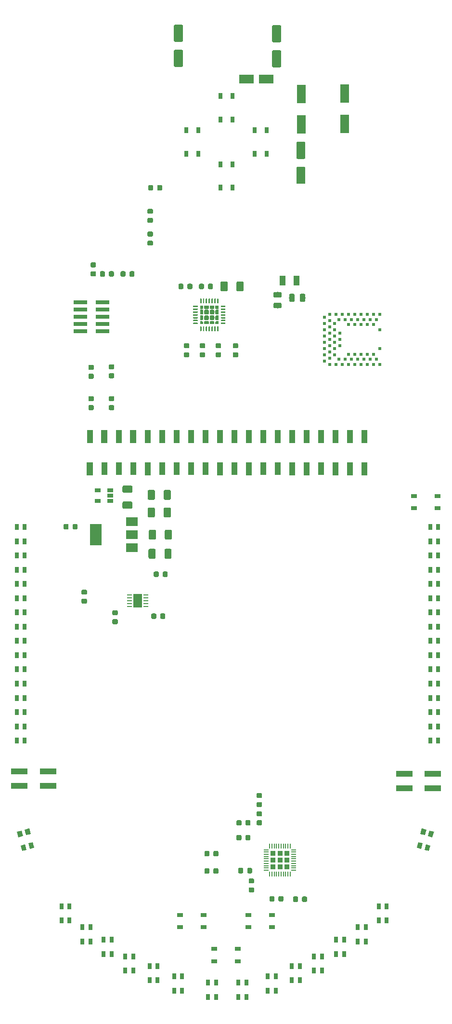
<source format=gtp>
G04 #@! TF.GenerationSoftware,KiCad,Pcbnew,(5.0.2-5)-5*
G04 #@! TF.CreationDate,2019-02-19T21:12:35-08:00*
G04 #@! TF.ProjectId,DC27-badge,44433237-2d62-4616-9467-652e6b696361,rev?*
G04 #@! TF.SameCoordinates,Original*
G04 #@! TF.FileFunction,Paste,Top*
G04 #@! TF.FilePolarity,Positive*
%FSLAX46Y46*%
G04 Gerber Fmt 4.6, Leading zero omitted, Abs format (unit mm)*
G04 Created by KiCad (PCBNEW (5.0.2-5)-5) date Tuesday, February 19, 2019 at 09:12:35 PM*
%MOMM*%
%LPD*%
G01*
G04 APERTURE LIST*
%ADD10C,0.150000*%
%ADD11C,1.600000*%
%ADD12C,0.875000*%
%ADD13R,0.810000X0.270000*%
%ADD14R,1.640000X2.380000*%
%ADD15R,2.499360X1.597660*%
%ADD16R,1.597660X3.197860*%
%ADD17R,1.000000X1.800000*%
%ADD18C,1.250000*%
%ADD19R,0.500000X0.500000*%
%ADD20R,1.019990X2.220010*%
%ADD21R,2.000000X3.800000*%
%ADD22R,2.000000X1.500000*%
%ADD23R,0.647700X1.049020*%
%ADD24R,3.000000X1.000000*%
%ADD25R,2.400000X0.740000*%
%ADD26C,0.806226*%
%ADD27C,0.458956*%
%ADD28C,0.436690*%
%ADD29C,0.250000*%
%ADD30C,0.975000*%
%ADD31R,0.800000X1.000000*%
%ADD32C,0.800000*%
%ADD33R,1.049020X0.647700*%
%ADD34O,0.850000X0.200000*%
%ADD35O,0.200000X0.850000*%
%ADD36R,0.970000X0.970000*%
%ADD37R,1.060000X0.650000*%
G04 APERTURE END LIST*
D10*
G04 #@! TO.C,U403*
G36*
X89705182Y-151565000D02*
X90245000Y-151565000D01*
X90245000Y-152474818D01*
X89705182Y-152474818D01*
X89705182Y-151565000D01*
G37*
G36*
X89515000Y-153575400D02*
X88974746Y-153575400D01*
X88974746Y-152665000D01*
X89515000Y-152665000D01*
X89515000Y-153575400D01*
G37*
G36*
X89705042Y-152665000D02*
X90245000Y-152665000D01*
X90245000Y-153575450D01*
X89705042Y-153575450D01*
X89705042Y-152665000D01*
G37*
G36*
X89515000Y-152474948D02*
X88974655Y-152474948D01*
X88974655Y-151565000D01*
X89515000Y-151565000D01*
X89515000Y-152474948D01*
G37*
G04 #@! TO.C,J104*
G36*
X80677200Y-122663990D02*
X81710000Y-122663990D01*
X81710000Y-124883110D01*
X80677200Y-124883110D01*
X80677200Y-122663990D01*
G37*
G36*
X80645500Y-128316000D02*
X81710000Y-128316000D01*
X81710000Y-130543110D01*
X80645500Y-130543110D01*
X80645500Y-128316000D01*
G37*
G36*
X83205100Y-122663990D02*
X84250000Y-122663990D01*
X84250000Y-124882070D01*
X83205100Y-124882070D01*
X83205100Y-122663990D01*
G37*
G36*
X83215100Y-128316000D02*
X84250000Y-128316000D01*
X84250000Y-130538660D01*
X83215100Y-130538660D01*
X83215100Y-128316000D01*
G37*
G36*
X85764500Y-122663990D02*
X86790000Y-122663990D01*
X86790000Y-124883520D01*
X85764500Y-124883520D01*
X85764500Y-122663990D01*
G37*
G36*
X85766500Y-128316000D02*
X86790000Y-128316000D01*
X86790000Y-130536710D01*
X85766500Y-130536710D01*
X85766500Y-128316000D01*
G37*
G36*
X88285700Y-122663990D02*
X89330000Y-122663990D01*
X89330000Y-124881550D01*
X88285700Y-124881550D01*
X88285700Y-122663990D01*
G37*
G36*
X88302300Y-128316000D02*
X89330000Y-128316000D01*
X89330000Y-130537790D01*
X88302300Y-130537790D01*
X88302300Y-128316000D01*
G37*
G36*
X90847600Y-122663990D02*
X91870000Y-122663990D01*
X91870000Y-124883710D01*
X90847600Y-124883710D01*
X90847600Y-122663990D01*
G37*
G36*
X90830700Y-128316000D02*
X91870000Y-128316000D01*
X91870000Y-130541250D01*
X90830700Y-130541250D01*
X90830700Y-128316000D01*
G37*
G36*
X93389400Y-122663990D02*
X94410000Y-122663990D01*
X94410000Y-124883920D01*
X93389400Y-124883920D01*
X93389400Y-122663990D01*
G37*
G36*
X93386700Y-128316000D02*
X94410000Y-128316000D01*
X94410000Y-130537100D01*
X93386700Y-130537100D01*
X93386700Y-128316000D01*
G37*
G36*
X95916080Y-122663990D02*
X96949980Y-122663990D01*
X96949980Y-124881460D01*
X95916080Y-124881460D01*
X95916080Y-122663990D01*
G37*
G36*
X95929590Y-128316000D02*
X96949980Y-128316000D01*
X96949980Y-130536180D01*
X95929590Y-130536180D01*
X95929590Y-128316000D01*
G37*
G36*
X98460560Y-122663990D02*
X99489980Y-122663990D01*
X99489980Y-124881640D01*
X98460560Y-124881640D01*
X98460560Y-122663990D01*
G37*
G36*
X98467990Y-128316000D02*
X99489980Y-128316000D01*
X99489980Y-130537160D01*
X98467990Y-130537160D01*
X98467990Y-128316000D01*
G37*
G36*
X101005400Y-122663990D02*
X102029980Y-122663990D01*
X102029980Y-124882180D01*
X101005400Y-124882180D01*
X101005400Y-122663990D01*
G37*
G36*
X101006090Y-128316000D02*
X102029980Y-128316000D01*
X102029980Y-130539570D01*
X101006090Y-130539570D01*
X101006090Y-128316000D01*
G37*
G36*
X103546770Y-122663990D02*
X104569981Y-122663990D01*
X104569981Y-124880890D01*
X103546770Y-124880890D01*
X103546770Y-122663990D01*
G37*
G36*
X103547930Y-128316000D02*
X104569981Y-128316000D01*
X104569981Y-130540560D01*
X103547930Y-130540560D01*
X103547930Y-128316000D01*
G37*
G36*
X106091477Y-122663990D02*
X107109980Y-122663990D01*
X107109980Y-124880650D01*
X106091477Y-124880650D01*
X106091477Y-122663990D01*
G37*
G36*
X106090680Y-128316000D02*
X107109980Y-128316000D01*
X107109980Y-130539570D01*
X106090680Y-130539570D01*
X106090680Y-128316000D01*
G37*
G36*
X108636100Y-122663990D02*
X109649980Y-122663990D01*
X109649980Y-124880820D01*
X108636100Y-124880820D01*
X108636100Y-122663990D01*
G37*
G36*
X108635370Y-128316000D02*
X109649980Y-128316000D01*
X109649980Y-130542430D01*
X108635370Y-130542430D01*
X108635370Y-128316000D01*
G37*
G36*
X111172060Y-122663990D02*
X112189980Y-122663990D01*
X112189980Y-124883390D01*
X111172060Y-124883390D01*
X111172060Y-122663990D01*
G37*
G36*
X111173770Y-128316000D02*
X112189980Y-128316000D01*
X112189980Y-130538550D01*
X111173770Y-130538550D01*
X111173770Y-128316000D01*
G37*
G36*
X113714170Y-122663990D02*
X114729980Y-122663990D01*
X114729980Y-124883150D01*
X113714170Y-124883150D01*
X113714170Y-122663990D01*
G37*
G36*
X113713720Y-128316000D02*
X114729980Y-128316000D01*
X114729980Y-130537760D01*
X113713720Y-130537760D01*
X113713720Y-128316000D01*
G37*
G36*
X116262800Y-122663990D02*
X117270000Y-122663990D01*
X117270000Y-124881990D01*
X116262800Y-124881990D01*
X116262800Y-122663990D01*
G37*
G36*
X116270800Y-128316000D02*
X117270000Y-128316000D01*
X117270000Y-130543490D01*
X116270800Y-130543490D01*
X116270800Y-128316000D01*
G37*
G36*
X118795200Y-122663990D02*
X119810000Y-122663990D01*
X119810000Y-124883340D01*
X118795200Y-124883340D01*
X118795200Y-122663990D01*
G37*
G36*
X118814700Y-128316000D02*
X119810000Y-128316000D01*
X119810000Y-130543230D01*
X118814700Y-130543230D01*
X118814700Y-128316000D01*
G37*
G36*
X121337900Y-122663990D02*
X122350000Y-122663990D01*
X122350000Y-124883160D01*
X121337900Y-124883160D01*
X121337900Y-122663990D01*
G37*
G36*
X121343700Y-128316000D02*
X122350000Y-128316000D01*
X122350000Y-130539370D01*
X121343700Y-130539370D01*
X121343700Y-128316000D01*
G37*
G36*
X123896900Y-122663990D02*
X124890000Y-122663990D01*
X124890000Y-124881510D01*
X123896900Y-124881510D01*
X123896900Y-122663990D01*
G37*
G36*
X123895400Y-128316000D02*
X124890000Y-128316000D01*
X124890000Y-130541410D01*
X123895400Y-130541410D01*
X123895400Y-128316000D01*
G37*
G36*
X126419300Y-122663990D02*
X127430000Y-122663990D01*
X127430000Y-124883250D01*
X126419300Y-124883250D01*
X126419300Y-122663990D01*
G37*
G36*
X126445200Y-128316000D02*
X127430000Y-128316000D01*
X127430000Y-130542590D01*
X126445200Y-130542590D01*
X126445200Y-128316000D01*
G37*
G36*
X128953700Y-122663990D02*
X129970000Y-122663990D01*
X129970000Y-124883730D01*
X128953700Y-124883730D01*
X128953700Y-122663990D01*
G37*
G36*
X128981800Y-128316000D02*
X129970000Y-128316000D01*
X129970000Y-130541310D01*
X128981800Y-130541310D01*
X128981800Y-128316000D01*
G37*
G04 #@! TD*
G04 #@! TO.C,C506*
G36*
X118874504Y-72001204D02*
X118898773Y-72004804D01*
X118922571Y-72010765D01*
X118945671Y-72019030D01*
X118967849Y-72029520D01*
X118988893Y-72042133D01*
X119008598Y-72056747D01*
X119026777Y-72073223D01*
X119043253Y-72091402D01*
X119057867Y-72111107D01*
X119070480Y-72132151D01*
X119080970Y-72154329D01*
X119089235Y-72177429D01*
X119095196Y-72201227D01*
X119098796Y-72225496D01*
X119100000Y-72250000D01*
X119100000Y-74750000D01*
X119098796Y-74774504D01*
X119095196Y-74798773D01*
X119089235Y-74822571D01*
X119080970Y-74845671D01*
X119070480Y-74867849D01*
X119057867Y-74888893D01*
X119043253Y-74908598D01*
X119026777Y-74926777D01*
X119008598Y-74943253D01*
X118988893Y-74957867D01*
X118967849Y-74970480D01*
X118945671Y-74980970D01*
X118922571Y-74989235D01*
X118898773Y-74995196D01*
X118874504Y-74998796D01*
X118850000Y-75000000D01*
X117750000Y-75000000D01*
X117725496Y-74998796D01*
X117701227Y-74995196D01*
X117677429Y-74989235D01*
X117654329Y-74980970D01*
X117632151Y-74970480D01*
X117611107Y-74957867D01*
X117591402Y-74943253D01*
X117573223Y-74926777D01*
X117556747Y-74908598D01*
X117542133Y-74888893D01*
X117529520Y-74867849D01*
X117519030Y-74845671D01*
X117510765Y-74822571D01*
X117504804Y-74798773D01*
X117501204Y-74774504D01*
X117500000Y-74750000D01*
X117500000Y-72250000D01*
X117501204Y-72225496D01*
X117504804Y-72201227D01*
X117510765Y-72177429D01*
X117519030Y-72154329D01*
X117529520Y-72132151D01*
X117542133Y-72111107D01*
X117556747Y-72091402D01*
X117573223Y-72073223D01*
X117591402Y-72056747D01*
X117611107Y-72042133D01*
X117632151Y-72029520D01*
X117654329Y-72019030D01*
X117677429Y-72010765D01*
X117701227Y-72004804D01*
X117725496Y-72001204D01*
X117750000Y-72000000D01*
X118850000Y-72000000D01*
X118874504Y-72001204D01*
X118874504Y-72001204D01*
G37*
D11*
X118300000Y-73500000D03*
D10*
G36*
X118874504Y-76401204D02*
X118898773Y-76404804D01*
X118922571Y-76410765D01*
X118945671Y-76419030D01*
X118967849Y-76429520D01*
X118988893Y-76442133D01*
X119008598Y-76456747D01*
X119026777Y-76473223D01*
X119043253Y-76491402D01*
X119057867Y-76511107D01*
X119070480Y-76532151D01*
X119080970Y-76554329D01*
X119089235Y-76577429D01*
X119095196Y-76601227D01*
X119098796Y-76625496D01*
X119100000Y-76650000D01*
X119100000Y-79150000D01*
X119098796Y-79174504D01*
X119095196Y-79198773D01*
X119089235Y-79222571D01*
X119080970Y-79245671D01*
X119070480Y-79267849D01*
X119057867Y-79288893D01*
X119043253Y-79308598D01*
X119026777Y-79326777D01*
X119008598Y-79343253D01*
X118988893Y-79357867D01*
X118967849Y-79370480D01*
X118945671Y-79380970D01*
X118922571Y-79389235D01*
X118898773Y-79395196D01*
X118874504Y-79398796D01*
X118850000Y-79400000D01*
X117750000Y-79400000D01*
X117725496Y-79398796D01*
X117701227Y-79395196D01*
X117677429Y-79389235D01*
X117654329Y-79380970D01*
X117632151Y-79370480D01*
X117611107Y-79357867D01*
X117591402Y-79343253D01*
X117573223Y-79326777D01*
X117556747Y-79308598D01*
X117542133Y-79288893D01*
X117529520Y-79267849D01*
X117519030Y-79245671D01*
X117510765Y-79222571D01*
X117504804Y-79198773D01*
X117501204Y-79174504D01*
X117500000Y-79150000D01*
X117500000Y-76650000D01*
X117501204Y-76625496D01*
X117504804Y-76601227D01*
X117510765Y-76577429D01*
X117519030Y-76554329D01*
X117529520Y-76532151D01*
X117542133Y-76511107D01*
X117556747Y-76491402D01*
X117573223Y-76473223D01*
X117591402Y-76456747D01*
X117611107Y-76442133D01*
X117632151Y-76429520D01*
X117654329Y-76419030D01*
X117677429Y-76410765D01*
X117701227Y-76404804D01*
X117725496Y-76401204D01*
X117750000Y-76400000D01*
X118850000Y-76400000D01*
X118874504Y-76401204D01*
X118874504Y-76401204D01*
G37*
D11*
X118300000Y-77900000D03*
G04 #@! TD*
D10*
G04 #@! TO.C,C408*
G36*
X94250191Y-154836053D02*
X94271426Y-154839203D01*
X94292250Y-154844419D01*
X94312462Y-154851651D01*
X94331868Y-154860830D01*
X94350281Y-154871866D01*
X94367524Y-154884654D01*
X94383430Y-154899070D01*
X94397846Y-154914976D01*
X94410634Y-154932219D01*
X94421670Y-154950632D01*
X94430849Y-154970038D01*
X94438081Y-154990250D01*
X94443297Y-155011074D01*
X94446447Y-155032309D01*
X94447500Y-155053750D01*
X94447500Y-155566250D01*
X94446447Y-155587691D01*
X94443297Y-155608926D01*
X94438081Y-155629750D01*
X94430849Y-155649962D01*
X94421670Y-155669368D01*
X94410634Y-155687781D01*
X94397846Y-155705024D01*
X94383430Y-155720930D01*
X94367524Y-155735346D01*
X94350281Y-155748134D01*
X94331868Y-155759170D01*
X94312462Y-155768349D01*
X94292250Y-155775581D01*
X94271426Y-155780797D01*
X94250191Y-155783947D01*
X94228750Y-155785000D01*
X93791250Y-155785000D01*
X93769809Y-155783947D01*
X93748574Y-155780797D01*
X93727750Y-155775581D01*
X93707538Y-155768349D01*
X93688132Y-155759170D01*
X93669719Y-155748134D01*
X93652476Y-155735346D01*
X93636570Y-155720930D01*
X93622154Y-155705024D01*
X93609366Y-155687781D01*
X93598330Y-155669368D01*
X93589151Y-155649962D01*
X93581919Y-155629750D01*
X93576703Y-155608926D01*
X93573553Y-155587691D01*
X93572500Y-155566250D01*
X93572500Y-155053750D01*
X93573553Y-155032309D01*
X93576703Y-155011074D01*
X93581919Y-154990250D01*
X93589151Y-154970038D01*
X93598330Y-154950632D01*
X93609366Y-154932219D01*
X93622154Y-154914976D01*
X93636570Y-154899070D01*
X93652476Y-154884654D01*
X93669719Y-154871866D01*
X93688132Y-154860830D01*
X93707538Y-154851651D01*
X93727750Y-154844419D01*
X93748574Y-154839203D01*
X93769809Y-154836053D01*
X93791250Y-154835000D01*
X94228750Y-154835000D01*
X94250191Y-154836053D01*
X94250191Y-154836053D01*
G37*
D12*
X94010000Y-155310000D03*
D10*
G36*
X92675191Y-154836053D02*
X92696426Y-154839203D01*
X92717250Y-154844419D01*
X92737462Y-154851651D01*
X92756868Y-154860830D01*
X92775281Y-154871866D01*
X92792524Y-154884654D01*
X92808430Y-154899070D01*
X92822846Y-154914976D01*
X92835634Y-154932219D01*
X92846670Y-154950632D01*
X92855849Y-154970038D01*
X92863081Y-154990250D01*
X92868297Y-155011074D01*
X92871447Y-155032309D01*
X92872500Y-155053750D01*
X92872500Y-155566250D01*
X92871447Y-155587691D01*
X92868297Y-155608926D01*
X92863081Y-155629750D01*
X92855849Y-155649962D01*
X92846670Y-155669368D01*
X92835634Y-155687781D01*
X92822846Y-155705024D01*
X92808430Y-155720930D01*
X92792524Y-155735346D01*
X92775281Y-155748134D01*
X92756868Y-155759170D01*
X92737462Y-155768349D01*
X92717250Y-155775581D01*
X92696426Y-155780797D01*
X92675191Y-155783947D01*
X92653750Y-155785000D01*
X92216250Y-155785000D01*
X92194809Y-155783947D01*
X92173574Y-155780797D01*
X92152750Y-155775581D01*
X92132538Y-155768349D01*
X92113132Y-155759170D01*
X92094719Y-155748134D01*
X92077476Y-155735346D01*
X92061570Y-155720930D01*
X92047154Y-155705024D01*
X92034366Y-155687781D01*
X92023330Y-155669368D01*
X92014151Y-155649962D01*
X92006919Y-155629750D01*
X92001703Y-155608926D01*
X91998553Y-155587691D01*
X91997500Y-155566250D01*
X91997500Y-155053750D01*
X91998553Y-155032309D01*
X92001703Y-155011074D01*
X92006919Y-154990250D01*
X92014151Y-154970038D01*
X92023330Y-154950632D01*
X92034366Y-154932219D01*
X92047154Y-154914976D01*
X92061570Y-154899070D01*
X92077476Y-154884654D01*
X92094719Y-154871866D01*
X92113132Y-154860830D01*
X92132538Y-154851651D01*
X92152750Y-154844419D01*
X92173574Y-154839203D01*
X92194809Y-154836053D01*
X92216250Y-154835000D01*
X92653750Y-154835000D01*
X92675191Y-154836053D01*
X92675191Y-154836053D01*
G37*
D12*
X92435000Y-155310000D03*
G04 #@! TD*
D13*
G04 #@! TO.C,U403*
X88165000Y-151570000D03*
X88165000Y-152070000D03*
X88165000Y-152570000D03*
X88165000Y-153070000D03*
X88165000Y-153570000D03*
X91055000Y-153570000D03*
X91055000Y-153070000D03*
X91055000Y-152570000D03*
X91055000Y-152070000D03*
X91055000Y-151570000D03*
D14*
X89610000Y-152570000D03*
G04 #@! TD*
D10*
G04 #@! TO.C,C508*
G36*
X114624504Y-51521204D02*
X114648773Y-51524804D01*
X114672571Y-51530765D01*
X114695671Y-51539030D01*
X114717849Y-51549520D01*
X114738893Y-51562133D01*
X114758598Y-51576747D01*
X114776777Y-51593223D01*
X114793253Y-51611402D01*
X114807867Y-51631107D01*
X114820480Y-51652151D01*
X114830970Y-51674329D01*
X114839235Y-51697429D01*
X114845196Y-51721227D01*
X114848796Y-51745496D01*
X114850000Y-51770000D01*
X114850000Y-54270000D01*
X114848796Y-54294504D01*
X114845196Y-54318773D01*
X114839235Y-54342571D01*
X114830970Y-54365671D01*
X114820480Y-54387849D01*
X114807867Y-54408893D01*
X114793253Y-54428598D01*
X114776777Y-54446777D01*
X114758598Y-54463253D01*
X114738893Y-54477867D01*
X114717849Y-54490480D01*
X114695671Y-54500970D01*
X114672571Y-54509235D01*
X114648773Y-54515196D01*
X114624504Y-54518796D01*
X114600000Y-54520000D01*
X113500000Y-54520000D01*
X113475496Y-54518796D01*
X113451227Y-54515196D01*
X113427429Y-54509235D01*
X113404329Y-54500970D01*
X113382151Y-54490480D01*
X113361107Y-54477867D01*
X113341402Y-54463253D01*
X113323223Y-54446777D01*
X113306747Y-54428598D01*
X113292133Y-54408893D01*
X113279520Y-54387849D01*
X113269030Y-54365671D01*
X113260765Y-54342571D01*
X113254804Y-54318773D01*
X113251204Y-54294504D01*
X113250000Y-54270000D01*
X113250000Y-51770000D01*
X113251204Y-51745496D01*
X113254804Y-51721227D01*
X113260765Y-51697429D01*
X113269030Y-51674329D01*
X113279520Y-51652151D01*
X113292133Y-51631107D01*
X113306747Y-51611402D01*
X113323223Y-51593223D01*
X113341402Y-51576747D01*
X113361107Y-51562133D01*
X113382151Y-51549520D01*
X113404329Y-51539030D01*
X113427429Y-51530765D01*
X113451227Y-51524804D01*
X113475496Y-51521204D01*
X113500000Y-51520000D01*
X114600000Y-51520000D01*
X114624504Y-51521204D01*
X114624504Y-51521204D01*
G37*
D11*
X114050000Y-53020000D03*
D10*
G36*
X114624504Y-55921204D02*
X114648773Y-55924804D01*
X114672571Y-55930765D01*
X114695671Y-55939030D01*
X114717849Y-55949520D01*
X114738893Y-55962133D01*
X114758598Y-55976747D01*
X114776777Y-55993223D01*
X114793253Y-56011402D01*
X114807867Y-56031107D01*
X114820480Y-56052151D01*
X114830970Y-56074329D01*
X114839235Y-56097429D01*
X114845196Y-56121227D01*
X114848796Y-56145496D01*
X114850000Y-56170000D01*
X114850000Y-58670000D01*
X114848796Y-58694504D01*
X114845196Y-58718773D01*
X114839235Y-58742571D01*
X114830970Y-58765671D01*
X114820480Y-58787849D01*
X114807867Y-58808893D01*
X114793253Y-58828598D01*
X114776777Y-58846777D01*
X114758598Y-58863253D01*
X114738893Y-58877867D01*
X114717849Y-58890480D01*
X114695671Y-58900970D01*
X114672571Y-58909235D01*
X114648773Y-58915196D01*
X114624504Y-58918796D01*
X114600000Y-58920000D01*
X113500000Y-58920000D01*
X113475496Y-58918796D01*
X113451227Y-58915196D01*
X113427429Y-58909235D01*
X113404329Y-58900970D01*
X113382151Y-58890480D01*
X113361107Y-58877867D01*
X113341402Y-58863253D01*
X113323223Y-58846777D01*
X113306747Y-58828598D01*
X113292133Y-58808893D01*
X113279520Y-58787849D01*
X113269030Y-58765671D01*
X113260765Y-58742571D01*
X113254804Y-58718773D01*
X113251204Y-58694504D01*
X113250000Y-58670000D01*
X113250000Y-56170000D01*
X113251204Y-56145496D01*
X113254804Y-56121227D01*
X113260765Y-56097429D01*
X113269030Y-56074329D01*
X113279520Y-56052151D01*
X113292133Y-56031107D01*
X113306747Y-56011402D01*
X113323223Y-55993223D01*
X113341402Y-55976747D01*
X113361107Y-55962133D01*
X113382151Y-55949520D01*
X113404329Y-55939030D01*
X113427429Y-55930765D01*
X113451227Y-55924804D01*
X113475496Y-55921204D01*
X113500000Y-55920000D01*
X114600000Y-55920000D01*
X114624504Y-55921204D01*
X114624504Y-55921204D01*
G37*
D11*
X114050000Y-57420000D03*
G04 #@! TD*
D15*
G04 #@! TO.C,C509*
X108700000Y-61010000D03*
X112195040Y-61010000D03*
G04 #@! TD*
D10*
G04 #@! TO.C,C504*
G36*
X97354504Y-55841204D02*
X97378773Y-55844804D01*
X97402571Y-55850765D01*
X97425671Y-55859030D01*
X97447849Y-55869520D01*
X97468893Y-55882133D01*
X97488598Y-55896747D01*
X97506777Y-55913223D01*
X97523253Y-55931402D01*
X97537867Y-55951107D01*
X97550480Y-55972151D01*
X97560970Y-55994329D01*
X97569235Y-56017429D01*
X97575196Y-56041227D01*
X97578796Y-56065496D01*
X97580000Y-56090000D01*
X97580000Y-58590000D01*
X97578796Y-58614504D01*
X97575196Y-58638773D01*
X97569235Y-58662571D01*
X97560970Y-58685671D01*
X97550480Y-58707849D01*
X97537867Y-58728893D01*
X97523253Y-58748598D01*
X97506777Y-58766777D01*
X97488598Y-58783253D01*
X97468893Y-58797867D01*
X97447849Y-58810480D01*
X97425671Y-58820970D01*
X97402571Y-58829235D01*
X97378773Y-58835196D01*
X97354504Y-58838796D01*
X97330000Y-58840000D01*
X96230000Y-58840000D01*
X96205496Y-58838796D01*
X96181227Y-58835196D01*
X96157429Y-58829235D01*
X96134329Y-58820970D01*
X96112151Y-58810480D01*
X96091107Y-58797867D01*
X96071402Y-58783253D01*
X96053223Y-58766777D01*
X96036747Y-58748598D01*
X96022133Y-58728893D01*
X96009520Y-58707849D01*
X95999030Y-58685671D01*
X95990765Y-58662571D01*
X95984804Y-58638773D01*
X95981204Y-58614504D01*
X95980000Y-58590000D01*
X95980000Y-56090000D01*
X95981204Y-56065496D01*
X95984804Y-56041227D01*
X95990765Y-56017429D01*
X95999030Y-55994329D01*
X96009520Y-55972151D01*
X96022133Y-55951107D01*
X96036747Y-55931402D01*
X96053223Y-55913223D01*
X96071402Y-55896747D01*
X96091107Y-55882133D01*
X96112151Y-55869520D01*
X96134329Y-55859030D01*
X96157429Y-55850765D01*
X96181227Y-55844804D01*
X96205496Y-55841204D01*
X96230000Y-55840000D01*
X97330000Y-55840000D01*
X97354504Y-55841204D01*
X97354504Y-55841204D01*
G37*
D11*
X96780000Y-57340000D03*
D10*
G36*
X97354504Y-51441204D02*
X97378773Y-51444804D01*
X97402571Y-51450765D01*
X97425671Y-51459030D01*
X97447849Y-51469520D01*
X97468893Y-51482133D01*
X97488598Y-51496747D01*
X97506777Y-51513223D01*
X97523253Y-51531402D01*
X97537867Y-51551107D01*
X97550480Y-51572151D01*
X97560970Y-51594329D01*
X97569235Y-51617429D01*
X97575196Y-51641227D01*
X97578796Y-51665496D01*
X97580000Y-51690000D01*
X97580000Y-54190000D01*
X97578796Y-54214504D01*
X97575196Y-54238773D01*
X97569235Y-54262571D01*
X97560970Y-54285671D01*
X97550480Y-54307849D01*
X97537867Y-54328893D01*
X97523253Y-54348598D01*
X97506777Y-54366777D01*
X97488598Y-54383253D01*
X97468893Y-54397867D01*
X97447849Y-54410480D01*
X97425671Y-54420970D01*
X97402571Y-54429235D01*
X97378773Y-54435196D01*
X97354504Y-54438796D01*
X97330000Y-54440000D01*
X96230000Y-54440000D01*
X96205496Y-54438796D01*
X96181227Y-54435196D01*
X96157429Y-54429235D01*
X96134329Y-54420970D01*
X96112151Y-54410480D01*
X96091107Y-54397867D01*
X96071402Y-54383253D01*
X96053223Y-54366777D01*
X96036747Y-54348598D01*
X96022133Y-54328893D01*
X96009520Y-54307849D01*
X95999030Y-54285671D01*
X95990765Y-54262571D01*
X95984804Y-54238773D01*
X95981204Y-54214504D01*
X95980000Y-54190000D01*
X95980000Y-51690000D01*
X95981204Y-51665496D01*
X95984804Y-51641227D01*
X95990765Y-51617429D01*
X95999030Y-51594329D01*
X96009520Y-51572151D01*
X96022133Y-51551107D01*
X96036747Y-51531402D01*
X96053223Y-51513223D01*
X96071402Y-51496747D01*
X96091107Y-51482133D01*
X96112151Y-51469520D01*
X96134329Y-51459030D01*
X96157429Y-51450765D01*
X96181227Y-51444804D01*
X96205496Y-51441204D01*
X96230000Y-51440000D01*
X97330000Y-51440000D01*
X97354504Y-51441204D01*
X97354504Y-51441204D01*
G37*
D11*
X96780000Y-52940000D03*
G04 #@! TD*
D16*
G04 #@! TO.C,C510*
X125990000Y-68887480D03*
X125990000Y-63492520D03*
G04 #@! TD*
G04 #@! TO.C,C505*
X118370000Y-68977480D03*
X118370000Y-63582520D03*
G04 #@! TD*
D10*
G04 #@! TO.C,C406*
G36*
X93110191Y-147466053D02*
X93131426Y-147469203D01*
X93152250Y-147474419D01*
X93172462Y-147481651D01*
X93191868Y-147490830D01*
X93210281Y-147501866D01*
X93227524Y-147514654D01*
X93243430Y-147529070D01*
X93257846Y-147544976D01*
X93270634Y-147562219D01*
X93281670Y-147580632D01*
X93290849Y-147600038D01*
X93298081Y-147620250D01*
X93303297Y-147641074D01*
X93306447Y-147662309D01*
X93307500Y-147683750D01*
X93307500Y-148196250D01*
X93306447Y-148217691D01*
X93303297Y-148238926D01*
X93298081Y-148259750D01*
X93290849Y-148279962D01*
X93281670Y-148299368D01*
X93270634Y-148317781D01*
X93257846Y-148335024D01*
X93243430Y-148350930D01*
X93227524Y-148365346D01*
X93210281Y-148378134D01*
X93191868Y-148389170D01*
X93172462Y-148398349D01*
X93152250Y-148405581D01*
X93131426Y-148410797D01*
X93110191Y-148413947D01*
X93088750Y-148415000D01*
X92651250Y-148415000D01*
X92629809Y-148413947D01*
X92608574Y-148410797D01*
X92587750Y-148405581D01*
X92567538Y-148398349D01*
X92548132Y-148389170D01*
X92529719Y-148378134D01*
X92512476Y-148365346D01*
X92496570Y-148350930D01*
X92482154Y-148335024D01*
X92469366Y-148317781D01*
X92458330Y-148299368D01*
X92449151Y-148279962D01*
X92441919Y-148259750D01*
X92436703Y-148238926D01*
X92433553Y-148217691D01*
X92432500Y-148196250D01*
X92432500Y-147683750D01*
X92433553Y-147662309D01*
X92436703Y-147641074D01*
X92441919Y-147620250D01*
X92449151Y-147600038D01*
X92458330Y-147580632D01*
X92469366Y-147562219D01*
X92482154Y-147544976D01*
X92496570Y-147529070D01*
X92512476Y-147514654D01*
X92529719Y-147501866D01*
X92548132Y-147490830D01*
X92567538Y-147481651D01*
X92587750Y-147474419D01*
X92608574Y-147469203D01*
X92629809Y-147466053D01*
X92651250Y-147465000D01*
X93088750Y-147465000D01*
X93110191Y-147466053D01*
X93110191Y-147466053D01*
G37*
D12*
X92870000Y-147940000D03*
D10*
G36*
X94685191Y-147466053D02*
X94706426Y-147469203D01*
X94727250Y-147474419D01*
X94747462Y-147481651D01*
X94766868Y-147490830D01*
X94785281Y-147501866D01*
X94802524Y-147514654D01*
X94818430Y-147529070D01*
X94832846Y-147544976D01*
X94845634Y-147562219D01*
X94856670Y-147580632D01*
X94865849Y-147600038D01*
X94873081Y-147620250D01*
X94878297Y-147641074D01*
X94881447Y-147662309D01*
X94882500Y-147683750D01*
X94882500Y-148196250D01*
X94881447Y-148217691D01*
X94878297Y-148238926D01*
X94873081Y-148259750D01*
X94865849Y-148279962D01*
X94856670Y-148299368D01*
X94845634Y-148317781D01*
X94832846Y-148335024D01*
X94818430Y-148350930D01*
X94802524Y-148365346D01*
X94785281Y-148378134D01*
X94766868Y-148389170D01*
X94747462Y-148398349D01*
X94727250Y-148405581D01*
X94706426Y-148410797D01*
X94685191Y-148413947D01*
X94663750Y-148415000D01*
X94226250Y-148415000D01*
X94204809Y-148413947D01*
X94183574Y-148410797D01*
X94162750Y-148405581D01*
X94142538Y-148398349D01*
X94123132Y-148389170D01*
X94104719Y-148378134D01*
X94087476Y-148365346D01*
X94071570Y-148350930D01*
X94057154Y-148335024D01*
X94044366Y-148317781D01*
X94033330Y-148299368D01*
X94024151Y-148279962D01*
X94016919Y-148259750D01*
X94011703Y-148238926D01*
X94008553Y-148217691D01*
X94007500Y-148196250D01*
X94007500Y-147683750D01*
X94008553Y-147662309D01*
X94011703Y-147641074D01*
X94016919Y-147620250D01*
X94024151Y-147600038D01*
X94033330Y-147580632D01*
X94044366Y-147562219D01*
X94057154Y-147544976D01*
X94071570Y-147529070D01*
X94087476Y-147514654D01*
X94104719Y-147501866D01*
X94123132Y-147490830D01*
X94142538Y-147481651D01*
X94162750Y-147474419D01*
X94183574Y-147469203D01*
X94204809Y-147466053D01*
X94226250Y-147465000D01*
X94663750Y-147465000D01*
X94685191Y-147466053D01*
X94685191Y-147466053D01*
G37*
D12*
X94445000Y-147940000D03*
G04 #@! TD*
D17*
G04 #@! TO.C,Y101*
X115050000Y-96400000D03*
X117550000Y-96400000D03*
G04 #@! TD*
D10*
G04 #@! TO.C,C403*
G36*
X92529504Y-143486204D02*
X92553773Y-143489804D01*
X92577571Y-143495765D01*
X92600671Y-143504030D01*
X92622849Y-143514520D01*
X92643893Y-143527133D01*
X92663598Y-143541747D01*
X92681777Y-143558223D01*
X92698253Y-143576402D01*
X92712867Y-143596107D01*
X92725480Y-143617151D01*
X92735970Y-143639329D01*
X92744235Y-143662429D01*
X92750196Y-143686227D01*
X92753796Y-143710496D01*
X92755000Y-143735000D01*
X92755000Y-144985000D01*
X92753796Y-145009504D01*
X92750196Y-145033773D01*
X92744235Y-145057571D01*
X92735970Y-145080671D01*
X92725480Y-145102849D01*
X92712867Y-145123893D01*
X92698253Y-145143598D01*
X92681777Y-145161777D01*
X92663598Y-145178253D01*
X92643893Y-145192867D01*
X92622849Y-145205480D01*
X92600671Y-145215970D01*
X92577571Y-145224235D01*
X92553773Y-145230196D01*
X92529504Y-145233796D01*
X92505000Y-145235000D01*
X91755000Y-145235000D01*
X91730496Y-145233796D01*
X91706227Y-145230196D01*
X91682429Y-145224235D01*
X91659329Y-145215970D01*
X91637151Y-145205480D01*
X91616107Y-145192867D01*
X91596402Y-145178253D01*
X91578223Y-145161777D01*
X91561747Y-145143598D01*
X91547133Y-145123893D01*
X91534520Y-145102849D01*
X91524030Y-145080671D01*
X91515765Y-145057571D01*
X91509804Y-145033773D01*
X91506204Y-145009504D01*
X91505000Y-144985000D01*
X91505000Y-143735000D01*
X91506204Y-143710496D01*
X91509804Y-143686227D01*
X91515765Y-143662429D01*
X91524030Y-143639329D01*
X91534520Y-143617151D01*
X91547133Y-143596107D01*
X91561747Y-143576402D01*
X91578223Y-143558223D01*
X91596402Y-143541747D01*
X91616107Y-143527133D01*
X91637151Y-143514520D01*
X91659329Y-143504030D01*
X91682429Y-143495765D01*
X91706227Y-143489804D01*
X91730496Y-143486204D01*
X91755000Y-143485000D01*
X92505000Y-143485000D01*
X92529504Y-143486204D01*
X92529504Y-143486204D01*
G37*
D18*
X92130000Y-144360000D03*
D10*
G36*
X95329504Y-143486204D02*
X95353773Y-143489804D01*
X95377571Y-143495765D01*
X95400671Y-143504030D01*
X95422849Y-143514520D01*
X95443893Y-143527133D01*
X95463598Y-143541747D01*
X95481777Y-143558223D01*
X95498253Y-143576402D01*
X95512867Y-143596107D01*
X95525480Y-143617151D01*
X95535970Y-143639329D01*
X95544235Y-143662429D01*
X95550196Y-143686227D01*
X95553796Y-143710496D01*
X95555000Y-143735000D01*
X95555000Y-144985000D01*
X95553796Y-145009504D01*
X95550196Y-145033773D01*
X95544235Y-145057571D01*
X95535970Y-145080671D01*
X95525480Y-145102849D01*
X95512867Y-145123893D01*
X95498253Y-145143598D01*
X95481777Y-145161777D01*
X95463598Y-145178253D01*
X95443893Y-145192867D01*
X95422849Y-145205480D01*
X95400671Y-145215970D01*
X95377571Y-145224235D01*
X95353773Y-145230196D01*
X95329504Y-145233796D01*
X95305000Y-145235000D01*
X94555000Y-145235000D01*
X94530496Y-145233796D01*
X94506227Y-145230196D01*
X94482429Y-145224235D01*
X94459329Y-145215970D01*
X94437151Y-145205480D01*
X94416107Y-145192867D01*
X94396402Y-145178253D01*
X94378223Y-145161777D01*
X94361747Y-145143598D01*
X94347133Y-145123893D01*
X94334520Y-145102849D01*
X94324030Y-145080671D01*
X94315765Y-145057571D01*
X94309804Y-145033773D01*
X94306204Y-145009504D01*
X94305000Y-144985000D01*
X94305000Y-143735000D01*
X94306204Y-143710496D01*
X94309804Y-143686227D01*
X94315765Y-143662429D01*
X94324030Y-143639329D01*
X94334520Y-143617151D01*
X94347133Y-143596107D01*
X94361747Y-143576402D01*
X94378223Y-143558223D01*
X94396402Y-143541747D01*
X94416107Y-143527133D01*
X94437151Y-143514520D01*
X94459329Y-143504030D01*
X94482429Y-143495765D01*
X94506227Y-143489804D01*
X94530496Y-143486204D01*
X94555000Y-143485000D01*
X95305000Y-143485000D01*
X95329504Y-143486204D01*
X95329504Y-143486204D01*
G37*
D18*
X94930000Y-144360000D03*
G04 #@! TD*
D19*
G04 #@! TO.C,U100*
X132150000Y-102300000D03*
X131600000Y-103200000D03*
X131050000Y-102300000D03*
X130500000Y-103200000D03*
X129950000Y-102300000D03*
X129400000Y-103200000D03*
X128850000Y-102300000D03*
X128300000Y-103200000D03*
X127750000Y-102300000D03*
X127200000Y-103200000D03*
X126650000Y-102300000D03*
X126100000Y-103200000D03*
X125550000Y-102300000D03*
X125000000Y-103200000D03*
X124450000Y-102300000D03*
X123350000Y-102300000D03*
X123350000Y-103400000D03*
X124250000Y-103950000D03*
X123350000Y-104500000D03*
X124250000Y-105050000D03*
X123350000Y-105600000D03*
X124250000Y-106150000D03*
X123350000Y-106700000D03*
X124250000Y-107250000D03*
X123350000Y-107800000D03*
X124250000Y-108350000D03*
X123350000Y-108900000D03*
X124250000Y-109450000D03*
X123350000Y-110000000D03*
X123350000Y-111100000D03*
X124450000Y-111100000D03*
X125000000Y-110200000D03*
X125550000Y-111100000D03*
X126100000Y-110200000D03*
X126650000Y-111100000D03*
X127200000Y-110200000D03*
X127750000Y-111100000D03*
X128300000Y-110200000D03*
X128850000Y-111100000D03*
X129400000Y-110200000D03*
X129950000Y-111100000D03*
X130500000Y-110200000D03*
X131050000Y-111100000D03*
X131600000Y-110200000D03*
X132150000Y-111100000D03*
X132150000Y-108350000D03*
X132150000Y-105050000D03*
X131050000Y-104100000D03*
X129950000Y-104100000D03*
X128850000Y-104100000D03*
X127750000Y-104100000D03*
X126650000Y-104100000D03*
X125150000Y-105600000D03*
X125150000Y-106700000D03*
X125150000Y-107800000D03*
X126650000Y-109300000D03*
X127750000Y-109300000D03*
X128850000Y-109300000D03*
X129950000Y-109300000D03*
X131050000Y-109300000D03*
X122450000Y-102850000D03*
X122450000Y-103950000D03*
X122450000Y-105050000D03*
X122450000Y-106150000D03*
X122450000Y-107250000D03*
X122450000Y-108350000D03*
X122450000Y-109450000D03*
X122450000Y-110550000D03*
G04 #@! TD*
D20*
G04 #@! TO.C,J104*
X81200000Y-123774000D03*
X81200000Y-129426000D03*
X83740000Y-123774000D03*
X83740000Y-129426000D03*
X86280000Y-123774000D03*
X86280000Y-129426000D03*
X88820000Y-123774000D03*
X88820000Y-129426000D03*
X91360000Y-123774000D03*
X91360000Y-129426000D03*
X93900000Y-123774000D03*
X93900000Y-129426000D03*
X96440000Y-123774000D03*
X96440000Y-129426000D03*
X98980000Y-123774000D03*
X98980000Y-129426000D03*
X101520000Y-123774000D03*
X101520000Y-129426000D03*
X104060000Y-123774000D03*
X104060000Y-129426000D03*
X106600000Y-123774000D03*
X106600000Y-129426000D03*
X109140000Y-123774000D03*
X109140000Y-129426000D03*
X111680000Y-123774000D03*
X111680000Y-129426000D03*
X114220000Y-123774000D03*
X114220000Y-129426000D03*
X116760000Y-123774000D03*
X116760000Y-129426000D03*
X119300000Y-123774000D03*
X119300000Y-129426000D03*
X121840000Y-123774000D03*
X121840000Y-129426000D03*
X124380000Y-123774000D03*
X124380000Y-129426000D03*
X126920000Y-123774000D03*
X126920000Y-129426000D03*
X129460000Y-123774000D03*
X129460000Y-129426000D03*
G04 #@! TD*
D21*
G04 #@! TO.C,U402*
X82250000Y-141000000D03*
D22*
X88550000Y-141000000D03*
X88550000Y-138700000D03*
X88550000Y-143300000D03*
G04 #@! TD*
D23*
G04 #@! TO.C,SW102*
X98140580Y-74077640D03*
X98140580Y-69932360D03*
X100289420Y-74077640D03*
X100289420Y-69932360D03*
G04 #@! TD*
D24*
G04 #@! TO.C,J102*
X136480000Y-185570000D03*
X141520000Y-185570000D03*
X136480000Y-183030000D03*
X141520000Y-183030000D03*
G04 #@! TD*
G04 #@! TO.C,J103*
X73820000Y-182530000D03*
X68780000Y-182530000D03*
X73820000Y-185070000D03*
X68780000Y-185070000D03*
G04 #@! TD*
D10*
G04 #@! TO.C,R103*
G36*
X85215191Y-94726053D02*
X85236426Y-94729203D01*
X85257250Y-94734419D01*
X85277462Y-94741651D01*
X85296868Y-94750830D01*
X85315281Y-94761866D01*
X85332524Y-94774654D01*
X85348430Y-94789070D01*
X85362846Y-94804976D01*
X85375634Y-94822219D01*
X85386670Y-94840632D01*
X85395849Y-94860038D01*
X85403081Y-94880250D01*
X85408297Y-94901074D01*
X85411447Y-94922309D01*
X85412500Y-94943750D01*
X85412500Y-95456250D01*
X85411447Y-95477691D01*
X85408297Y-95498926D01*
X85403081Y-95519750D01*
X85395849Y-95539962D01*
X85386670Y-95559368D01*
X85375634Y-95577781D01*
X85362846Y-95595024D01*
X85348430Y-95610930D01*
X85332524Y-95625346D01*
X85315281Y-95638134D01*
X85296868Y-95649170D01*
X85277462Y-95658349D01*
X85257250Y-95665581D01*
X85236426Y-95670797D01*
X85215191Y-95673947D01*
X85193750Y-95675000D01*
X84756250Y-95675000D01*
X84734809Y-95673947D01*
X84713574Y-95670797D01*
X84692750Y-95665581D01*
X84672538Y-95658349D01*
X84653132Y-95649170D01*
X84634719Y-95638134D01*
X84617476Y-95625346D01*
X84601570Y-95610930D01*
X84587154Y-95595024D01*
X84574366Y-95577781D01*
X84563330Y-95559368D01*
X84554151Y-95539962D01*
X84546919Y-95519750D01*
X84541703Y-95498926D01*
X84538553Y-95477691D01*
X84537500Y-95456250D01*
X84537500Y-94943750D01*
X84538553Y-94922309D01*
X84541703Y-94901074D01*
X84546919Y-94880250D01*
X84554151Y-94860038D01*
X84563330Y-94840632D01*
X84574366Y-94822219D01*
X84587154Y-94804976D01*
X84601570Y-94789070D01*
X84617476Y-94774654D01*
X84634719Y-94761866D01*
X84653132Y-94750830D01*
X84672538Y-94741651D01*
X84692750Y-94734419D01*
X84713574Y-94729203D01*
X84734809Y-94726053D01*
X84756250Y-94725000D01*
X85193750Y-94725000D01*
X85215191Y-94726053D01*
X85215191Y-94726053D01*
G37*
D12*
X84975000Y-95200000D03*
D10*
G36*
X83640191Y-94726053D02*
X83661426Y-94729203D01*
X83682250Y-94734419D01*
X83702462Y-94741651D01*
X83721868Y-94750830D01*
X83740281Y-94761866D01*
X83757524Y-94774654D01*
X83773430Y-94789070D01*
X83787846Y-94804976D01*
X83800634Y-94822219D01*
X83811670Y-94840632D01*
X83820849Y-94860038D01*
X83828081Y-94880250D01*
X83833297Y-94901074D01*
X83836447Y-94922309D01*
X83837500Y-94943750D01*
X83837500Y-95456250D01*
X83836447Y-95477691D01*
X83833297Y-95498926D01*
X83828081Y-95519750D01*
X83820849Y-95539962D01*
X83811670Y-95559368D01*
X83800634Y-95577781D01*
X83787846Y-95595024D01*
X83773430Y-95610930D01*
X83757524Y-95625346D01*
X83740281Y-95638134D01*
X83721868Y-95649170D01*
X83702462Y-95658349D01*
X83682250Y-95665581D01*
X83661426Y-95670797D01*
X83640191Y-95673947D01*
X83618750Y-95675000D01*
X83181250Y-95675000D01*
X83159809Y-95673947D01*
X83138574Y-95670797D01*
X83117750Y-95665581D01*
X83097538Y-95658349D01*
X83078132Y-95649170D01*
X83059719Y-95638134D01*
X83042476Y-95625346D01*
X83026570Y-95610930D01*
X83012154Y-95595024D01*
X82999366Y-95577781D01*
X82988330Y-95559368D01*
X82979151Y-95539962D01*
X82971919Y-95519750D01*
X82966703Y-95498926D01*
X82963553Y-95477691D01*
X82962500Y-95456250D01*
X82962500Y-94943750D01*
X82963553Y-94922309D01*
X82966703Y-94901074D01*
X82971919Y-94880250D01*
X82979151Y-94860038D01*
X82988330Y-94840632D01*
X82999366Y-94822219D01*
X83012154Y-94804976D01*
X83026570Y-94789070D01*
X83042476Y-94774654D01*
X83059719Y-94761866D01*
X83078132Y-94750830D01*
X83097538Y-94741651D01*
X83117750Y-94734419D01*
X83138574Y-94729203D01*
X83159809Y-94726053D01*
X83181250Y-94725000D01*
X83618750Y-94725000D01*
X83640191Y-94726053D01*
X83640191Y-94726053D01*
G37*
D12*
X83400000Y-95200000D03*
G04 #@! TD*
D10*
G04 #@! TO.C,R102*
G36*
X87265191Y-94726053D02*
X87286426Y-94729203D01*
X87307250Y-94734419D01*
X87327462Y-94741651D01*
X87346868Y-94750830D01*
X87365281Y-94761866D01*
X87382524Y-94774654D01*
X87398430Y-94789070D01*
X87412846Y-94804976D01*
X87425634Y-94822219D01*
X87436670Y-94840632D01*
X87445849Y-94860038D01*
X87453081Y-94880250D01*
X87458297Y-94901074D01*
X87461447Y-94922309D01*
X87462500Y-94943750D01*
X87462500Y-95456250D01*
X87461447Y-95477691D01*
X87458297Y-95498926D01*
X87453081Y-95519750D01*
X87445849Y-95539962D01*
X87436670Y-95559368D01*
X87425634Y-95577781D01*
X87412846Y-95595024D01*
X87398430Y-95610930D01*
X87382524Y-95625346D01*
X87365281Y-95638134D01*
X87346868Y-95649170D01*
X87327462Y-95658349D01*
X87307250Y-95665581D01*
X87286426Y-95670797D01*
X87265191Y-95673947D01*
X87243750Y-95675000D01*
X86806250Y-95675000D01*
X86784809Y-95673947D01*
X86763574Y-95670797D01*
X86742750Y-95665581D01*
X86722538Y-95658349D01*
X86703132Y-95649170D01*
X86684719Y-95638134D01*
X86667476Y-95625346D01*
X86651570Y-95610930D01*
X86637154Y-95595024D01*
X86624366Y-95577781D01*
X86613330Y-95559368D01*
X86604151Y-95539962D01*
X86596919Y-95519750D01*
X86591703Y-95498926D01*
X86588553Y-95477691D01*
X86587500Y-95456250D01*
X86587500Y-94943750D01*
X86588553Y-94922309D01*
X86591703Y-94901074D01*
X86596919Y-94880250D01*
X86604151Y-94860038D01*
X86613330Y-94840632D01*
X86624366Y-94822219D01*
X86637154Y-94804976D01*
X86651570Y-94789070D01*
X86667476Y-94774654D01*
X86684719Y-94761866D01*
X86703132Y-94750830D01*
X86722538Y-94741651D01*
X86742750Y-94734419D01*
X86763574Y-94729203D01*
X86784809Y-94726053D01*
X86806250Y-94725000D01*
X87243750Y-94725000D01*
X87265191Y-94726053D01*
X87265191Y-94726053D01*
G37*
D12*
X87025000Y-95200000D03*
D10*
G36*
X88840191Y-94726053D02*
X88861426Y-94729203D01*
X88882250Y-94734419D01*
X88902462Y-94741651D01*
X88921868Y-94750830D01*
X88940281Y-94761866D01*
X88957524Y-94774654D01*
X88973430Y-94789070D01*
X88987846Y-94804976D01*
X89000634Y-94822219D01*
X89011670Y-94840632D01*
X89020849Y-94860038D01*
X89028081Y-94880250D01*
X89033297Y-94901074D01*
X89036447Y-94922309D01*
X89037500Y-94943750D01*
X89037500Y-95456250D01*
X89036447Y-95477691D01*
X89033297Y-95498926D01*
X89028081Y-95519750D01*
X89020849Y-95539962D01*
X89011670Y-95559368D01*
X89000634Y-95577781D01*
X88987846Y-95595024D01*
X88973430Y-95610930D01*
X88957524Y-95625346D01*
X88940281Y-95638134D01*
X88921868Y-95649170D01*
X88902462Y-95658349D01*
X88882250Y-95665581D01*
X88861426Y-95670797D01*
X88840191Y-95673947D01*
X88818750Y-95675000D01*
X88381250Y-95675000D01*
X88359809Y-95673947D01*
X88338574Y-95670797D01*
X88317750Y-95665581D01*
X88297538Y-95658349D01*
X88278132Y-95649170D01*
X88259719Y-95638134D01*
X88242476Y-95625346D01*
X88226570Y-95610930D01*
X88212154Y-95595024D01*
X88199366Y-95577781D01*
X88188330Y-95559368D01*
X88179151Y-95539962D01*
X88171919Y-95519750D01*
X88166703Y-95498926D01*
X88163553Y-95477691D01*
X88162500Y-95456250D01*
X88162500Y-94943750D01*
X88163553Y-94922309D01*
X88166703Y-94901074D01*
X88171919Y-94880250D01*
X88179151Y-94860038D01*
X88188330Y-94840632D01*
X88199366Y-94822219D01*
X88212154Y-94804976D01*
X88226570Y-94789070D01*
X88242476Y-94774654D01*
X88259719Y-94761866D01*
X88278132Y-94750830D01*
X88297538Y-94741651D01*
X88317750Y-94734419D01*
X88338574Y-94729203D01*
X88359809Y-94726053D01*
X88381250Y-94725000D01*
X88818750Y-94725000D01*
X88840191Y-94726053D01*
X88840191Y-94726053D01*
G37*
D12*
X88600000Y-95200000D03*
G04 #@! TD*
D25*
G04 #@! TO.C,J101*
X79500000Y-100210000D03*
X83400000Y-100210000D03*
X79500000Y-101480000D03*
X83400000Y-101480000D03*
X79500000Y-102750000D03*
X83400000Y-102750000D03*
X79500000Y-104020000D03*
X83400000Y-104020000D03*
X79500000Y-105290000D03*
X83400000Y-105290000D03*
G04 #@! TD*
D10*
G04 #@! TO.C,U601*
G36*
X102921313Y-101497858D02*
X102940879Y-101500760D01*
X102960066Y-101505566D01*
X102978689Y-101512230D01*
X102996570Y-101520686D01*
X103013536Y-101530855D01*
X103029423Y-101542638D01*
X103044079Y-101555921D01*
X103057362Y-101570577D01*
X103069145Y-101586464D01*
X103079314Y-101603430D01*
X103087770Y-101621311D01*
X103094434Y-101639934D01*
X103099240Y-101659121D01*
X103102142Y-101678687D01*
X103103113Y-101698443D01*
X103103113Y-102101557D01*
X103102142Y-102121313D01*
X103099240Y-102140879D01*
X103094434Y-102160066D01*
X103087770Y-102178689D01*
X103079314Y-102196570D01*
X103069145Y-102213536D01*
X103057362Y-102229423D01*
X103044079Y-102244079D01*
X103029423Y-102257362D01*
X103013536Y-102269145D01*
X102996570Y-102279314D01*
X102978689Y-102287770D01*
X102960066Y-102294434D01*
X102940879Y-102299240D01*
X102921313Y-102302142D01*
X102901557Y-102303113D01*
X102498443Y-102303113D01*
X102478687Y-102302142D01*
X102459121Y-102299240D01*
X102439934Y-102294434D01*
X102421311Y-102287770D01*
X102403430Y-102279314D01*
X102386464Y-102269145D01*
X102370577Y-102257362D01*
X102355921Y-102244079D01*
X102342638Y-102229423D01*
X102330855Y-102213536D01*
X102320686Y-102196570D01*
X102312230Y-102178689D01*
X102305566Y-102160066D01*
X102300760Y-102140879D01*
X102297858Y-102121313D01*
X102296887Y-102101557D01*
X102296887Y-101698443D01*
X102297858Y-101678687D01*
X102300760Y-101659121D01*
X102305566Y-101639934D01*
X102312230Y-101621311D01*
X102320686Y-101603430D01*
X102330855Y-101586464D01*
X102342638Y-101570577D01*
X102355921Y-101555921D01*
X102370577Y-101542638D01*
X102386464Y-101530855D01*
X102403430Y-101520686D01*
X102421311Y-101512230D01*
X102439934Y-101505566D01*
X102459121Y-101500760D01*
X102478687Y-101497858D01*
X102498443Y-101496887D01*
X102901557Y-101496887D01*
X102921313Y-101497858D01*
X102921313Y-101497858D01*
G37*
D26*
X102700000Y-101900000D03*
D10*
G36*
X101921313Y-101497858D02*
X101940879Y-101500760D01*
X101960066Y-101505566D01*
X101978689Y-101512230D01*
X101996570Y-101520686D01*
X102013536Y-101530855D01*
X102029423Y-101542638D01*
X102044079Y-101555921D01*
X102057362Y-101570577D01*
X102069145Y-101586464D01*
X102079314Y-101603430D01*
X102087770Y-101621311D01*
X102094434Y-101639934D01*
X102099240Y-101659121D01*
X102102142Y-101678687D01*
X102103113Y-101698443D01*
X102103113Y-102101557D01*
X102102142Y-102121313D01*
X102099240Y-102140879D01*
X102094434Y-102160066D01*
X102087770Y-102178689D01*
X102079314Y-102196570D01*
X102069145Y-102213536D01*
X102057362Y-102229423D01*
X102044079Y-102244079D01*
X102029423Y-102257362D01*
X102013536Y-102269145D01*
X101996570Y-102279314D01*
X101978689Y-102287770D01*
X101960066Y-102294434D01*
X101940879Y-102299240D01*
X101921313Y-102302142D01*
X101901557Y-102303113D01*
X101498443Y-102303113D01*
X101478687Y-102302142D01*
X101459121Y-102299240D01*
X101439934Y-102294434D01*
X101421311Y-102287770D01*
X101403430Y-102279314D01*
X101386464Y-102269145D01*
X101370577Y-102257362D01*
X101355921Y-102244079D01*
X101342638Y-102229423D01*
X101330855Y-102213536D01*
X101320686Y-102196570D01*
X101312230Y-102178689D01*
X101305566Y-102160066D01*
X101300760Y-102140879D01*
X101297858Y-102121313D01*
X101296887Y-102101557D01*
X101296887Y-101698443D01*
X101297858Y-101678687D01*
X101300760Y-101659121D01*
X101305566Y-101639934D01*
X101312230Y-101621311D01*
X101320686Y-101603430D01*
X101330855Y-101586464D01*
X101342638Y-101570577D01*
X101355921Y-101555921D01*
X101370577Y-101542638D01*
X101386464Y-101530855D01*
X101403430Y-101520686D01*
X101421311Y-101512230D01*
X101439934Y-101505566D01*
X101459121Y-101500760D01*
X101478687Y-101497858D01*
X101498443Y-101496887D01*
X101901557Y-101496887D01*
X101921313Y-101497858D01*
X101921313Y-101497858D01*
G37*
D26*
X101700000Y-101900000D03*
D10*
G36*
X102921313Y-102497858D02*
X102940879Y-102500760D01*
X102960066Y-102505566D01*
X102978689Y-102512230D01*
X102996570Y-102520686D01*
X103013536Y-102530855D01*
X103029423Y-102542638D01*
X103044079Y-102555921D01*
X103057362Y-102570577D01*
X103069145Y-102586464D01*
X103079314Y-102603430D01*
X103087770Y-102621311D01*
X103094434Y-102639934D01*
X103099240Y-102659121D01*
X103102142Y-102678687D01*
X103103113Y-102698443D01*
X103103113Y-103101557D01*
X103102142Y-103121313D01*
X103099240Y-103140879D01*
X103094434Y-103160066D01*
X103087770Y-103178689D01*
X103079314Y-103196570D01*
X103069145Y-103213536D01*
X103057362Y-103229423D01*
X103044079Y-103244079D01*
X103029423Y-103257362D01*
X103013536Y-103269145D01*
X102996570Y-103279314D01*
X102978689Y-103287770D01*
X102960066Y-103294434D01*
X102940879Y-103299240D01*
X102921313Y-103302142D01*
X102901557Y-103303113D01*
X102498443Y-103303113D01*
X102478687Y-103302142D01*
X102459121Y-103299240D01*
X102439934Y-103294434D01*
X102421311Y-103287770D01*
X102403430Y-103279314D01*
X102386464Y-103269145D01*
X102370577Y-103257362D01*
X102355921Y-103244079D01*
X102342638Y-103229423D01*
X102330855Y-103213536D01*
X102320686Y-103196570D01*
X102312230Y-103178689D01*
X102305566Y-103160066D01*
X102300760Y-103140879D01*
X102297858Y-103121313D01*
X102296887Y-103101557D01*
X102296887Y-102698443D01*
X102297858Y-102678687D01*
X102300760Y-102659121D01*
X102305566Y-102639934D01*
X102312230Y-102621311D01*
X102320686Y-102603430D01*
X102330855Y-102586464D01*
X102342638Y-102570577D01*
X102355921Y-102555921D01*
X102370577Y-102542638D01*
X102386464Y-102530855D01*
X102403430Y-102520686D01*
X102421311Y-102512230D01*
X102439934Y-102505566D01*
X102459121Y-102500760D01*
X102478687Y-102497858D01*
X102498443Y-102496887D01*
X102901557Y-102496887D01*
X102921313Y-102497858D01*
X102921313Y-102497858D01*
G37*
D26*
X102700000Y-102900000D03*
D10*
G36*
X101921313Y-102497858D02*
X101940879Y-102500760D01*
X101960066Y-102505566D01*
X101978689Y-102512230D01*
X101996570Y-102520686D01*
X102013536Y-102530855D01*
X102029423Y-102542638D01*
X102044079Y-102555921D01*
X102057362Y-102570577D01*
X102069145Y-102586464D01*
X102079314Y-102603430D01*
X102087770Y-102621311D01*
X102094434Y-102639934D01*
X102099240Y-102659121D01*
X102102142Y-102678687D01*
X102103113Y-102698443D01*
X102103113Y-103101557D01*
X102102142Y-103121313D01*
X102099240Y-103140879D01*
X102094434Y-103160066D01*
X102087770Y-103178689D01*
X102079314Y-103196570D01*
X102069145Y-103213536D01*
X102057362Y-103229423D01*
X102044079Y-103244079D01*
X102029423Y-103257362D01*
X102013536Y-103269145D01*
X101996570Y-103279314D01*
X101978689Y-103287770D01*
X101960066Y-103294434D01*
X101940879Y-103299240D01*
X101921313Y-103302142D01*
X101901557Y-103303113D01*
X101498443Y-103303113D01*
X101478687Y-103302142D01*
X101459121Y-103299240D01*
X101439934Y-103294434D01*
X101421311Y-103287770D01*
X101403430Y-103279314D01*
X101386464Y-103269145D01*
X101370577Y-103257362D01*
X101355921Y-103244079D01*
X101342638Y-103229423D01*
X101330855Y-103213536D01*
X101320686Y-103196570D01*
X101312230Y-103178689D01*
X101305566Y-103160066D01*
X101300760Y-103140879D01*
X101297858Y-103121313D01*
X101296887Y-103101557D01*
X101296887Y-102698443D01*
X101297858Y-102678687D01*
X101300760Y-102659121D01*
X101305566Y-102639934D01*
X101312230Y-102621311D01*
X101320686Y-102603430D01*
X101330855Y-102586464D01*
X101342638Y-102570577D01*
X101355921Y-102555921D01*
X101370577Y-102542638D01*
X101386464Y-102530855D01*
X101403430Y-102520686D01*
X101421311Y-102512230D01*
X101439934Y-102505566D01*
X101459121Y-102500760D01*
X101478687Y-102497858D01*
X101498443Y-102496887D01*
X101901557Y-102496887D01*
X101921313Y-102497858D01*
X101921313Y-102497858D01*
G37*
D26*
X101700000Y-102900000D03*
D27*
X102700000Y-101062500D03*
D10*
G36*
X102982556Y-101334601D02*
X102417444Y-101334601D01*
X102296887Y-101214044D01*
X102296887Y-100790399D01*
X103103113Y-100790399D01*
X103103113Y-101214044D01*
X102982556Y-101334601D01*
X102982556Y-101334601D01*
G37*
D27*
X101700000Y-101062500D03*
D10*
G36*
X101982556Y-101334601D02*
X101417444Y-101334601D01*
X101296887Y-101214044D01*
X101296887Y-100790399D01*
X102103113Y-100790399D01*
X102103113Y-101214044D01*
X101982556Y-101334601D01*
X101982556Y-101334601D01*
G37*
D27*
X102700000Y-103737500D03*
D10*
G36*
X102296887Y-104009601D02*
X102296887Y-103585956D01*
X102417444Y-103465399D01*
X102982556Y-103465399D01*
X103103113Y-103585956D01*
X103103113Y-104009601D01*
X102296887Y-104009601D01*
X102296887Y-104009601D01*
G37*
D27*
X101700000Y-103737500D03*
D10*
G36*
X101296887Y-104009601D02*
X101296887Y-103585956D01*
X101417444Y-103465399D01*
X101982556Y-103465399D01*
X102103113Y-103585956D01*
X102103113Y-104009601D01*
X101296887Y-104009601D01*
X101296887Y-104009601D01*
G37*
D27*
X103537500Y-101900000D03*
D10*
G36*
X103385956Y-102303113D02*
X103265399Y-102182556D01*
X103265399Y-101617444D01*
X103385956Y-101496887D01*
X103809601Y-101496887D01*
X103809601Y-102303113D01*
X103385956Y-102303113D01*
X103385956Y-102303113D01*
G37*
D27*
X103537500Y-102900000D03*
D10*
G36*
X103385956Y-103303113D02*
X103265399Y-103182556D01*
X103265399Y-102617444D01*
X103385956Y-102496887D01*
X103809601Y-102496887D01*
X103809601Y-103303113D01*
X103385956Y-103303113D01*
X103385956Y-103303113D01*
G37*
D27*
X100862500Y-101900000D03*
D10*
G36*
X101014044Y-102303113D02*
X100590399Y-102303113D01*
X100590399Y-101496887D01*
X101014044Y-101496887D01*
X101134601Y-101617444D01*
X101134601Y-102182556D01*
X101014044Y-102303113D01*
X101014044Y-102303113D01*
G37*
D27*
X100862500Y-102900000D03*
D10*
G36*
X101014044Y-103303113D02*
X100590399Y-103303113D01*
X100590399Y-102496887D01*
X101014044Y-102496887D01*
X101134601Y-102617444D01*
X101134601Y-103182556D01*
X101014044Y-103303113D01*
X101014044Y-103303113D01*
G37*
D28*
X103537500Y-101062500D03*
D10*
G36*
X103417444Y-101334601D02*
X103265399Y-101182556D01*
X103265399Y-100790399D01*
X103809601Y-100790399D01*
X103809601Y-101334601D01*
X103417444Y-101334601D01*
X103417444Y-101334601D01*
G37*
D28*
X100862500Y-101062500D03*
D10*
G36*
X100982556Y-101334601D02*
X100590399Y-101334601D01*
X100590399Y-100790399D01*
X101134601Y-100790399D01*
X101134601Y-101182556D01*
X100982556Y-101334601D01*
X100982556Y-101334601D01*
G37*
D28*
X103537500Y-103737500D03*
D10*
G36*
X103265399Y-104009601D02*
X103265399Y-103617444D01*
X103417444Y-103465399D01*
X103809601Y-103465399D01*
X103809601Y-104009601D01*
X103265399Y-104009601D01*
X103265399Y-104009601D01*
G37*
D28*
X100862500Y-103737500D03*
D10*
G36*
X100590399Y-104009601D02*
X100590399Y-103465399D01*
X100982556Y-103465399D01*
X101134601Y-103617444D01*
X101134601Y-104009601D01*
X100590399Y-104009601D01*
X100590399Y-104009601D01*
G37*
G36*
X103768626Y-99550301D02*
X103774693Y-99551201D01*
X103780643Y-99552691D01*
X103786418Y-99554758D01*
X103791962Y-99557380D01*
X103797223Y-99560533D01*
X103802150Y-99564187D01*
X103806694Y-99568306D01*
X103810813Y-99572850D01*
X103814467Y-99577777D01*
X103817620Y-99583038D01*
X103820242Y-99588582D01*
X103822309Y-99594357D01*
X103823799Y-99600307D01*
X103824699Y-99606374D01*
X103825000Y-99612500D01*
X103825000Y-100287500D01*
X103824699Y-100293626D01*
X103823799Y-100299693D01*
X103822309Y-100305643D01*
X103820242Y-100311418D01*
X103817620Y-100316962D01*
X103814467Y-100322223D01*
X103810813Y-100327150D01*
X103806694Y-100331694D01*
X103802150Y-100335813D01*
X103797223Y-100339467D01*
X103791962Y-100342620D01*
X103786418Y-100345242D01*
X103780643Y-100347309D01*
X103774693Y-100348799D01*
X103768626Y-100349699D01*
X103762500Y-100350000D01*
X103637500Y-100350000D01*
X103631374Y-100349699D01*
X103625307Y-100348799D01*
X103619357Y-100347309D01*
X103613582Y-100345242D01*
X103608038Y-100342620D01*
X103602777Y-100339467D01*
X103597850Y-100335813D01*
X103593306Y-100331694D01*
X103589187Y-100327150D01*
X103585533Y-100322223D01*
X103582380Y-100316962D01*
X103579758Y-100311418D01*
X103577691Y-100305643D01*
X103576201Y-100299693D01*
X103575301Y-100293626D01*
X103575000Y-100287500D01*
X103575000Y-99612500D01*
X103575301Y-99606374D01*
X103576201Y-99600307D01*
X103577691Y-99594357D01*
X103579758Y-99588582D01*
X103582380Y-99583038D01*
X103585533Y-99577777D01*
X103589187Y-99572850D01*
X103593306Y-99568306D01*
X103597850Y-99564187D01*
X103602777Y-99560533D01*
X103608038Y-99557380D01*
X103613582Y-99554758D01*
X103619357Y-99552691D01*
X103625307Y-99551201D01*
X103631374Y-99550301D01*
X103637500Y-99550000D01*
X103762500Y-99550000D01*
X103768626Y-99550301D01*
X103768626Y-99550301D01*
G37*
D29*
X103700000Y-99950000D03*
D10*
G36*
X103268626Y-99550301D02*
X103274693Y-99551201D01*
X103280643Y-99552691D01*
X103286418Y-99554758D01*
X103291962Y-99557380D01*
X103297223Y-99560533D01*
X103302150Y-99564187D01*
X103306694Y-99568306D01*
X103310813Y-99572850D01*
X103314467Y-99577777D01*
X103317620Y-99583038D01*
X103320242Y-99588582D01*
X103322309Y-99594357D01*
X103323799Y-99600307D01*
X103324699Y-99606374D01*
X103325000Y-99612500D01*
X103325000Y-100287500D01*
X103324699Y-100293626D01*
X103323799Y-100299693D01*
X103322309Y-100305643D01*
X103320242Y-100311418D01*
X103317620Y-100316962D01*
X103314467Y-100322223D01*
X103310813Y-100327150D01*
X103306694Y-100331694D01*
X103302150Y-100335813D01*
X103297223Y-100339467D01*
X103291962Y-100342620D01*
X103286418Y-100345242D01*
X103280643Y-100347309D01*
X103274693Y-100348799D01*
X103268626Y-100349699D01*
X103262500Y-100350000D01*
X103137500Y-100350000D01*
X103131374Y-100349699D01*
X103125307Y-100348799D01*
X103119357Y-100347309D01*
X103113582Y-100345242D01*
X103108038Y-100342620D01*
X103102777Y-100339467D01*
X103097850Y-100335813D01*
X103093306Y-100331694D01*
X103089187Y-100327150D01*
X103085533Y-100322223D01*
X103082380Y-100316962D01*
X103079758Y-100311418D01*
X103077691Y-100305643D01*
X103076201Y-100299693D01*
X103075301Y-100293626D01*
X103075000Y-100287500D01*
X103075000Y-99612500D01*
X103075301Y-99606374D01*
X103076201Y-99600307D01*
X103077691Y-99594357D01*
X103079758Y-99588582D01*
X103082380Y-99583038D01*
X103085533Y-99577777D01*
X103089187Y-99572850D01*
X103093306Y-99568306D01*
X103097850Y-99564187D01*
X103102777Y-99560533D01*
X103108038Y-99557380D01*
X103113582Y-99554758D01*
X103119357Y-99552691D01*
X103125307Y-99551201D01*
X103131374Y-99550301D01*
X103137500Y-99550000D01*
X103262500Y-99550000D01*
X103268626Y-99550301D01*
X103268626Y-99550301D01*
G37*
D29*
X103200000Y-99950000D03*
D10*
G36*
X102768626Y-99550301D02*
X102774693Y-99551201D01*
X102780643Y-99552691D01*
X102786418Y-99554758D01*
X102791962Y-99557380D01*
X102797223Y-99560533D01*
X102802150Y-99564187D01*
X102806694Y-99568306D01*
X102810813Y-99572850D01*
X102814467Y-99577777D01*
X102817620Y-99583038D01*
X102820242Y-99588582D01*
X102822309Y-99594357D01*
X102823799Y-99600307D01*
X102824699Y-99606374D01*
X102825000Y-99612500D01*
X102825000Y-100287500D01*
X102824699Y-100293626D01*
X102823799Y-100299693D01*
X102822309Y-100305643D01*
X102820242Y-100311418D01*
X102817620Y-100316962D01*
X102814467Y-100322223D01*
X102810813Y-100327150D01*
X102806694Y-100331694D01*
X102802150Y-100335813D01*
X102797223Y-100339467D01*
X102791962Y-100342620D01*
X102786418Y-100345242D01*
X102780643Y-100347309D01*
X102774693Y-100348799D01*
X102768626Y-100349699D01*
X102762500Y-100350000D01*
X102637500Y-100350000D01*
X102631374Y-100349699D01*
X102625307Y-100348799D01*
X102619357Y-100347309D01*
X102613582Y-100345242D01*
X102608038Y-100342620D01*
X102602777Y-100339467D01*
X102597850Y-100335813D01*
X102593306Y-100331694D01*
X102589187Y-100327150D01*
X102585533Y-100322223D01*
X102582380Y-100316962D01*
X102579758Y-100311418D01*
X102577691Y-100305643D01*
X102576201Y-100299693D01*
X102575301Y-100293626D01*
X102575000Y-100287500D01*
X102575000Y-99612500D01*
X102575301Y-99606374D01*
X102576201Y-99600307D01*
X102577691Y-99594357D01*
X102579758Y-99588582D01*
X102582380Y-99583038D01*
X102585533Y-99577777D01*
X102589187Y-99572850D01*
X102593306Y-99568306D01*
X102597850Y-99564187D01*
X102602777Y-99560533D01*
X102608038Y-99557380D01*
X102613582Y-99554758D01*
X102619357Y-99552691D01*
X102625307Y-99551201D01*
X102631374Y-99550301D01*
X102637500Y-99550000D01*
X102762500Y-99550000D01*
X102768626Y-99550301D01*
X102768626Y-99550301D01*
G37*
D29*
X102700000Y-99950000D03*
D10*
G36*
X102268626Y-99550301D02*
X102274693Y-99551201D01*
X102280643Y-99552691D01*
X102286418Y-99554758D01*
X102291962Y-99557380D01*
X102297223Y-99560533D01*
X102302150Y-99564187D01*
X102306694Y-99568306D01*
X102310813Y-99572850D01*
X102314467Y-99577777D01*
X102317620Y-99583038D01*
X102320242Y-99588582D01*
X102322309Y-99594357D01*
X102323799Y-99600307D01*
X102324699Y-99606374D01*
X102325000Y-99612500D01*
X102325000Y-100287500D01*
X102324699Y-100293626D01*
X102323799Y-100299693D01*
X102322309Y-100305643D01*
X102320242Y-100311418D01*
X102317620Y-100316962D01*
X102314467Y-100322223D01*
X102310813Y-100327150D01*
X102306694Y-100331694D01*
X102302150Y-100335813D01*
X102297223Y-100339467D01*
X102291962Y-100342620D01*
X102286418Y-100345242D01*
X102280643Y-100347309D01*
X102274693Y-100348799D01*
X102268626Y-100349699D01*
X102262500Y-100350000D01*
X102137500Y-100350000D01*
X102131374Y-100349699D01*
X102125307Y-100348799D01*
X102119357Y-100347309D01*
X102113582Y-100345242D01*
X102108038Y-100342620D01*
X102102777Y-100339467D01*
X102097850Y-100335813D01*
X102093306Y-100331694D01*
X102089187Y-100327150D01*
X102085533Y-100322223D01*
X102082380Y-100316962D01*
X102079758Y-100311418D01*
X102077691Y-100305643D01*
X102076201Y-100299693D01*
X102075301Y-100293626D01*
X102075000Y-100287500D01*
X102075000Y-99612500D01*
X102075301Y-99606374D01*
X102076201Y-99600307D01*
X102077691Y-99594357D01*
X102079758Y-99588582D01*
X102082380Y-99583038D01*
X102085533Y-99577777D01*
X102089187Y-99572850D01*
X102093306Y-99568306D01*
X102097850Y-99564187D01*
X102102777Y-99560533D01*
X102108038Y-99557380D01*
X102113582Y-99554758D01*
X102119357Y-99552691D01*
X102125307Y-99551201D01*
X102131374Y-99550301D01*
X102137500Y-99550000D01*
X102262500Y-99550000D01*
X102268626Y-99550301D01*
X102268626Y-99550301D01*
G37*
D29*
X102200000Y-99950000D03*
D10*
G36*
X101768626Y-99550301D02*
X101774693Y-99551201D01*
X101780643Y-99552691D01*
X101786418Y-99554758D01*
X101791962Y-99557380D01*
X101797223Y-99560533D01*
X101802150Y-99564187D01*
X101806694Y-99568306D01*
X101810813Y-99572850D01*
X101814467Y-99577777D01*
X101817620Y-99583038D01*
X101820242Y-99588582D01*
X101822309Y-99594357D01*
X101823799Y-99600307D01*
X101824699Y-99606374D01*
X101825000Y-99612500D01*
X101825000Y-100287500D01*
X101824699Y-100293626D01*
X101823799Y-100299693D01*
X101822309Y-100305643D01*
X101820242Y-100311418D01*
X101817620Y-100316962D01*
X101814467Y-100322223D01*
X101810813Y-100327150D01*
X101806694Y-100331694D01*
X101802150Y-100335813D01*
X101797223Y-100339467D01*
X101791962Y-100342620D01*
X101786418Y-100345242D01*
X101780643Y-100347309D01*
X101774693Y-100348799D01*
X101768626Y-100349699D01*
X101762500Y-100350000D01*
X101637500Y-100350000D01*
X101631374Y-100349699D01*
X101625307Y-100348799D01*
X101619357Y-100347309D01*
X101613582Y-100345242D01*
X101608038Y-100342620D01*
X101602777Y-100339467D01*
X101597850Y-100335813D01*
X101593306Y-100331694D01*
X101589187Y-100327150D01*
X101585533Y-100322223D01*
X101582380Y-100316962D01*
X101579758Y-100311418D01*
X101577691Y-100305643D01*
X101576201Y-100299693D01*
X101575301Y-100293626D01*
X101575000Y-100287500D01*
X101575000Y-99612500D01*
X101575301Y-99606374D01*
X101576201Y-99600307D01*
X101577691Y-99594357D01*
X101579758Y-99588582D01*
X101582380Y-99583038D01*
X101585533Y-99577777D01*
X101589187Y-99572850D01*
X101593306Y-99568306D01*
X101597850Y-99564187D01*
X101602777Y-99560533D01*
X101608038Y-99557380D01*
X101613582Y-99554758D01*
X101619357Y-99552691D01*
X101625307Y-99551201D01*
X101631374Y-99550301D01*
X101637500Y-99550000D01*
X101762500Y-99550000D01*
X101768626Y-99550301D01*
X101768626Y-99550301D01*
G37*
D29*
X101700000Y-99950000D03*
D10*
G36*
X101268626Y-99550301D02*
X101274693Y-99551201D01*
X101280643Y-99552691D01*
X101286418Y-99554758D01*
X101291962Y-99557380D01*
X101297223Y-99560533D01*
X101302150Y-99564187D01*
X101306694Y-99568306D01*
X101310813Y-99572850D01*
X101314467Y-99577777D01*
X101317620Y-99583038D01*
X101320242Y-99588582D01*
X101322309Y-99594357D01*
X101323799Y-99600307D01*
X101324699Y-99606374D01*
X101325000Y-99612500D01*
X101325000Y-100287500D01*
X101324699Y-100293626D01*
X101323799Y-100299693D01*
X101322309Y-100305643D01*
X101320242Y-100311418D01*
X101317620Y-100316962D01*
X101314467Y-100322223D01*
X101310813Y-100327150D01*
X101306694Y-100331694D01*
X101302150Y-100335813D01*
X101297223Y-100339467D01*
X101291962Y-100342620D01*
X101286418Y-100345242D01*
X101280643Y-100347309D01*
X101274693Y-100348799D01*
X101268626Y-100349699D01*
X101262500Y-100350000D01*
X101137500Y-100350000D01*
X101131374Y-100349699D01*
X101125307Y-100348799D01*
X101119357Y-100347309D01*
X101113582Y-100345242D01*
X101108038Y-100342620D01*
X101102777Y-100339467D01*
X101097850Y-100335813D01*
X101093306Y-100331694D01*
X101089187Y-100327150D01*
X101085533Y-100322223D01*
X101082380Y-100316962D01*
X101079758Y-100311418D01*
X101077691Y-100305643D01*
X101076201Y-100299693D01*
X101075301Y-100293626D01*
X101075000Y-100287500D01*
X101075000Y-99612500D01*
X101075301Y-99606374D01*
X101076201Y-99600307D01*
X101077691Y-99594357D01*
X101079758Y-99588582D01*
X101082380Y-99583038D01*
X101085533Y-99577777D01*
X101089187Y-99572850D01*
X101093306Y-99568306D01*
X101097850Y-99564187D01*
X101102777Y-99560533D01*
X101108038Y-99557380D01*
X101113582Y-99554758D01*
X101119357Y-99552691D01*
X101125307Y-99551201D01*
X101131374Y-99550301D01*
X101137500Y-99550000D01*
X101262500Y-99550000D01*
X101268626Y-99550301D01*
X101268626Y-99550301D01*
G37*
D29*
X101200000Y-99950000D03*
D10*
G36*
X100768626Y-99550301D02*
X100774693Y-99551201D01*
X100780643Y-99552691D01*
X100786418Y-99554758D01*
X100791962Y-99557380D01*
X100797223Y-99560533D01*
X100802150Y-99564187D01*
X100806694Y-99568306D01*
X100810813Y-99572850D01*
X100814467Y-99577777D01*
X100817620Y-99583038D01*
X100820242Y-99588582D01*
X100822309Y-99594357D01*
X100823799Y-99600307D01*
X100824699Y-99606374D01*
X100825000Y-99612500D01*
X100825000Y-100287500D01*
X100824699Y-100293626D01*
X100823799Y-100299693D01*
X100822309Y-100305643D01*
X100820242Y-100311418D01*
X100817620Y-100316962D01*
X100814467Y-100322223D01*
X100810813Y-100327150D01*
X100806694Y-100331694D01*
X100802150Y-100335813D01*
X100797223Y-100339467D01*
X100791962Y-100342620D01*
X100786418Y-100345242D01*
X100780643Y-100347309D01*
X100774693Y-100348799D01*
X100768626Y-100349699D01*
X100762500Y-100350000D01*
X100637500Y-100350000D01*
X100631374Y-100349699D01*
X100625307Y-100348799D01*
X100619357Y-100347309D01*
X100613582Y-100345242D01*
X100608038Y-100342620D01*
X100602777Y-100339467D01*
X100597850Y-100335813D01*
X100593306Y-100331694D01*
X100589187Y-100327150D01*
X100585533Y-100322223D01*
X100582380Y-100316962D01*
X100579758Y-100311418D01*
X100577691Y-100305643D01*
X100576201Y-100299693D01*
X100575301Y-100293626D01*
X100575000Y-100287500D01*
X100575000Y-99612500D01*
X100575301Y-99606374D01*
X100576201Y-99600307D01*
X100577691Y-99594357D01*
X100579758Y-99588582D01*
X100582380Y-99583038D01*
X100585533Y-99577777D01*
X100589187Y-99572850D01*
X100593306Y-99568306D01*
X100597850Y-99564187D01*
X100602777Y-99560533D01*
X100608038Y-99557380D01*
X100613582Y-99554758D01*
X100619357Y-99552691D01*
X100625307Y-99551201D01*
X100631374Y-99550301D01*
X100637500Y-99550000D01*
X100762500Y-99550000D01*
X100768626Y-99550301D01*
X100768626Y-99550301D01*
G37*
D29*
X100700000Y-99950000D03*
D10*
G36*
X100093626Y-100775301D02*
X100099693Y-100776201D01*
X100105643Y-100777691D01*
X100111418Y-100779758D01*
X100116962Y-100782380D01*
X100122223Y-100785533D01*
X100127150Y-100789187D01*
X100131694Y-100793306D01*
X100135813Y-100797850D01*
X100139467Y-100802777D01*
X100142620Y-100808038D01*
X100145242Y-100813582D01*
X100147309Y-100819357D01*
X100148799Y-100825307D01*
X100149699Y-100831374D01*
X100150000Y-100837500D01*
X100150000Y-100962500D01*
X100149699Y-100968626D01*
X100148799Y-100974693D01*
X100147309Y-100980643D01*
X100145242Y-100986418D01*
X100142620Y-100991962D01*
X100139467Y-100997223D01*
X100135813Y-101002150D01*
X100131694Y-101006694D01*
X100127150Y-101010813D01*
X100122223Y-101014467D01*
X100116962Y-101017620D01*
X100111418Y-101020242D01*
X100105643Y-101022309D01*
X100099693Y-101023799D01*
X100093626Y-101024699D01*
X100087500Y-101025000D01*
X99412500Y-101025000D01*
X99406374Y-101024699D01*
X99400307Y-101023799D01*
X99394357Y-101022309D01*
X99388582Y-101020242D01*
X99383038Y-101017620D01*
X99377777Y-101014467D01*
X99372850Y-101010813D01*
X99368306Y-101006694D01*
X99364187Y-101002150D01*
X99360533Y-100997223D01*
X99357380Y-100991962D01*
X99354758Y-100986418D01*
X99352691Y-100980643D01*
X99351201Y-100974693D01*
X99350301Y-100968626D01*
X99350000Y-100962500D01*
X99350000Y-100837500D01*
X99350301Y-100831374D01*
X99351201Y-100825307D01*
X99352691Y-100819357D01*
X99354758Y-100813582D01*
X99357380Y-100808038D01*
X99360533Y-100802777D01*
X99364187Y-100797850D01*
X99368306Y-100793306D01*
X99372850Y-100789187D01*
X99377777Y-100785533D01*
X99383038Y-100782380D01*
X99388582Y-100779758D01*
X99394357Y-100777691D01*
X99400307Y-100776201D01*
X99406374Y-100775301D01*
X99412500Y-100775000D01*
X100087500Y-100775000D01*
X100093626Y-100775301D01*
X100093626Y-100775301D01*
G37*
D29*
X99750000Y-100900000D03*
D10*
G36*
X100093626Y-101275301D02*
X100099693Y-101276201D01*
X100105643Y-101277691D01*
X100111418Y-101279758D01*
X100116962Y-101282380D01*
X100122223Y-101285533D01*
X100127150Y-101289187D01*
X100131694Y-101293306D01*
X100135813Y-101297850D01*
X100139467Y-101302777D01*
X100142620Y-101308038D01*
X100145242Y-101313582D01*
X100147309Y-101319357D01*
X100148799Y-101325307D01*
X100149699Y-101331374D01*
X100150000Y-101337500D01*
X100150000Y-101462500D01*
X100149699Y-101468626D01*
X100148799Y-101474693D01*
X100147309Y-101480643D01*
X100145242Y-101486418D01*
X100142620Y-101491962D01*
X100139467Y-101497223D01*
X100135813Y-101502150D01*
X100131694Y-101506694D01*
X100127150Y-101510813D01*
X100122223Y-101514467D01*
X100116962Y-101517620D01*
X100111418Y-101520242D01*
X100105643Y-101522309D01*
X100099693Y-101523799D01*
X100093626Y-101524699D01*
X100087500Y-101525000D01*
X99412500Y-101525000D01*
X99406374Y-101524699D01*
X99400307Y-101523799D01*
X99394357Y-101522309D01*
X99388582Y-101520242D01*
X99383038Y-101517620D01*
X99377777Y-101514467D01*
X99372850Y-101510813D01*
X99368306Y-101506694D01*
X99364187Y-101502150D01*
X99360533Y-101497223D01*
X99357380Y-101491962D01*
X99354758Y-101486418D01*
X99352691Y-101480643D01*
X99351201Y-101474693D01*
X99350301Y-101468626D01*
X99350000Y-101462500D01*
X99350000Y-101337500D01*
X99350301Y-101331374D01*
X99351201Y-101325307D01*
X99352691Y-101319357D01*
X99354758Y-101313582D01*
X99357380Y-101308038D01*
X99360533Y-101302777D01*
X99364187Y-101297850D01*
X99368306Y-101293306D01*
X99372850Y-101289187D01*
X99377777Y-101285533D01*
X99383038Y-101282380D01*
X99388582Y-101279758D01*
X99394357Y-101277691D01*
X99400307Y-101276201D01*
X99406374Y-101275301D01*
X99412500Y-101275000D01*
X100087500Y-101275000D01*
X100093626Y-101275301D01*
X100093626Y-101275301D01*
G37*
D29*
X99750000Y-101400000D03*
D10*
G36*
X100093626Y-101775301D02*
X100099693Y-101776201D01*
X100105643Y-101777691D01*
X100111418Y-101779758D01*
X100116962Y-101782380D01*
X100122223Y-101785533D01*
X100127150Y-101789187D01*
X100131694Y-101793306D01*
X100135813Y-101797850D01*
X100139467Y-101802777D01*
X100142620Y-101808038D01*
X100145242Y-101813582D01*
X100147309Y-101819357D01*
X100148799Y-101825307D01*
X100149699Y-101831374D01*
X100150000Y-101837500D01*
X100150000Y-101962500D01*
X100149699Y-101968626D01*
X100148799Y-101974693D01*
X100147309Y-101980643D01*
X100145242Y-101986418D01*
X100142620Y-101991962D01*
X100139467Y-101997223D01*
X100135813Y-102002150D01*
X100131694Y-102006694D01*
X100127150Y-102010813D01*
X100122223Y-102014467D01*
X100116962Y-102017620D01*
X100111418Y-102020242D01*
X100105643Y-102022309D01*
X100099693Y-102023799D01*
X100093626Y-102024699D01*
X100087500Y-102025000D01*
X99412500Y-102025000D01*
X99406374Y-102024699D01*
X99400307Y-102023799D01*
X99394357Y-102022309D01*
X99388582Y-102020242D01*
X99383038Y-102017620D01*
X99377777Y-102014467D01*
X99372850Y-102010813D01*
X99368306Y-102006694D01*
X99364187Y-102002150D01*
X99360533Y-101997223D01*
X99357380Y-101991962D01*
X99354758Y-101986418D01*
X99352691Y-101980643D01*
X99351201Y-101974693D01*
X99350301Y-101968626D01*
X99350000Y-101962500D01*
X99350000Y-101837500D01*
X99350301Y-101831374D01*
X99351201Y-101825307D01*
X99352691Y-101819357D01*
X99354758Y-101813582D01*
X99357380Y-101808038D01*
X99360533Y-101802777D01*
X99364187Y-101797850D01*
X99368306Y-101793306D01*
X99372850Y-101789187D01*
X99377777Y-101785533D01*
X99383038Y-101782380D01*
X99388582Y-101779758D01*
X99394357Y-101777691D01*
X99400307Y-101776201D01*
X99406374Y-101775301D01*
X99412500Y-101775000D01*
X100087500Y-101775000D01*
X100093626Y-101775301D01*
X100093626Y-101775301D01*
G37*
D29*
X99750000Y-101900000D03*
D10*
G36*
X100093626Y-102275301D02*
X100099693Y-102276201D01*
X100105643Y-102277691D01*
X100111418Y-102279758D01*
X100116962Y-102282380D01*
X100122223Y-102285533D01*
X100127150Y-102289187D01*
X100131694Y-102293306D01*
X100135813Y-102297850D01*
X100139467Y-102302777D01*
X100142620Y-102308038D01*
X100145242Y-102313582D01*
X100147309Y-102319357D01*
X100148799Y-102325307D01*
X100149699Y-102331374D01*
X100150000Y-102337500D01*
X100150000Y-102462500D01*
X100149699Y-102468626D01*
X100148799Y-102474693D01*
X100147309Y-102480643D01*
X100145242Y-102486418D01*
X100142620Y-102491962D01*
X100139467Y-102497223D01*
X100135813Y-102502150D01*
X100131694Y-102506694D01*
X100127150Y-102510813D01*
X100122223Y-102514467D01*
X100116962Y-102517620D01*
X100111418Y-102520242D01*
X100105643Y-102522309D01*
X100099693Y-102523799D01*
X100093626Y-102524699D01*
X100087500Y-102525000D01*
X99412500Y-102525000D01*
X99406374Y-102524699D01*
X99400307Y-102523799D01*
X99394357Y-102522309D01*
X99388582Y-102520242D01*
X99383038Y-102517620D01*
X99377777Y-102514467D01*
X99372850Y-102510813D01*
X99368306Y-102506694D01*
X99364187Y-102502150D01*
X99360533Y-102497223D01*
X99357380Y-102491962D01*
X99354758Y-102486418D01*
X99352691Y-102480643D01*
X99351201Y-102474693D01*
X99350301Y-102468626D01*
X99350000Y-102462500D01*
X99350000Y-102337500D01*
X99350301Y-102331374D01*
X99351201Y-102325307D01*
X99352691Y-102319357D01*
X99354758Y-102313582D01*
X99357380Y-102308038D01*
X99360533Y-102302777D01*
X99364187Y-102297850D01*
X99368306Y-102293306D01*
X99372850Y-102289187D01*
X99377777Y-102285533D01*
X99383038Y-102282380D01*
X99388582Y-102279758D01*
X99394357Y-102277691D01*
X99400307Y-102276201D01*
X99406374Y-102275301D01*
X99412500Y-102275000D01*
X100087500Y-102275000D01*
X100093626Y-102275301D01*
X100093626Y-102275301D01*
G37*
D29*
X99750000Y-102400000D03*
D10*
G36*
X100093626Y-102775301D02*
X100099693Y-102776201D01*
X100105643Y-102777691D01*
X100111418Y-102779758D01*
X100116962Y-102782380D01*
X100122223Y-102785533D01*
X100127150Y-102789187D01*
X100131694Y-102793306D01*
X100135813Y-102797850D01*
X100139467Y-102802777D01*
X100142620Y-102808038D01*
X100145242Y-102813582D01*
X100147309Y-102819357D01*
X100148799Y-102825307D01*
X100149699Y-102831374D01*
X100150000Y-102837500D01*
X100150000Y-102962500D01*
X100149699Y-102968626D01*
X100148799Y-102974693D01*
X100147309Y-102980643D01*
X100145242Y-102986418D01*
X100142620Y-102991962D01*
X100139467Y-102997223D01*
X100135813Y-103002150D01*
X100131694Y-103006694D01*
X100127150Y-103010813D01*
X100122223Y-103014467D01*
X100116962Y-103017620D01*
X100111418Y-103020242D01*
X100105643Y-103022309D01*
X100099693Y-103023799D01*
X100093626Y-103024699D01*
X100087500Y-103025000D01*
X99412500Y-103025000D01*
X99406374Y-103024699D01*
X99400307Y-103023799D01*
X99394357Y-103022309D01*
X99388582Y-103020242D01*
X99383038Y-103017620D01*
X99377777Y-103014467D01*
X99372850Y-103010813D01*
X99368306Y-103006694D01*
X99364187Y-103002150D01*
X99360533Y-102997223D01*
X99357380Y-102991962D01*
X99354758Y-102986418D01*
X99352691Y-102980643D01*
X99351201Y-102974693D01*
X99350301Y-102968626D01*
X99350000Y-102962500D01*
X99350000Y-102837500D01*
X99350301Y-102831374D01*
X99351201Y-102825307D01*
X99352691Y-102819357D01*
X99354758Y-102813582D01*
X99357380Y-102808038D01*
X99360533Y-102802777D01*
X99364187Y-102797850D01*
X99368306Y-102793306D01*
X99372850Y-102789187D01*
X99377777Y-102785533D01*
X99383038Y-102782380D01*
X99388582Y-102779758D01*
X99394357Y-102777691D01*
X99400307Y-102776201D01*
X99406374Y-102775301D01*
X99412500Y-102775000D01*
X100087500Y-102775000D01*
X100093626Y-102775301D01*
X100093626Y-102775301D01*
G37*
D29*
X99750000Y-102900000D03*
D10*
G36*
X100093626Y-103275301D02*
X100099693Y-103276201D01*
X100105643Y-103277691D01*
X100111418Y-103279758D01*
X100116962Y-103282380D01*
X100122223Y-103285533D01*
X100127150Y-103289187D01*
X100131694Y-103293306D01*
X100135813Y-103297850D01*
X100139467Y-103302777D01*
X100142620Y-103308038D01*
X100145242Y-103313582D01*
X100147309Y-103319357D01*
X100148799Y-103325307D01*
X100149699Y-103331374D01*
X100150000Y-103337500D01*
X100150000Y-103462500D01*
X100149699Y-103468626D01*
X100148799Y-103474693D01*
X100147309Y-103480643D01*
X100145242Y-103486418D01*
X100142620Y-103491962D01*
X100139467Y-103497223D01*
X100135813Y-103502150D01*
X100131694Y-103506694D01*
X100127150Y-103510813D01*
X100122223Y-103514467D01*
X100116962Y-103517620D01*
X100111418Y-103520242D01*
X100105643Y-103522309D01*
X100099693Y-103523799D01*
X100093626Y-103524699D01*
X100087500Y-103525000D01*
X99412500Y-103525000D01*
X99406374Y-103524699D01*
X99400307Y-103523799D01*
X99394357Y-103522309D01*
X99388582Y-103520242D01*
X99383038Y-103517620D01*
X99377777Y-103514467D01*
X99372850Y-103510813D01*
X99368306Y-103506694D01*
X99364187Y-103502150D01*
X99360533Y-103497223D01*
X99357380Y-103491962D01*
X99354758Y-103486418D01*
X99352691Y-103480643D01*
X99351201Y-103474693D01*
X99350301Y-103468626D01*
X99350000Y-103462500D01*
X99350000Y-103337500D01*
X99350301Y-103331374D01*
X99351201Y-103325307D01*
X99352691Y-103319357D01*
X99354758Y-103313582D01*
X99357380Y-103308038D01*
X99360533Y-103302777D01*
X99364187Y-103297850D01*
X99368306Y-103293306D01*
X99372850Y-103289187D01*
X99377777Y-103285533D01*
X99383038Y-103282380D01*
X99388582Y-103279758D01*
X99394357Y-103277691D01*
X99400307Y-103276201D01*
X99406374Y-103275301D01*
X99412500Y-103275000D01*
X100087500Y-103275000D01*
X100093626Y-103275301D01*
X100093626Y-103275301D01*
G37*
D29*
X99750000Y-103400000D03*
D10*
G36*
X100093626Y-103775301D02*
X100099693Y-103776201D01*
X100105643Y-103777691D01*
X100111418Y-103779758D01*
X100116962Y-103782380D01*
X100122223Y-103785533D01*
X100127150Y-103789187D01*
X100131694Y-103793306D01*
X100135813Y-103797850D01*
X100139467Y-103802777D01*
X100142620Y-103808038D01*
X100145242Y-103813582D01*
X100147309Y-103819357D01*
X100148799Y-103825307D01*
X100149699Y-103831374D01*
X100150000Y-103837500D01*
X100150000Y-103962500D01*
X100149699Y-103968626D01*
X100148799Y-103974693D01*
X100147309Y-103980643D01*
X100145242Y-103986418D01*
X100142620Y-103991962D01*
X100139467Y-103997223D01*
X100135813Y-104002150D01*
X100131694Y-104006694D01*
X100127150Y-104010813D01*
X100122223Y-104014467D01*
X100116962Y-104017620D01*
X100111418Y-104020242D01*
X100105643Y-104022309D01*
X100099693Y-104023799D01*
X100093626Y-104024699D01*
X100087500Y-104025000D01*
X99412500Y-104025000D01*
X99406374Y-104024699D01*
X99400307Y-104023799D01*
X99394357Y-104022309D01*
X99388582Y-104020242D01*
X99383038Y-104017620D01*
X99377777Y-104014467D01*
X99372850Y-104010813D01*
X99368306Y-104006694D01*
X99364187Y-104002150D01*
X99360533Y-103997223D01*
X99357380Y-103991962D01*
X99354758Y-103986418D01*
X99352691Y-103980643D01*
X99351201Y-103974693D01*
X99350301Y-103968626D01*
X99350000Y-103962500D01*
X99350000Y-103837500D01*
X99350301Y-103831374D01*
X99351201Y-103825307D01*
X99352691Y-103819357D01*
X99354758Y-103813582D01*
X99357380Y-103808038D01*
X99360533Y-103802777D01*
X99364187Y-103797850D01*
X99368306Y-103793306D01*
X99372850Y-103789187D01*
X99377777Y-103785533D01*
X99383038Y-103782380D01*
X99388582Y-103779758D01*
X99394357Y-103777691D01*
X99400307Y-103776201D01*
X99406374Y-103775301D01*
X99412500Y-103775000D01*
X100087500Y-103775000D01*
X100093626Y-103775301D01*
X100093626Y-103775301D01*
G37*
D29*
X99750000Y-103900000D03*
D10*
G36*
X100768626Y-104450301D02*
X100774693Y-104451201D01*
X100780643Y-104452691D01*
X100786418Y-104454758D01*
X100791962Y-104457380D01*
X100797223Y-104460533D01*
X100802150Y-104464187D01*
X100806694Y-104468306D01*
X100810813Y-104472850D01*
X100814467Y-104477777D01*
X100817620Y-104483038D01*
X100820242Y-104488582D01*
X100822309Y-104494357D01*
X100823799Y-104500307D01*
X100824699Y-104506374D01*
X100825000Y-104512500D01*
X100825000Y-105187500D01*
X100824699Y-105193626D01*
X100823799Y-105199693D01*
X100822309Y-105205643D01*
X100820242Y-105211418D01*
X100817620Y-105216962D01*
X100814467Y-105222223D01*
X100810813Y-105227150D01*
X100806694Y-105231694D01*
X100802150Y-105235813D01*
X100797223Y-105239467D01*
X100791962Y-105242620D01*
X100786418Y-105245242D01*
X100780643Y-105247309D01*
X100774693Y-105248799D01*
X100768626Y-105249699D01*
X100762500Y-105250000D01*
X100637500Y-105250000D01*
X100631374Y-105249699D01*
X100625307Y-105248799D01*
X100619357Y-105247309D01*
X100613582Y-105245242D01*
X100608038Y-105242620D01*
X100602777Y-105239467D01*
X100597850Y-105235813D01*
X100593306Y-105231694D01*
X100589187Y-105227150D01*
X100585533Y-105222223D01*
X100582380Y-105216962D01*
X100579758Y-105211418D01*
X100577691Y-105205643D01*
X100576201Y-105199693D01*
X100575301Y-105193626D01*
X100575000Y-105187500D01*
X100575000Y-104512500D01*
X100575301Y-104506374D01*
X100576201Y-104500307D01*
X100577691Y-104494357D01*
X100579758Y-104488582D01*
X100582380Y-104483038D01*
X100585533Y-104477777D01*
X100589187Y-104472850D01*
X100593306Y-104468306D01*
X100597850Y-104464187D01*
X100602777Y-104460533D01*
X100608038Y-104457380D01*
X100613582Y-104454758D01*
X100619357Y-104452691D01*
X100625307Y-104451201D01*
X100631374Y-104450301D01*
X100637500Y-104450000D01*
X100762500Y-104450000D01*
X100768626Y-104450301D01*
X100768626Y-104450301D01*
G37*
D29*
X100700000Y-104850000D03*
D10*
G36*
X101268626Y-104450301D02*
X101274693Y-104451201D01*
X101280643Y-104452691D01*
X101286418Y-104454758D01*
X101291962Y-104457380D01*
X101297223Y-104460533D01*
X101302150Y-104464187D01*
X101306694Y-104468306D01*
X101310813Y-104472850D01*
X101314467Y-104477777D01*
X101317620Y-104483038D01*
X101320242Y-104488582D01*
X101322309Y-104494357D01*
X101323799Y-104500307D01*
X101324699Y-104506374D01*
X101325000Y-104512500D01*
X101325000Y-105187500D01*
X101324699Y-105193626D01*
X101323799Y-105199693D01*
X101322309Y-105205643D01*
X101320242Y-105211418D01*
X101317620Y-105216962D01*
X101314467Y-105222223D01*
X101310813Y-105227150D01*
X101306694Y-105231694D01*
X101302150Y-105235813D01*
X101297223Y-105239467D01*
X101291962Y-105242620D01*
X101286418Y-105245242D01*
X101280643Y-105247309D01*
X101274693Y-105248799D01*
X101268626Y-105249699D01*
X101262500Y-105250000D01*
X101137500Y-105250000D01*
X101131374Y-105249699D01*
X101125307Y-105248799D01*
X101119357Y-105247309D01*
X101113582Y-105245242D01*
X101108038Y-105242620D01*
X101102777Y-105239467D01*
X101097850Y-105235813D01*
X101093306Y-105231694D01*
X101089187Y-105227150D01*
X101085533Y-105222223D01*
X101082380Y-105216962D01*
X101079758Y-105211418D01*
X101077691Y-105205643D01*
X101076201Y-105199693D01*
X101075301Y-105193626D01*
X101075000Y-105187500D01*
X101075000Y-104512500D01*
X101075301Y-104506374D01*
X101076201Y-104500307D01*
X101077691Y-104494357D01*
X101079758Y-104488582D01*
X101082380Y-104483038D01*
X101085533Y-104477777D01*
X101089187Y-104472850D01*
X101093306Y-104468306D01*
X101097850Y-104464187D01*
X101102777Y-104460533D01*
X101108038Y-104457380D01*
X101113582Y-104454758D01*
X101119357Y-104452691D01*
X101125307Y-104451201D01*
X101131374Y-104450301D01*
X101137500Y-104450000D01*
X101262500Y-104450000D01*
X101268626Y-104450301D01*
X101268626Y-104450301D01*
G37*
D29*
X101200000Y-104850000D03*
D10*
G36*
X101768626Y-104450301D02*
X101774693Y-104451201D01*
X101780643Y-104452691D01*
X101786418Y-104454758D01*
X101791962Y-104457380D01*
X101797223Y-104460533D01*
X101802150Y-104464187D01*
X101806694Y-104468306D01*
X101810813Y-104472850D01*
X101814467Y-104477777D01*
X101817620Y-104483038D01*
X101820242Y-104488582D01*
X101822309Y-104494357D01*
X101823799Y-104500307D01*
X101824699Y-104506374D01*
X101825000Y-104512500D01*
X101825000Y-105187500D01*
X101824699Y-105193626D01*
X101823799Y-105199693D01*
X101822309Y-105205643D01*
X101820242Y-105211418D01*
X101817620Y-105216962D01*
X101814467Y-105222223D01*
X101810813Y-105227150D01*
X101806694Y-105231694D01*
X101802150Y-105235813D01*
X101797223Y-105239467D01*
X101791962Y-105242620D01*
X101786418Y-105245242D01*
X101780643Y-105247309D01*
X101774693Y-105248799D01*
X101768626Y-105249699D01*
X101762500Y-105250000D01*
X101637500Y-105250000D01*
X101631374Y-105249699D01*
X101625307Y-105248799D01*
X101619357Y-105247309D01*
X101613582Y-105245242D01*
X101608038Y-105242620D01*
X101602777Y-105239467D01*
X101597850Y-105235813D01*
X101593306Y-105231694D01*
X101589187Y-105227150D01*
X101585533Y-105222223D01*
X101582380Y-105216962D01*
X101579758Y-105211418D01*
X101577691Y-105205643D01*
X101576201Y-105199693D01*
X101575301Y-105193626D01*
X101575000Y-105187500D01*
X101575000Y-104512500D01*
X101575301Y-104506374D01*
X101576201Y-104500307D01*
X101577691Y-104494357D01*
X101579758Y-104488582D01*
X101582380Y-104483038D01*
X101585533Y-104477777D01*
X101589187Y-104472850D01*
X101593306Y-104468306D01*
X101597850Y-104464187D01*
X101602777Y-104460533D01*
X101608038Y-104457380D01*
X101613582Y-104454758D01*
X101619357Y-104452691D01*
X101625307Y-104451201D01*
X101631374Y-104450301D01*
X101637500Y-104450000D01*
X101762500Y-104450000D01*
X101768626Y-104450301D01*
X101768626Y-104450301D01*
G37*
D29*
X101700000Y-104850000D03*
D10*
G36*
X102268626Y-104450301D02*
X102274693Y-104451201D01*
X102280643Y-104452691D01*
X102286418Y-104454758D01*
X102291962Y-104457380D01*
X102297223Y-104460533D01*
X102302150Y-104464187D01*
X102306694Y-104468306D01*
X102310813Y-104472850D01*
X102314467Y-104477777D01*
X102317620Y-104483038D01*
X102320242Y-104488582D01*
X102322309Y-104494357D01*
X102323799Y-104500307D01*
X102324699Y-104506374D01*
X102325000Y-104512500D01*
X102325000Y-105187500D01*
X102324699Y-105193626D01*
X102323799Y-105199693D01*
X102322309Y-105205643D01*
X102320242Y-105211418D01*
X102317620Y-105216962D01*
X102314467Y-105222223D01*
X102310813Y-105227150D01*
X102306694Y-105231694D01*
X102302150Y-105235813D01*
X102297223Y-105239467D01*
X102291962Y-105242620D01*
X102286418Y-105245242D01*
X102280643Y-105247309D01*
X102274693Y-105248799D01*
X102268626Y-105249699D01*
X102262500Y-105250000D01*
X102137500Y-105250000D01*
X102131374Y-105249699D01*
X102125307Y-105248799D01*
X102119357Y-105247309D01*
X102113582Y-105245242D01*
X102108038Y-105242620D01*
X102102777Y-105239467D01*
X102097850Y-105235813D01*
X102093306Y-105231694D01*
X102089187Y-105227150D01*
X102085533Y-105222223D01*
X102082380Y-105216962D01*
X102079758Y-105211418D01*
X102077691Y-105205643D01*
X102076201Y-105199693D01*
X102075301Y-105193626D01*
X102075000Y-105187500D01*
X102075000Y-104512500D01*
X102075301Y-104506374D01*
X102076201Y-104500307D01*
X102077691Y-104494357D01*
X102079758Y-104488582D01*
X102082380Y-104483038D01*
X102085533Y-104477777D01*
X102089187Y-104472850D01*
X102093306Y-104468306D01*
X102097850Y-104464187D01*
X102102777Y-104460533D01*
X102108038Y-104457380D01*
X102113582Y-104454758D01*
X102119357Y-104452691D01*
X102125307Y-104451201D01*
X102131374Y-104450301D01*
X102137500Y-104450000D01*
X102262500Y-104450000D01*
X102268626Y-104450301D01*
X102268626Y-104450301D01*
G37*
D29*
X102200000Y-104850000D03*
D10*
G36*
X102768626Y-104450301D02*
X102774693Y-104451201D01*
X102780643Y-104452691D01*
X102786418Y-104454758D01*
X102791962Y-104457380D01*
X102797223Y-104460533D01*
X102802150Y-104464187D01*
X102806694Y-104468306D01*
X102810813Y-104472850D01*
X102814467Y-104477777D01*
X102817620Y-104483038D01*
X102820242Y-104488582D01*
X102822309Y-104494357D01*
X102823799Y-104500307D01*
X102824699Y-104506374D01*
X102825000Y-104512500D01*
X102825000Y-105187500D01*
X102824699Y-105193626D01*
X102823799Y-105199693D01*
X102822309Y-105205643D01*
X102820242Y-105211418D01*
X102817620Y-105216962D01*
X102814467Y-105222223D01*
X102810813Y-105227150D01*
X102806694Y-105231694D01*
X102802150Y-105235813D01*
X102797223Y-105239467D01*
X102791962Y-105242620D01*
X102786418Y-105245242D01*
X102780643Y-105247309D01*
X102774693Y-105248799D01*
X102768626Y-105249699D01*
X102762500Y-105250000D01*
X102637500Y-105250000D01*
X102631374Y-105249699D01*
X102625307Y-105248799D01*
X102619357Y-105247309D01*
X102613582Y-105245242D01*
X102608038Y-105242620D01*
X102602777Y-105239467D01*
X102597850Y-105235813D01*
X102593306Y-105231694D01*
X102589187Y-105227150D01*
X102585533Y-105222223D01*
X102582380Y-105216962D01*
X102579758Y-105211418D01*
X102577691Y-105205643D01*
X102576201Y-105199693D01*
X102575301Y-105193626D01*
X102575000Y-105187500D01*
X102575000Y-104512500D01*
X102575301Y-104506374D01*
X102576201Y-104500307D01*
X102577691Y-104494357D01*
X102579758Y-104488582D01*
X102582380Y-104483038D01*
X102585533Y-104477777D01*
X102589187Y-104472850D01*
X102593306Y-104468306D01*
X102597850Y-104464187D01*
X102602777Y-104460533D01*
X102608038Y-104457380D01*
X102613582Y-104454758D01*
X102619357Y-104452691D01*
X102625307Y-104451201D01*
X102631374Y-104450301D01*
X102637500Y-104450000D01*
X102762500Y-104450000D01*
X102768626Y-104450301D01*
X102768626Y-104450301D01*
G37*
D29*
X102700000Y-104850000D03*
D10*
G36*
X103268626Y-104450301D02*
X103274693Y-104451201D01*
X103280643Y-104452691D01*
X103286418Y-104454758D01*
X103291962Y-104457380D01*
X103297223Y-104460533D01*
X103302150Y-104464187D01*
X103306694Y-104468306D01*
X103310813Y-104472850D01*
X103314467Y-104477777D01*
X103317620Y-104483038D01*
X103320242Y-104488582D01*
X103322309Y-104494357D01*
X103323799Y-104500307D01*
X103324699Y-104506374D01*
X103325000Y-104512500D01*
X103325000Y-105187500D01*
X103324699Y-105193626D01*
X103323799Y-105199693D01*
X103322309Y-105205643D01*
X103320242Y-105211418D01*
X103317620Y-105216962D01*
X103314467Y-105222223D01*
X103310813Y-105227150D01*
X103306694Y-105231694D01*
X103302150Y-105235813D01*
X103297223Y-105239467D01*
X103291962Y-105242620D01*
X103286418Y-105245242D01*
X103280643Y-105247309D01*
X103274693Y-105248799D01*
X103268626Y-105249699D01*
X103262500Y-105250000D01*
X103137500Y-105250000D01*
X103131374Y-105249699D01*
X103125307Y-105248799D01*
X103119357Y-105247309D01*
X103113582Y-105245242D01*
X103108038Y-105242620D01*
X103102777Y-105239467D01*
X103097850Y-105235813D01*
X103093306Y-105231694D01*
X103089187Y-105227150D01*
X103085533Y-105222223D01*
X103082380Y-105216962D01*
X103079758Y-105211418D01*
X103077691Y-105205643D01*
X103076201Y-105199693D01*
X103075301Y-105193626D01*
X103075000Y-105187500D01*
X103075000Y-104512500D01*
X103075301Y-104506374D01*
X103076201Y-104500307D01*
X103077691Y-104494357D01*
X103079758Y-104488582D01*
X103082380Y-104483038D01*
X103085533Y-104477777D01*
X103089187Y-104472850D01*
X103093306Y-104468306D01*
X103097850Y-104464187D01*
X103102777Y-104460533D01*
X103108038Y-104457380D01*
X103113582Y-104454758D01*
X103119357Y-104452691D01*
X103125307Y-104451201D01*
X103131374Y-104450301D01*
X103137500Y-104450000D01*
X103262500Y-104450000D01*
X103268626Y-104450301D01*
X103268626Y-104450301D01*
G37*
D29*
X103200000Y-104850000D03*
D10*
G36*
X103768626Y-104450301D02*
X103774693Y-104451201D01*
X103780643Y-104452691D01*
X103786418Y-104454758D01*
X103791962Y-104457380D01*
X103797223Y-104460533D01*
X103802150Y-104464187D01*
X103806694Y-104468306D01*
X103810813Y-104472850D01*
X103814467Y-104477777D01*
X103817620Y-104483038D01*
X103820242Y-104488582D01*
X103822309Y-104494357D01*
X103823799Y-104500307D01*
X103824699Y-104506374D01*
X103825000Y-104512500D01*
X103825000Y-105187500D01*
X103824699Y-105193626D01*
X103823799Y-105199693D01*
X103822309Y-105205643D01*
X103820242Y-105211418D01*
X103817620Y-105216962D01*
X103814467Y-105222223D01*
X103810813Y-105227150D01*
X103806694Y-105231694D01*
X103802150Y-105235813D01*
X103797223Y-105239467D01*
X103791962Y-105242620D01*
X103786418Y-105245242D01*
X103780643Y-105247309D01*
X103774693Y-105248799D01*
X103768626Y-105249699D01*
X103762500Y-105250000D01*
X103637500Y-105250000D01*
X103631374Y-105249699D01*
X103625307Y-105248799D01*
X103619357Y-105247309D01*
X103613582Y-105245242D01*
X103608038Y-105242620D01*
X103602777Y-105239467D01*
X103597850Y-105235813D01*
X103593306Y-105231694D01*
X103589187Y-105227150D01*
X103585533Y-105222223D01*
X103582380Y-105216962D01*
X103579758Y-105211418D01*
X103577691Y-105205643D01*
X103576201Y-105199693D01*
X103575301Y-105193626D01*
X103575000Y-105187500D01*
X103575000Y-104512500D01*
X103575301Y-104506374D01*
X103576201Y-104500307D01*
X103577691Y-104494357D01*
X103579758Y-104488582D01*
X103582380Y-104483038D01*
X103585533Y-104477777D01*
X103589187Y-104472850D01*
X103593306Y-104468306D01*
X103597850Y-104464187D01*
X103602777Y-104460533D01*
X103608038Y-104457380D01*
X103613582Y-104454758D01*
X103619357Y-104452691D01*
X103625307Y-104451201D01*
X103631374Y-104450301D01*
X103637500Y-104450000D01*
X103762500Y-104450000D01*
X103768626Y-104450301D01*
X103768626Y-104450301D01*
G37*
D29*
X103700000Y-104850000D03*
D10*
G36*
X104993626Y-103775301D02*
X104999693Y-103776201D01*
X105005643Y-103777691D01*
X105011418Y-103779758D01*
X105016962Y-103782380D01*
X105022223Y-103785533D01*
X105027150Y-103789187D01*
X105031694Y-103793306D01*
X105035813Y-103797850D01*
X105039467Y-103802777D01*
X105042620Y-103808038D01*
X105045242Y-103813582D01*
X105047309Y-103819357D01*
X105048799Y-103825307D01*
X105049699Y-103831374D01*
X105050000Y-103837500D01*
X105050000Y-103962500D01*
X105049699Y-103968626D01*
X105048799Y-103974693D01*
X105047309Y-103980643D01*
X105045242Y-103986418D01*
X105042620Y-103991962D01*
X105039467Y-103997223D01*
X105035813Y-104002150D01*
X105031694Y-104006694D01*
X105027150Y-104010813D01*
X105022223Y-104014467D01*
X105016962Y-104017620D01*
X105011418Y-104020242D01*
X105005643Y-104022309D01*
X104999693Y-104023799D01*
X104993626Y-104024699D01*
X104987500Y-104025000D01*
X104312500Y-104025000D01*
X104306374Y-104024699D01*
X104300307Y-104023799D01*
X104294357Y-104022309D01*
X104288582Y-104020242D01*
X104283038Y-104017620D01*
X104277777Y-104014467D01*
X104272850Y-104010813D01*
X104268306Y-104006694D01*
X104264187Y-104002150D01*
X104260533Y-103997223D01*
X104257380Y-103991962D01*
X104254758Y-103986418D01*
X104252691Y-103980643D01*
X104251201Y-103974693D01*
X104250301Y-103968626D01*
X104250000Y-103962500D01*
X104250000Y-103837500D01*
X104250301Y-103831374D01*
X104251201Y-103825307D01*
X104252691Y-103819357D01*
X104254758Y-103813582D01*
X104257380Y-103808038D01*
X104260533Y-103802777D01*
X104264187Y-103797850D01*
X104268306Y-103793306D01*
X104272850Y-103789187D01*
X104277777Y-103785533D01*
X104283038Y-103782380D01*
X104288582Y-103779758D01*
X104294357Y-103777691D01*
X104300307Y-103776201D01*
X104306374Y-103775301D01*
X104312500Y-103775000D01*
X104987500Y-103775000D01*
X104993626Y-103775301D01*
X104993626Y-103775301D01*
G37*
D29*
X104650000Y-103900000D03*
D10*
G36*
X104993626Y-103275301D02*
X104999693Y-103276201D01*
X105005643Y-103277691D01*
X105011418Y-103279758D01*
X105016962Y-103282380D01*
X105022223Y-103285533D01*
X105027150Y-103289187D01*
X105031694Y-103293306D01*
X105035813Y-103297850D01*
X105039467Y-103302777D01*
X105042620Y-103308038D01*
X105045242Y-103313582D01*
X105047309Y-103319357D01*
X105048799Y-103325307D01*
X105049699Y-103331374D01*
X105050000Y-103337500D01*
X105050000Y-103462500D01*
X105049699Y-103468626D01*
X105048799Y-103474693D01*
X105047309Y-103480643D01*
X105045242Y-103486418D01*
X105042620Y-103491962D01*
X105039467Y-103497223D01*
X105035813Y-103502150D01*
X105031694Y-103506694D01*
X105027150Y-103510813D01*
X105022223Y-103514467D01*
X105016962Y-103517620D01*
X105011418Y-103520242D01*
X105005643Y-103522309D01*
X104999693Y-103523799D01*
X104993626Y-103524699D01*
X104987500Y-103525000D01*
X104312500Y-103525000D01*
X104306374Y-103524699D01*
X104300307Y-103523799D01*
X104294357Y-103522309D01*
X104288582Y-103520242D01*
X104283038Y-103517620D01*
X104277777Y-103514467D01*
X104272850Y-103510813D01*
X104268306Y-103506694D01*
X104264187Y-103502150D01*
X104260533Y-103497223D01*
X104257380Y-103491962D01*
X104254758Y-103486418D01*
X104252691Y-103480643D01*
X104251201Y-103474693D01*
X104250301Y-103468626D01*
X104250000Y-103462500D01*
X104250000Y-103337500D01*
X104250301Y-103331374D01*
X104251201Y-103325307D01*
X104252691Y-103319357D01*
X104254758Y-103313582D01*
X104257380Y-103308038D01*
X104260533Y-103302777D01*
X104264187Y-103297850D01*
X104268306Y-103293306D01*
X104272850Y-103289187D01*
X104277777Y-103285533D01*
X104283038Y-103282380D01*
X104288582Y-103279758D01*
X104294357Y-103277691D01*
X104300307Y-103276201D01*
X104306374Y-103275301D01*
X104312500Y-103275000D01*
X104987500Y-103275000D01*
X104993626Y-103275301D01*
X104993626Y-103275301D01*
G37*
D29*
X104650000Y-103400000D03*
D10*
G36*
X104993626Y-102775301D02*
X104999693Y-102776201D01*
X105005643Y-102777691D01*
X105011418Y-102779758D01*
X105016962Y-102782380D01*
X105022223Y-102785533D01*
X105027150Y-102789187D01*
X105031694Y-102793306D01*
X105035813Y-102797850D01*
X105039467Y-102802777D01*
X105042620Y-102808038D01*
X105045242Y-102813582D01*
X105047309Y-102819357D01*
X105048799Y-102825307D01*
X105049699Y-102831374D01*
X105050000Y-102837500D01*
X105050000Y-102962500D01*
X105049699Y-102968626D01*
X105048799Y-102974693D01*
X105047309Y-102980643D01*
X105045242Y-102986418D01*
X105042620Y-102991962D01*
X105039467Y-102997223D01*
X105035813Y-103002150D01*
X105031694Y-103006694D01*
X105027150Y-103010813D01*
X105022223Y-103014467D01*
X105016962Y-103017620D01*
X105011418Y-103020242D01*
X105005643Y-103022309D01*
X104999693Y-103023799D01*
X104993626Y-103024699D01*
X104987500Y-103025000D01*
X104312500Y-103025000D01*
X104306374Y-103024699D01*
X104300307Y-103023799D01*
X104294357Y-103022309D01*
X104288582Y-103020242D01*
X104283038Y-103017620D01*
X104277777Y-103014467D01*
X104272850Y-103010813D01*
X104268306Y-103006694D01*
X104264187Y-103002150D01*
X104260533Y-102997223D01*
X104257380Y-102991962D01*
X104254758Y-102986418D01*
X104252691Y-102980643D01*
X104251201Y-102974693D01*
X104250301Y-102968626D01*
X104250000Y-102962500D01*
X104250000Y-102837500D01*
X104250301Y-102831374D01*
X104251201Y-102825307D01*
X104252691Y-102819357D01*
X104254758Y-102813582D01*
X104257380Y-102808038D01*
X104260533Y-102802777D01*
X104264187Y-102797850D01*
X104268306Y-102793306D01*
X104272850Y-102789187D01*
X104277777Y-102785533D01*
X104283038Y-102782380D01*
X104288582Y-102779758D01*
X104294357Y-102777691D01*
X104300307Y-102776201D01*
X104306374Y-102775301D01*
X104312500Y-102775000D01*
X104987500Y-102775000D01*
X104993626Y-102775301D01*
X104993626Y-102775301D01*
G37*
D29*
X104650000Y-102900000D03*
D10*
G36*
X104993626Y-102275301D02*
X104999693Y-102276201D01*
X105005643Y-102277691D01*
X105011418Y-102279758D01*
X105016962Y-102282380D01*
X105022223Y-102285533D01*
X105027150Y-102289187D01*
X105031694Y-102293306D01*
X105035813Y-102297850D01*
X105039467Y-102302777D01*
X105042620Y-102308038D01*
X105045242Y-102313582D01*
X105047309Y-102319357D01*
X105048799Y-102325307D01*
X105049699Y-102331374D01*
X105050000Y-102337500D01*
X105050000Y-102462500D01*
X105049699Y-102468626D01*
X105048799Y-102474693D01*
X105047309Y-102480643D01*
X105045242Y-102486418D01*
X105042620Y-102491962D01*
X105039467Y-102497223D01*
X105035813Y-102502150D01*
X105031694Y-102506694D01*
X105027150Y-102510813D01*
X105022223Y-102514467D01*
X105016962Y-102517620D01*
X105011418Y-102520242D01*
X105005643Y-102522309D01*
X104999693Y-102523799D01*
X104993626Y-102524699D01*
X104987500Y-102525000D01*
X104312500Y-102525000D01*
X104306374Y-102524699D01*
X104300307Y-102523799D01*
X104294357Y-102522309D01*
X104288582Y-102520242D01*
X104283038Y-102517620D01*
X104277777Y-102514467D01*
X104272850Y-102510813D01*
X104268306Y-102506694D01*
X104264187Y-102502150D01*
X104260533Y-102497223D01*
X104257380Y-102491962D01*
X104254758Y-102486418D01*
X104252691Y-102480643D01*
X104251201Y-102474693D01*
X104250301Y-102468626D01*
X104250000Y-102462500D01*
X104250000Y-102337500D01*
X104250301Y-102331374D01*
X104251201Y-102325307D01*
X104252691Y-102319357D01*
X104254758Y-102313582D01*
X104257380Y-102308038D01*
X104260533Y-102302777D01*
X104264187Y-102297850D01*
X104268306Y-102293306D01*
X104272850Y-102289187D01*
X104277777Y-102285533D01*
X104283038Y-102282380D01*
X104288582Y-102279758D01*
X104294357Y-102277691D01*
X104300307Y-102276201D01*
X104306374Y-102275301D01*
X104312500Y-102275000D01*
X104987500Y-102275000D01*
X104993626Y-102275301D01*
X104993626Y-102275301D01*
G37*
D29*
X104650000Y-102400000D03*
D10*
G36*
X104993626Y-101775301D02*
X104999693Y-101776201D01*
X105005643Y-101777691D01*
X105011418Y-101779758D01*
X105016962Y-101782380D01*
X105022223Y-101785533D01*
X105027150Y-101789187D01*
X105031694Y-101793306D01*
X105035813Y-101797850D01*
X105039467Y-101802777D01*
X105042620Y-101808038D01*
X105045242Y-101813582D01*
X105047309Y-101819357D01*
X105048799Y-101825307D01*
X105049699Y-101831374D01*
X105050000Y-101837500D01*
X105050000Y-101962500D01*
X105049699Y-101968626D01*
X105048799Y-101974693D01*
X105047309Y-101980643D01*
X105045242Y-101986418D01*
X105042620Y-101991962D01*
X105039467Y-101997223D01*
X105035813Y-102002150D01*
X105031694Y-102006694D01*
X105027150Y-102010813D01*
X105022223Y-102014467D01*
X105016962Y-102017620D01*
X105011418Y-102020242D01*
X105005643Y-102022309D01*
X104999693Y-102023799D01*
X104993626Y-102024699D01*
X104987500Y-102025000D01*
X104312500Y-102025000D01*
X104306374Y-102024699D01*
X104300307Y-102023799D01*
X104294357Y-102022309D01*
X104288582Y-102020242D01*
X104283038Y-102017620D01*
X104277777Y-102014467D01*
X104272850Y-102010813D01*
X104268306Y-102006694D01*
X104264187Y-102002150D01*
X104260533Y-101997223D01*
X104257380Y-101991962D01*
X104254758Y-101986418D01*
X104252691Y-101980643D01*
X104251201Y-101974693D01*
X104250301Y-101968626D01*
X104250000Y-101962500D01*
X104250000Y-101837500D01*
X104250301Y-101831374D01*
X104251201Y-101825307D01*
X104252691Y-101819357D01*
X104254758Y-101813582D01*
X104257380Y-101808038D01*
X104260533Y-101802777D01*
X104264187Y-101797850D01*
X104268306Y-101793306D01*
X104272850Y-101789187D01*
X104277777Y-101785533D01*
X104283038Y-101782380D01*
X104288582Y-101779758D01*
X104294357Y-101777691D01*
X104300307Y-101776201D01*
X104306374Y-101775301D01*
X104312500Y-101775000D01*
X104987500Y-101775000D01*
X104993626Y-101775301D01*
X104993626Y-101775301D01*
G37*
D29*
X104650000Y-101900000D03*
D10*
G36*
X104993626Y-101275301D02*
X104999693Y-101276201D01*
X105005643Y-101277691D01*
X105011418Y-101279758D01*
X105016962Y-101282380D01*
X105022223Y-101285533D01*
X105027150Y-101289187D01*
X105031694Y-101293306D01*
X105035813Y-101297850D01*
X105039467Y-101302777D01*
X105042620Y-101308038D01*
X105045242Y-101313582D01*
X105047309Y-101319357D01*
X105048799Y-101325307D01*
X105049699Y-101331374D01*
X105050000Y-101337500D01*
X105050000Y-101462500D01*
X105049699Y-101468626D01*
X105048799Y-101474693D01*
X105047309Y-101480643D01*
X105045242Y-101486418D01*
X105042620Y-101491962D01*
X105039467Y-101497223D01*
X105035813Y-101502150D01*
X105031694Y-101506694D01*
X105027150Y-101510813D01*
X105022223Y-101514467D01*
X105016962Y-101517620D01*
X105011418Y-101520242D01*
X105005643Y-101522309D01*
X104999693Y-101523799D01*
X104993626Y-101524699D01*
X104987500Y-101525000D01*
X104312500Y-101525000D01*
X104306374Y-101524699D01*
X104300307Y-101523799D01*
X104294357Y-101522309D01*
X104288582Y-101520242D01*
X104283038Y-101517620D01*
X104277777Y-101514467D01*
X104272850Y-101510813D01*
X104268306Y-101506694D01*
X104264187Y-101502150D01*
X104260533Y-101497223D01*
X104257380Y-101491962D01*
X104254758Y-101486418D01*
X104252691Y-101480643D01*
X104251201Y-101474693D01*
X104250301Y-101468626D01*
X104250000Y-101462500D01*
X104250000Y-101337500D01*
X104250301Y-101331374D01*
X104251201Y-101325307D01*
X104252691Y-101319357D01*
X104254758Y-101313582D01*
X104257380Y-101308038D01*
X104260533Y-101302777D01*
X104264187Y-101297850D01*
X104268306Y-101293306D01*
X104272850Y-101289187D01*
X104277777Y-101285533D01*
X104283038Y-101282380D01*
X104288582Y-101279758D01*
X104294357Y-101277691D01*
X104300307Y-101276201D01*
X104306374Y-101275301D01*
X104312500Y-101275000D01*
X104987500Y-101275000D01*
X104993626Y-101275301D01*
X104993626Y-101275301D01*
G37*
D29*
X104650000Y-101400000D03*
D10*
G36*
X104993626Y-100775301D02*
X104999693Y-100776201D01*
X105005643Y-100777691D01*
X105011418Y-100779758D01*
X105016962Y-100782380D01*
X105022223Y-100785533D01*
X105027150Y-100789187D01*
X105031694Y-100793306D01*
X105035813Y-100797850D01*
X105039467Y-100802777D01*
X105042620Y-100808038D01*
X105045242Y-100813582D01*
X105047309Y-100819357D01*
X105048799Y-100825307D01*
X105049699Y-100831374D01*
X105050000Y-100837500D01*
X105050000Y-100962500D01*
X105049699Y-100968626D01*
X105048799Y-100974693D01*
X105047309Y-100980643D01*
X105045242Y-100986418D01*
X105042620Y-100991962D01*
X105039467Y-100997223D01*
X105035813Y-101002150D01*
X105031694Y-101006694D01*
X105027150Y-101010813D01*
X105022223Y-101014467D01*
X105016962Y-101017620D01*
X105011418Y-101020242D01*
X105005643Y-101022309D01*
X104999693Y-101023799D01*
X104993626Y-101024699D01*
X104987500Y-101025000D01*
X104312500Y-101025000D01*
X104306374Y-101024699D01*
X104300307Y-101023799D01*
X104294357Y-101022309D01*
X104288582Y-101020242D01*
X104283038Y-101017620D01*
X104277777Y-101014467D01*
X104272850Y-101010813D01*
X104268306Y-101006694D01*
X104264187Y-101002150D01*
X104260533Y-100997223D01*
X104257380Y-100991962D01*
X104254758Y-100986418D01*
X104252691Y-100980643D01*
X104251201Y-100974693D01*
X104250301Y-100968626D01*
X104250000Y-100962500D01*
X104250000Y-100837500D01*
X104250301Y-100831374D01*
X104251201Y-100825307D01*
X104252691Y-100819357D01*
X104254758Y-100813582D01*
X104257380Y-100808038D01*
X104260533Y-100802777D01*
X104264187Y-100797850D01*
X104268306Y-100793306D01*
X104272850Y-100789187D01*
X104277777Y-100785533D01*
X104283038Y-100782380D01*
X104288582Y-100779758D01*
X104294357Y-100777691D01*
X104300307Y-100776201D01*
X104306374Y-100775301D01*
X104312500Y-100775000D01*
X104987500Y-100775000D01*
X104993626Y-100775301D01*
X104993626Y-100775301D01*
G37*
D29*
X104650000Y-100900000D03*
G04 #@! TD*
D10*
G04 #@! TO.C,C301*
G36*
X109227691Y-193726053D02*
X109248926Y-193729203D01*
X109269750Y-193734419D01*
X109289962Y-193741651D01*
X109309368Y-193750830D01*
X109327781Y-193761866D01*
X109345024Y-193774654D01*
X109360930Y-193789070D01*
X109375346Y-193804976D01*
X109388134Y-193822219D01*
X109399170Y-193840632D01*
X109408349Y-193860038D01*
X109415581Y-193880250D01*
X109420797Y-193901074D01*
X109423947Y-193922309D01*
X109425000Y-193943750D01*
X109425000Y-194456250D01*
X109423947Y-194477691D01*
X109420797Y-194498926D01*
X109415581Y-194519750D01*
X109408349Y-194539962D01*
X109399170Y-194559368D01*
X109388134Y-194577781D01*
X109375346Y-194595024D01*
X109360930Y-194610930D01*
X109345024Y-194625346D01*
X109327781Y-194638134D01*
X109309368Y-194649170D01*
X109289962Y-194658349D01*
X109269750Y-194665581D01*
X109248926Y-194670797D01*
X109227691Y-194673947D01*
X109206250Y-194675000D01*
X108768750Y-194675000D01*
X108747309Y-194673947D01*
X108726074Y-194670797D01*
X108705250Y-194665581D01*
X108685038Y-194658349D01*
X108665632Y-194649170D01*
X108647219Y-194638134D01*
X108629976Y-194625346D01*
X108614070Y-194610930D01*
X108599654Y-194595024D01*
X108586866Y-194577781D01*
X108575830Y-194559368D01*
X108566651Y-194539962D01*
X108559419Y-194519750D01*
X108554203Y-194498926D01*
X108551053Y-194477691D01*
X108550000Y-194456250D01*
X108550000Y-193943750D01*
X108551053Y-193922309D01*
X108554203Y-193901074D01*
X108559419Y-193880250D01*
X108566651Y-193860038D01*
X108575830Y-193840632D01*
X108586866Y-193822219D01*
X108599654Y-193804976D01*
X108614070Y-193789070D01*
X108629976Y-193774654D01*
X108647219Y-193761866D01*
X108665632Y-193750830D01*
X108685038Y-193741651D01*
X108705250Y-193734419D01*
X108726074Y-193729203D01*
X108747309Y-193726053D01*
X108768750Y-193725000D01*
X109206250Y-193725000D01*
X109227691Y-193726053D01*
X109227691Y-193726053D01*
G37*
D12*
X108987500Y-194200000D03*
D10*
G36*
X107652691Y-193726053D02*
X107673926Y-193729203D01*
X107694750Y-193734419D01*
X107714962Y-193741651D01*
X107734368Y-193750830D01*
X107752781Y-193761866D01*
X107770024Y-193774654D01*
X107785930Y-193789070D01*
X107800346Y-193804976D01*
X107813134Y-193822219D01*
X107824170Y-193840632D01*
X107833349Y-193860038D01*
X107840581Y-193880250D01*
X107845797Y-193901074D01*
X107848947Y-193922309D01*
X107850000Y-193943750D01*
X107850000Y-194456250D01*
X107848947Y-194477691D01*
X107845797Y-194498926D01*
X107840581Y-194519750D01*
X107833349Y-194539962D01*
X107824170Y-194559368D01*
X107813134Y-194577781D01*
X107800346Y-194595024D01*
X107785930Y-194610930D01*
X107770024Y-194625346D01*
X107752781Y-194638134D01*
X107734368Y-194649170D01*
X107714962Y-194658349D01*
X107694750Y-194665581D01*
X107673926Y-194670797D01*
X107652691Y-194673947D01*
X107631250Y-194675000D01*
X107193750Y-194675000D01*
X107172309Y-194673947D01*
X107151074Y-194670797D01*
X107130250Y-194665581D01*
X107110038Y-194658349D01*
X107090632Y-194649170D01*
X107072219Y-194638134D01*
X107054976Y-194625346D01*
X107039070Y-194610930D01*
X107024654Y-194595024D01*
X107011866Y-194577781D01*
X107000830Y-194559368D01*
X106991651Y-194539962D01*
X106984419Y-194519750D01*
X106979203Y-194498926D01*
X106976053Y-194477691D01*
X106975000Y-194456250D01*
X106975000Y-193943750D01*
X106976053Y-193922309D01*
X106979203Y-193901074D01*
X106984419Y-193880250D01*
X106991651Y-193860038D01*
X107000830Y-193840632D01*
X107011866Y-193822219D01*
X107024654Y-193804976D01*
X107039070Y-193789070D01*
X107054976Y-193774654D01*
X107072219Y-193761866D01*
X107090632Y-193750830D01*
X107110038Y-193741651D01*
X107130250Y-193734419D01*
X107151074Y-193729203D01*
X107172309Y-193726053D01*
X107193750Y-193725000D01*
X107631250Y-193725000D01*
X107652691Y-193726053D01*
X107652691Y-193726053D01*
G37*
D12*
X107412500Y-194200000D03*
G04 #@! TD*
D10*
G04 #@! TO.C,C302*
G36*
X107665191Y-191126053D02*
X107686426Y-191129203D01*
X107707250Y-191134419D01*
X107727462Y-191141651D01*
X107746868Y-191150830D01*
X107765281Y-191161866D01*
X107782524Y-191174654D01*
X107798430Y-191189070D01*
X107812846Y-191204976D01*
X107825634Y-191222219D01*
X107836670Y-191240632D01*
X107845849Y-191260038D01*
X107853081Y-191280250D01*
X107858297Y-191301074D01*
X107861447Y-191322309D01*
X107862500Y-191343750D01*
X107862500Y-191856250D01*
X107861447Y-191877691D01*
X107858297Y-191898926D01*
X107853081Y-191919750D01*
X107845849Y-191939962D01*
X107836670Y-191959368D01*
X107825634Y-191977781D01*
X107812846Y-191995024D01*
X107798430Y-192010930D01*
X107782524Y-192025346D01*
X107765281Y-192038134D01*
X107746868Y-192049170D01*
X107727462Y-192058349D01*
X107707250Y-192065581D01*
X107686426Y-192070797D01*
X107665191Y-192073947D01*
X107643750Y-192075000D01*
X107206250Y-192075000D01*
X107184809Y-192073947D01*
X107163574Y-192070797D01*
X107142750Y-192065581D01*
X107122538Y-192058349D01*
X107103132Y-192049170D01*
X107084719Y-192038134D01*
X107067476Y-192025346D01*
X107051570Y-192010930D01*
X107037154Y-191995024D01*
X107024366Y-191977781D01*
X107013330Y-191959368D01*
X107004151Y-191939962D01*
X106996919Y-191919750D01*
X106991703Y-191898926D01*
X106988553Y-191877691D01*
X106987500Y-191856250D01*
X106987500Y-191343750D01*
X106988553Y-191322309D01*
X106991703Y-191301074D01*
X106996919Y-191280250D01*
X107004151Y-191260038D01*
X107013330Y-191240632D01*
X107024366Y-191222219D01*
X107037154Y-191204976D01*
X107051570Y-191189070D01*
X107067476Y-191174654D01*
X107084719Y-191161866D01*
X107103132Y-191150830D01*
X107122538Y-191141651D01*
X107142750Y-191134419D01*
X107163574Y-191129203D01*
X107184809Y-191126053D01*
X107206250Y-191125000D01*
X107643750Y-191125000D01*
X107665191Y-191126053D01*
X107665191Y-191126053D01*
G37*
D12*
X107425000Y-191600000D03*
D10*
G36*
X109240191Y-191126053D02*
X109261426Y-191129203D01*
X109282250Y-191134419D01*
X109302462Y-191141651D01*
X109321868Y-191150830D01*
X109340281Y-191161866D01*
X109357524Y-191174654D01*
X109373430Y-191189070D01*
X109387846Y-191204976D01*
X109400634Y-191222219D01*
X109411670Y-191240632D01*
X109420849Y-191260038D01*
X109428081Y-191280250D01*
X109433297Y-191301074D01*
X109436447Y-191322309D01*
X109437500Y-191343750D01*
X109437500Y-191856250D01*
X109436447Y-191877691D01*
X109433297Y-191898926D01*
X109428081Y-191919750D01*
X109420849Y-191939962D01*
X109411670Y-191959368D01*
X109400634Y-191977781D01*
X109387846Y-191995024D01*
X109373430Y-192010930D01*
X109357524Y-192025346D01*
X109340281Y-192038134D01*
X109321868Y-192049170D01*
X109302462Y-192058349D01*
X109282250Y-192065581D01*
X109261426Y-192070797D01*
X109240191Y-192073947D01*
X109218750Y-192075000D01*
X108781250Y-192075000D01*
X108759809Y-192073947D01*
X108738574Y-192070797D01*
X108717750Y-192065581D01*
X108697538Y-192058349D01*
X108678132Y-192049170D01*
X108659719Y-192038134D01*
X108642476Y-192025346D01*
X108626570Y-192010930D01*
X108612154Y-191995024D01*
X108599366Y-191977781D01*
X108588330Y-191959368D01*
X108579151Y-191939962D01*
X108571919Y-191919750D01*
X108566703Y-191898926D01*
X108563553Y-191877691D01*
X108562500Y-191856250D01*
X108562500Y-191343750D01*
X108563553Y-191322309D01*
X108566703Y-191301074D01*
X108571919Y-191280250D01*
X108579151Y-191260038D01*
X108588330Y-191240632D01*
X108599366Y-191222219D01*
X108612154Y-191204976D01*
X108626570Y-191189070D01*
X108642476Y-191174654D01*
X108659719Y-191161866D01*
X108678132Y-191150830D01*
X108697538Y-191141651D01*
X108717750Y-191134419D01*
X108738574Y-191129203D01*
X108759809Y-191126053D01*
X108781250Y-191125000D01*
X109218750Y-191125000D01*
X109240191Y-191126053D01*
X109240191Y-191126053D01*
G37*
D12*
X109000000Y-191600000D03*
G04 #@! TD*
D10*
G04 #@! TO.C,C303*
G36*
X111277691Y-191151053D02*
X111298926Y-191154203D01*
X111319750Y-191159419D01*
X111339962Y-191166651D01*
X111359368Y-191175830D01*
X111377781Y-191186866D01*
X111395024Y-191199654D01*
X111410930Y-191214070D01*
X111425346Y-191229976D01*
X111438134Y-191247219D01*
X111449170Y-191265632D01*
X111458349Y-191285038D01*
X111465581Y-191305250D01*
X111470797Y-191326074D01*
X111473947Y-191347309D01*
X111475000Y-191368750D01*
X111475000Y-191806250D01*
X111473947Y-191827691D01*
X111470797Y-191848926D01*
X111465581Y-191869750D01*
X111458349Y-191889962D01*
X111449170Y-191909368D01*
X111438134Y-191927781D01*
X111425346Y-191945024D01*
X111410930Y-191960930D01*
X111395024Y-191975346D01*
X111377781Y-191988134D01*
X111359368Y-191999170D01*
X111339962Y-192008349D01*
X111319750Y-192015581D01*
X111298926Y-192020797D01*
X111277691Y-192023947D01*
X111256250Y-192025000D01*
X110743750Y-192025000D01*
X110722309Y-192023947D01*
X110701074Y-192020797D01*
X110680250Y-192015581D01*
X110660038Y-192008349D01*
X110640632Y-191999170D01*
X110622219Y-191988134D01*
X110604976Y-191975346D01*
X110589070Y-191960930D01*
X110574654Y-191945024D01*
X110561866Y-191927781D01*
X110550830Y-191909368D01*
X110541651Y-191889962D01*
X110534419Y-191869750D01*
X110529203Y-191848926D01*
X110526053Y-191827691D01*
X110525000Y-191806250D01*
X110525000Y-191368750D01*
X110526053Y-191347309D01*
X110529203Y-191326074D01*
X110534419Y-191305250D01*
X110541651Y-191285038D01*
X110550830Y-191265632D01*
X110561866Y-191247219D01*
X110574654Y-191229976D01*
X110589070Y-191214070D01*
X110604976Y-191199654D01*
X110622219Y-191186866D01*
X110640632Y-191175830D01*
X110660038Y-191166651D01*
X110680250Y-191159419D01*
X110701074Y-191154203D01*
X110722309Y-191151053D01*
X110743750Y-191150000D01*
X111256250Y-191150000D01*
X111277691Y-191151053D01*
X111277691Y-191151053D01*
G37*
D12*
X111000000Y-191587500D03*
D10*
G36*
X111277691Y-189576053D02*
X111298926Y-189579203D01*
X111319750Y-189584419D01*
X111339962Y-189591651D01*
X111359368Y-189600830D01*
X111377781Y-189611866D01*
X111395024Y-189624654D01*
X111410930Y-189639070D01*
X111425346Y-189654976D01*
X111438134Y-189672219D01*
X111449170Y-189690632D01*
X111458349Y-189710038D01*
X111465581Y-189730250D01*
X111470797Y-189751074D01*
X111473947Y-189772309D01*
X111475000Y-189793750D01*
X111475000Y-190231250D01*
X111473947Y-190252691D01*
X111470797Y-190273926D01*
X111465581Y-190294750D01*
X111458349Y-190314962D01*
X111449170Y-190334368D01*
X111438134Y-190352781D01*
X111425346Y-190370024D01*
X111410930Y-190385930D01*
X111395024Y-190400346D01*
X111377781Y-190413134D01*
X111359368Y-190424170D01*
X111339962Y-190433349D01*
X111319750Y-190440581D01*
X111298926Y-190445797D01*
X111277691Y-190448947D01*
X111256250Y-190450000D01*
X110743750Y-190450000D01*
X110722309Y-190448947D01*
X110701074Y-190445797D01*
X110680250Y-190440581D01*
X110660038Y-190433349D01*
X110640632Y-190424170D01*
X110622219Y-190413134D01*
X110604976Y-190400346D01*
X110589070Y-190385930D01*
X110574654Y-190370024D01*
X110561866Y-190352781D01*
X110550830Y-190334368D01*
X110541651Y-190314962D01*
X110534419Y-190294750D01*
X110529203Y-190273926D01*
X110526053Y-190252691D01*
X110525000Y-190231250D01*
X110525000Y-189793750D01*
X110526053Y-189772309D01*
X110529203Y-189751074D01*
X110534419Y-189730250D01*
X110541651Y-189710038D01*
X110550830Y-189690632D01*
X110561866Y-189672219D01*
X110574654Y-189654976D01*
X110589070Y-189639070D01*
X110604976Y-189624654D01*
X110622219Y-189611866D01*
X110640632Y-189600830D01*
X110660038Y-189591651D01*
X110680250Y-189584419D01*
X110701074Y-189579203D01*
X110722309Y-189576053D01*
X110743750Y-189575000D01*
X111256250Y-189575000D01*
X111277691Y-189576053D01*
X111277691Y-189576053D01*
G37*
D12*
X111000000Y-190012500D03*
G04 #@! TD*
D10*
G04 #@! TO.C,C304*
G36*
X111277691Y-187951053D02*
X111298926Y-187954203D01*
X111319750Y-187959419D01*
X111339962Y-187966651D01*
X111359368Y-187975830D01*
X111377781Y-187986866D01*
X111395024Y-187999654D01*
X111410930Y-188014070D01*
X111425346Y-188029976D01*
X111438134Y-188047219D01*
X111449170Y-188065632D01*
X111458349Y-188085038D01*
X111465581Y-188105250D01*
X111470797Y-188126074D01*
X111473947Y-188147309D01*
X111475000Y-188168750D01*
X111475000Y-188606250D01*
X111473947Y-188627691D01*
X111470797Y-188648926D01*
X111465581Y-188669750D01*
X111458349Y-188689962D01*
X111449170Y-188709368D01*
X111438134Y-188727781D01*
X111425346Y-188745024D01*
X111410930Y-188760930D01*
X111395024Y-188775346D01*
X111377781Y-188788134D01*
X111359368Y-188799170D01*
X111339962Y-188808349D01*
X111319750Y-188815581D01*
X111298926Y-188820797D01*
X111277691Y-188823947D01*
X111256250Y-188825000D01*
X110743750Y-188825000D01*
X110722309Y-188823947D01*
X110701074Y-188820797D01*
X110680250Y-188815581D01*
X110660038Y-188808349D01*
X110640632Y-188799170D01*
X110622219Y-188788134D01*
X110604976Y-188775346D01*
X110589070Y-188760930D01*
X110574654Y-188745024D01*
X110561866Y-188727781D01*
X110550830Y-188709368D01*
X110541651Y-188689962D01*
X110534419Y-188669750D01*
X110529203Y-188648926D01*
X110526053Y-188627691D01*
X110525000Y-188606250D01*
X110525000Y-188168750D01*
X110526053Y-188147309D01*
X110529203Y-188126074D01*
X110534419Y-188105250D01*
X110541651Y-188085038D01*
X110550830Y-188065632D01*
X110561866Y-188047219D01*
X110574654Y-188029976D01*
X110589070Y-188014070D01*
X110604976Y-187999654D01*
X110622219Y-187986866D01*
X110640632Y-187975830D01*
X110660038Y-187966651D01*
X110680250Y-187959419D01*
X110701074Y-187954203D01*
X110722309Y-187951053D01*
X110743750Y-187950000D01*
X111256250Y-187950000D01*
X111277691Y-187951053D01*
X111277691Y-187951053D01*
G37*
D12*
X111000000Y-188387500D03*
D10*
G36*
X111277691Y-186376053D02*
X111298926Y-186379203D01*
X111319750Y-186384419D01*
X111339962Y-186391651D01*
X111359368Y-186400830D01*
X111377781Y-186411866D01*
X111395024Y-186424654D01*
X111410930Y-186439070D01*
X111425346Y-186454976D01*
X111438134Y-186472219D01*
X111449170Y-186490632D01*
X111458349Y-186510038D01*
X111465581Y-186530250D01*
X111470797Y-186551074D01*
X111473947Y-186572309D01*
X111475000Y-186593750D01*
X111475000Y-187031250D01*
X111473947Y-187052691D01*
X111470797Y-187073926D01*
X111465581Y-187094750D01*
X111458349Y-187114962D01*
X111449170Y-187134368D01*
X111438134Y-187152781D01*
X111425346Y-187170024D01*
X111410930Y-187185930D01*
X111395024Y-187200346D01*
X111377781Y-187213134D01*
X111359368Y-187224170D01*
X111339962Y-187233349D01*
X111319750Y-187240581D01*
X111298926Y-187245797D01*
X111277691Y-187248947D01*
X111256250Y-187250000D01*
X110743750Y-187250000D01*
X110722309Y-187248947D01*
X110701074Y-187245797D01*
X110680250Y-187240581D01*
X110660038Y-187233349D01*
X110640632Y-187224170D01*
X110622219Y-187213134D01*
X110604976Y-187200346D01*
X110589070Y-187185930D01*
X110574654Y-187170024D01*
X110561866Y-187152781D01*
X110550830Y-187134368D01*
X110541651Y-187114962D01*
X110534419Y-187094750D01*
X110529203Y-187073926D01*
X110526053Y-187052691D01*
X110525000Y-187031250D01*
X110525000Y-186593750D01*
X110526053Y-186572309D01*
X110529203Y-186551074D01*
X110534419Y-186530250D01*
X110541651Y-186510038D01*
X110550830Y-186490632D01*
X110561866Y-186472219D01*
X110574654Y-186454976D01*
X110589070Y-186439070D01*
X110604976Y-186424654D01*
X110622219Y-186411866D01*
X110640632Y-186400830D01*
X110660038Y-186391651D01*
X110680250Y-186384419D01*
X110701074Y-186379203D01*
X110722309Y-186376053D01*
X110743750Y-186375000D01*
X111256250Y-186375000D01*
X111277691Y-186376053D01*
X111277691Y-186376053D01*
G37*
D12*
X111000000Y-186812500D03*
G04 #@! TD*
D10*
G04 #@! TO.C,C305*
G36*
X102022691Y-196536053D02*
X102043926Y-196539203D01*
X102064750Y-196544419D01*
X102084962Y-196551651D01*
X102104368Y-196560830D01*
X102122781Y-196571866D01*
X102140024Y-196584654D01*
X102155930Y-196599070D01*
X102170346Y-196614976D01*
X102183134Y-196632219D01*
X102194170Y-196650632D01*
X102203349Y-196670038D01*
X102210581Y-196690250D01*
X102215797Y-196711074D01*
X102218947Y-196732309D01*
X102220000Y-196753750D01*
X102220000Y-197266250D01*
X102218947Y-197287691D01*
X102215797Y-197308926D01*
X102210581Y-197329750D01*
X102203349Y-197349962D01*
X102194170Y-197369368D01*
X102183134Y-197387781D01*
X102170346Y-197405024D01*
X102155930Y-197420930D01*
X102140024Y-197435346D01*
X102122781Y-197448134D01*
X102104368Y-197459170D01*
X102084962Y-197468349D01*
X102064750Y-197475581D01*
X102043926Y-197480797D01*
X102022691Y-197483947D01*
X102001250Y-197485000D01*
X101563750Y-197485000D01*
X101542309Y-197483947D01*
X101521074Y-197480797D01*
X101500250Y-197475581D01*
X101480038Y-197468349D01*
X101460632Y-197459170D01*
X101442219Y-197448134D01*
X101424976Y-197435346D01*
X101409070Y-197420930D01*
X101394654Y-197405024D01*
X101381866Y-197387781D01*
X101370830Y-197369368D01*
X101361651Y-197349962D01*
X101354419Y-197329750D01*
X101349203Y-197308926D01*
X101346053Y-197287691D01*
X101345000Y-197266250D01*
X101345000Y-196753750D01*
X101346053Y-196732309D01*
X101349203Y-196711074D01*
X101354419Y-196690250D01*
X101361651Y-196670038D01*
X101370830Y-196650632D01*
X101381866Y-196632219D01*
X101394654Y-196614976D01*
X101409070Y-196599070D01*
X101424976Y-196584654D01*
X101442219Y-196571866D01*
X101460632Y-196560830D01*
X101480038Y-196551651D01*
X101500250Y-196544419D01*
X101521074Y-196539203D01*
X101542309Y-196536053D01*
X101563750Y-196535000D01*
X102001250Y-196535000D01*
X102022691Y-196536053D01*
X102022691Y-196536053D01*
G37*
D12*
X101782500Y-197010000D03*
D10*
G36*
X103597691Y-196536053D02*
X103618926Y-196539203D01*
X103639750Y-196544419D01*
X103659962Y-196551651D01*
X103679368Y-196560830D01*
X103697781Y-196571866D01*
X103715024Y-196584654D01*
X103730930Y-196599070D01*
X103745346Y-196614976D01*
X103758134Y-196632219D01*
X103769170Y-196650632D01*
X103778349Y-196670038D01*
X103785581Y-196690250D01*
X103790797Y-196711074D01*
X103793947Y-196732309D01*
X103795000Y-196753750D01*
X103795000Y-197266250D01*
X103793947Y-197287691D01*
X103790797Y-197308926D01*
X103785581Y-197329750D01*
X103778349Y-197349962D01*
X103769170Y-197369368D01*
X103758134Y-197387781D01*
X103745346Y-197405024D01*
X103730930Y-197420930D01*
X103715024Y-197435346D01*
X103697781Y-197448134D01*
X103679368Y-197459170D01*
X103659962Y-197468349D01*
X103639750Y-197475581D01*
X103618926Y-197480797D01*
X103597691Y-197483947D01*
X103576250Y-197485000D01*
X103138750Y-197485000D01*
X103117309Y-197483947D01*
X103096074Y-197480797D01*
X103075250Y-197475581D01*
X103055038Y-197468349D01*
X103035632Y-197459170D01*
X103017219Y-197448134D01*
X102999976Y-197435346D01*
X102984070Y-197420930D01*
X102969654Y-197405024D01*
X102956866Y-197387781D01*
X102945830Y-197369368D01*
X102936651Y-197349962D01*
X102929419Y-197329750D01*
X102924203Y-197308926D01*
X102921053Y-197287691D01*
X102920000Y-197266250D01*
X102920000Y-196753750D01*
X102921053Y-196732309D01*
X102924203Y-196711074D01*
X102929419Y-196690250D01*
X102936651Y-196670038D01*
X102945830Y-196650632D01*
X102956866Y-196632219D01*
X102969654Y-196614976D01*
X102984070Y-196599070D01*
X102999976Y-196584654D01*
X103017219Y-196571866D01*
X103035632Y-196560830D01*
X103055038Y-196551651D01*
X103075250Y-196544419D01*
X103096074Y-196539203D01*
X103117309Y-196536053D01*
X103138750Y-196535000D01*
X103576250Y-196535000D01*
X103597691Y-196536053D01*
X103597691Y-196536053D01*
G37*
D12*
X103357500Y-197010000D03*
G04 #@! TD*
D10*
G04 #@! TO.C,C306*
G36*
X103597691Y-199586053D02*
X103618926Y-199589203D01*
X103639750Y-199594419D01*
X103659962Y-199601651D01*
X103679368Y-199610830D01*
X103697781Y-199621866D01*
X103715024Y-199634654D01*
X103730930Y-199649070D01*
X103745346Y-199664976D01*
X103758134Y-199682219D01*
X103769170Y-199700632D01*
X103778349Y-199720038D01*
X103785581Y-199740250D01*
X103790797Y-199761074D01*
X103793947Y-199782309D01*
X103795000Y-199803750D01*
X103795000Y-200316250D01*
X103793947Y-200337691D01*
X103790797Y-200358926D01*
X103785581Y-200379750D01*
X103778349Y-200399962D01*
X103769170Y-200419368D01*
X103758134Y-200437781D01*
X103745346Y-200455024D01*
X103730930Y-200470930D01*
X103715024Y-200485346D01*
X103697781Y-200498134D01*
X103679368Y-200509170D01*
X103659962Y-200518349D01*
X103639750Y-200525581D01*
X103618926Y-200530797D01*
X103597691Y-200533947D01*
X103576250Y-200535000D01*
X103138750Y-200535000D01*
X103117309Y-200533947D01*
X103096074Y-200530797D01*
X103075250Y-200525581D01*
X103055038Y-200518349D01*
X103035632Y-200509170D01*
X103017219Y-200498134D01*
X102999976Y-200485346D01*
X102984070Y-200470930D01*
X102969654Y-200455024D01*
X102956866Y-200437781D01*
X102945830Y-200419368D01*
X102936651Y-200399962D01*
X102929419Y-200379750D01*
X102924203Y-200358926D01*
X102921053Y-200337691D01*
X102920000Y-200316250D01*
X102920000Y-199803750D01*
X102921053Y-199782309D01*
X102924203Y-199761074D01*
X102929419Y-199740250D01*
X102936651Y-199720038D01*
X102945830Y-199700632D01*
X102956866Y-199682219D01*
X102969654Y-199664976D01*
X102984070Y-199649070D01*
X102999976Y-199634654D01*
X103017219Y-199621866D01*
X103035632Y-199610830D01*
X103055038Y-199601651D01*
X103075250Y-199594419D01*
X103096074Y-199589203D01*
X103117309Y-199586053D01*
X103138750Y-199585000D01*
X103576250Y-199585000D01*
X103597691Y-199586053D01*
X103597691Y-199586053D01*
G37*
D12*
X103357500Y-200060000D03*
D10*
G36*
X102022691Y-199586053D02*
X102043926Y-199589203D01*
X102064750Y-199594419D01*
X102084962Y-199601651D01*
X102104368Y-199610830D01*
X102122781Y-199621866D01*
X102140024Y-199634654D01*
X102155930Y-199649070D01*
X102170346Y-199664976D01*
X102183134Y-199682219D01*
X102194170Y-199700632D01*
X102203349Y-199720038D01*
X102210581Y-199740250D01*
X102215797Y-199761074D01*
X102218947Y-199782309D01*
X102220000Y-199803750D01*
X102220000Y-200316250D01*
X102218947Y-200337691D01*
X102215797Y-200358926D01*
X102210581Y-200379750D01*
X102203349Y-200399962D01*
X102194170Y-200419368D01*
X102183134Y-200437781D01*
X102170346Y-200455024D01*
X102155930Y-200470930D01*
X102140024Y-200485346D01*
X102122781Y-200498134D01*
X102104368Y-200509170D01*
X102084962Y-200518349D01*
X102064750Y-200525581D01*
X102043926Y-200530797D01*
X102022691Y-200533947D01*
X102001250Y-200535000D01*
X101563750Y-200535000D01*
X101542309Y-200533947D01*
X101521074Y-200530797D01*
X101500250Y-200525581D01*
X101480038Y-200518349D01*
X101460632Y-200509170D01*
X101442219Y-200498134D01*
X101424976Y-200485346D01*
X101409070Y-200470930D01*
X101394654Y-200455024D01*
X101381866Y-200437781D01*
X101370830Y-200419368D01*
X101361651Y-200399962D01*
X101354419Y-200379750D01*
X101349203Y-200358926D01*
X101346053Y-200337691D01*
X101345000Y-200316250D01*
X101345000Y-199803750D01*
X101346053Y-199782309D01*
X101349203Y-199761074D01*
X101354419Y-199740250D01*
X101361651Y-199720038D01*
X101370830Y-199700632D01*
X101381866Y-199682219D01*
X101394654Y-199664976D01*
X101409070Y-199649070D01*
X101424976Y-199634654D01*
X101442219Y-199621866D01*
X101460632Y-199610830D01*
X101480038Y-199601651D01*
X101500250Y-199594419D01*
X101521074Y-199589203D01*
X101542309Y-199586053D01*
X101563750Y-199585000D01*
X102001250Y-199585000D01*
X102022691Y-199586053D01*
X102022691Y-199586053D01*
G37*
D12*
X101782500Y-200060000D03*
G04 #@! TD*
D10*
G04 #@! TO.C,C309*
G36*
X109877691Y-201376053D02*
X109898926Y-201379203D01*
X109919750Y-201384419D01*
X109939962Y-201391651D01*
X109959368Y-201400830D01*
X109977781Y-201411866D01*
X109995024Y-201424654D01*
X110010930Y-201439070D01*
X110025346Y-201454976D01*
X110038134Y-201472219D01*
X110049170Y-201490632D01*
X110058349Y-201510038D01*
X110065581Y-201530250D01*
X110070797Y-201551074D01*
X110073947Y-201572309D01*
X110075000Y-201593750D01*
X110075000Y-202031250D01*
X110073947Y-202052691D01*
X110070797Y-202073926D01*
X110065581Y-202094750D01*
X110058349Y-202114962D01*
X110049170Y-202134368D01*
X110038134Y-202152781D01*
X110025346Y-202170024D01*
X110010930Y-202185930D01*
X109995024Y-202200346D01*
X109977781Y-202213134D01*
X109959368Y-202224170D01*
X109939962Y-202233349D01*
X109919750Y-202240581D01*
X109898926Y-202245797D01*
X109877691Y-202248947D01*
X109856250Y-202250000D01*
X109343750Y-202250000D01*
X109322309Y-202248947D01*
X109301074Y-202245797D01*
X109280250Y-202240581D01*
X109260038Y-202233349D01*
X109240632Y-202224170D01*
X109222219Y-202213134D01*
X109204976Y-202200346D01*
X109189070Y-202185930D01*
X109174654Y-202170024D01*
X109161866Y-202152781D01*
X109150830Y-202134368D01*
X109141651Y-202114962D01*
X109134419Y-202094750D01*
X109129203Y-202073926D01*
X109126053Y-202052691D01*
X109125000Y-202031250D01*
X109125000Y-201593750D01*
X109126053Y-201572309D01*
X109129203Y-201551074D01*
X109134419Y-201530250D01*
X109141651Y-201510038D01*
X109150830Y-201490632D01*
X109161866Y-201472219D01*
X109174654Y-201454976D01*
X109189070Y-201439070D01*
X109204976Y-201424654D01*
X109222219Y-201411866D01*
X109240632Y-201400830D01*
X109260038Y-201391651D01*
X109280250Y-201384419D01*
X109301074Y-201379203D01*
X109322309Y-201376053D01*
X109343750Y-201375000D01*
X109856250Y-201375000D01*
X109877691Y-201376053D01*
X109877691Y-201376053D01*
G37*
D12*
X109600000Y-201812500D03*
D10*
G36*
X109877691Y-202951053D02*
X109898926Y-202954203D01*
X109919750Y-202959419D01*
X109939962Y-202966651D01*
X109959368Y-202975830D01*
X109977781Y-202986866D01*
X109995024Y-202999654D01*
X110010930Y-203014070D01*
X110025346Y-203029976D01*
X110038134Y-203047219D01*
X110049170Y-203065632D01*
X110058349Y-203085038D01*
X110065581Y-203105250D01*
X110070797Y-203126074D01*
X110073947Y-203147309D01*
X110075000Y-203168750D01*
X110075000Y-203606250D01*
X110073947Y-203627691D01*
X110070797Y-203648926D01*
X110065581Y-203669750D01*
X110058349Y-203689962D01*
X110049170Y-203709368D01*
X110038134Y-203727781D01*
X110025346Y-203745024D01*
X110010930Y-203760930D01*
X109995024Y-203775346D01*
X109977781Y-203788134D01*
X109959368Y-203799170D01*
X109939962Y-203808349D01*
X109919750Y-203815581D01*
X109898926Y-203820797D01*
X109877691Y-203823947D01*
X109856250Y-203825000D01*
X109343750Y-203825000D01*
X109322309Y-203823947D01*
X109301074Y-203820797D01*
X109280250Y-203815581D01*
X109260038Y-203808349D01*
X109240632Y-203799170D01*
X109222219Y-203788134D01*
X109204976Y-203775346D01*
X109189070Y-203760930D01*
X109174654Y-203745024D01*
X109161866Y-203727781D01*
X109150830Y-203709368D01*
X109141651Y-203689962D01*
X109134419Y-203669750D01*
X109129203Y-203648926D01*
X109126053Y-203627691D01*
X109125000Y-203606250D01*
X109125000Y-203168750D01*
X109126053Y-203147309D01*
X109129203Y-203126074D01*
X109134419Y-203105250D01*
X109141651Y-203085038D01*
X109150830Y-203065632D01*
X109161866Y-203047219D01*
X109174654Y-203029976D01*
X109189070Y-203014070D01*
X109204976Y-202999654D01*
X109222219Y-202986866D01*
X109240632Y-202975830D01*
X109260038Y-202966651D01*
X109280250Y-202959419D01*
X109301074Y-202954203D01*
X109322309Y-202951053D01*
X109343750Y-202950000D01*
X109856250Y-202950000D01*
X109877691Y-202951053D01*
X109877691Y-202951053D01*
G37*
D12*
X109600000Y-203387500D03*
G04 #@! TD*
D10*
G04 #@! TO.C,C602*
G36*
X93707691Y-79606053D02*
X93728926Y-79609203D01*
X93749750Y-79614419D01*
X93769962Y-79621651D01*
X93789368Y-79630830D01*
X93807781Y-79641866D01*
X93825024Y-79654654D01*
X93840930Y-79669070D01*
X93855346Y-79684976D01*
X93868134Y-79702219D01*
X93879170Y-79720632D01*
X93888349Y-79740038D01*
X93895581Y-79760250D01*
X93900797Y-79781074D01*
X93903947Y-79802309D01*
X93905000Y-79823750D01*
X93905000Y-80336250D01*
X93903947Y-80357691D01*
X93900797Y-80378926D01*
X93895581Y-80399750D01*
X93888349Y-80419962D01*
X93879170Y-80439368D01*
X93868134Y-80457781D01*
X93855346Y-80475024D01*
X93840930Y-80490930D01*
X93825024Y-80505346D01*
X93807781Y-80518134D01*
X93789368Y-80529170D01*
X93769962Y-80538349D01*
X93749750Y-80545581D01*
X93728926Y-80550797D01*
X93707691Y-80553947D01*
X93686250Y-80555000D01*
X93248750Y-80555000D01*
X93227309Y-80553947D01*
X93206074Y-80550797D01*
X93185250Y-80545581D01*
X93165038Y-80538349D01*
X93145632Y-80529170D01*
X93127219Y-80518134D01*
X93109976Y-80505346D01*
X93094070Y-80490930D01*
X93079654Y-80475024D01*
X93066866Y-80457781D01*
X93055830Y-80439368D01*
X93046651Y-80419962D01*
X93039419Y-80399750D01*
X93034203Y-80378926D01*
X93031053Y-80357691D01*
X93030000Y-80336250D01*
X93030000Y-79823750D01*
X93031053Y-79802309D01*
X93034203Y-79781074D01*
X93039419Y-79760250D01*
X93046651Y-79740038D01*
X93055830Y-79720632D01*
X93066866Y-79702219D01*
X93079654Y-79684976D01*
X93094070Y-79669070D01*
X93109976Y-79654654D01*
X93127219Y-79641866D01*
X93145632Y-79630830D01*
X93165038Y-79621651D01*
X93185250Y-79614419D01*
X93206074Y-79609203D01*
X93227309Y-79606053D01*
X93248750Y-79605000D01*
X93686250Y-79605000D01*
X93707691Y-79606053D01*
X93707691Y-79606053D01*
G37*
D12*
X93467500Y-80080000D03*
D10*
G36*
X92132691Y-79606053D02*
X92153926Y-79609203D01*
X92174750Y-79614419D01*
X92194962Y-79621651D01*
X92214368Y-79630830D01*
X92232781Y-79641866D01*
X92250024Y-79654654D01*
X92265930Y-79669070D01*
X92280346Y-79684976D01*
X92293134Y-79702219D01*
X92304170Y-79720632D01*
X92313349Y-79740038D01*
X92320581Y-79760250D01*
X92325797Y-79781074D01*
X92328947Y-79802309D01*
X92330000Y-79823750D01*
X92330000Y-80336250D01*
X92328947Y-80357691D01*
X92325797Y-80378926D01*
X92320581Y-80399750D01*
X92313349Y-80419962D01*
X92304170Y-80439368D01*
X92293134Y-80457781D01*
X92280346Y-80475024D01*
X92265930Y-80490930D01*
X92250024Y-80505346D01*
X92232781Y-80518134D01*
X92214368Y-80529170D01*
X92194962Y-80538349D01*
X92174750Y-80545581D01*
X92153926Y-80550797D01*
X92132691Y-80553947D01*
X92111250Y-80555000D01*
X91673750Y-80555000D01*
X91652309Y-80553947D01*
X91631074Y-80550797D01*
X91610250Y-80545581D01*
X91590038Y-80538349D01*
X91570632Y-80529170D01*
X91552219Y-80518134D01*
X91534976Y-80505346D01*
X91519070Y-80490930D01*
X91504654Y-80475024D01*
X91491866Y-80457781D01*
X91480830Y-80439368D01*
X91471651Y-80419962D01*
X91464419Y-80399750D01*
X91459203Y-80378926D01*
X91456053Y-80357691D01*
X91455000Y-80336250D01*
X91455000Y-79823750D01*
X91456053Y-79802309D01*
X91459203Y-79781074D01*
X91464419Y-79760250D01*
X91471651Y-79740038D01*
X91480830Y-79720632D01*
X91491866Y-79702219D01*
X91504654Y-79684976D01*
X91519070Y-79669070D01*
X91534976Y-79654654D01*
X91552219Y-79641866D01*
X91570632Y-79630830D01*
X91590038Y-79621651D01*
X91610250Y-79614419D01*
X91631074Y-79609203D01*
X91652309Y-79606053D01*
X91673750Y-79605000D01*
X92111250Y-79605000D01*
X92132691Y-79606053D01*
X92132691Y-79606053D01*
G37*
D12*
X91892500Y-80080000D03*
G04 #@! TD*
D10*
G04 #@! TO.C,C407*
G36*
X85897691Y-154266053D02*
X85918926Y-154269203D01*
X85939750Y-154274419D01*
X85959962Y-154281651D01*
X85979368Y-154290830D01*
X85997781Y-154301866D01*
X86015024Y-154314654D01*
X86030930Y-154329070D01*
X86045346Y-154344976D01*
X86058134Y-154362219D01*
X86069170Y-154380632D01*
X86078349Y-154400038D01*
X86085581Y-154420250D01*
X86090797Y-154441074D01*
X86093947Y-154462309D01*
X86095000Y-154483750D01*
X86095000Y-154921250D01*
X86093947Y-154942691D01*
X86090797Y-154963926D01*
X86085581Y-154984750D01*
X86078349Y-155004962D01*
X86069170Y-155024368D01*
X86058134Y-155042781D01*
X86045346Y-155060024D01*
X86030930Y-155075930D01*
X86015024Y-155090346D01*
X85997781Y-155103134D01*
X85979368Y-155114170D01*
X85959962Y-155123349D01*
X85939750Y-155130581D01*
X85918926Y-155135797D01*
X85897691Y-155138947D01*
X85876250Y-155140000D01*
X85363750Y-155140000D01*
X85342309Y-155138947D01*
X85321074Y-155135797D01*
X85300250Y-155130581D01*
X85280038Y-155123349D01*
X85260632Y-155114170D01*
X85242219Y-155103134D01*
X85224976Y-155090346D01*
X85209070Y-155075930D01*
X85194654Y-155060024D01*
X85181866Y-155042781D01*
X85170830Y-155024368D01*
X85161651Y-155004962D01*
X85154419Y-154984750D01*
X85149203Y-154963926D01*
X85146053Y-154942691D01*
X85145000Y-154921250D01*
X85145000Y-154483750D01*
X85146053Y-154462309D01*
X85149203Y-154441074D01*
X85154419Y-154420250D01*
X85161651Y-154400038D01*
X85170830Y-154380632D01*
X85181866Y-154362219D01*
X85194654Y-154344976D01*
X85209070Y-154329070D01*
X85224976Y-154314654D01*
X85242219Y-154301866D01*
X85260632Y-154290830D01*
X85280038Y-154281651D01*
X85300250Y-154274419D01*
X85321074Y-154269203D01*
X85342309Y-154266053D01*
X85363750Y-154265000D01*
X85876250Y-154265000D01*
X85897691Y-154266053D01*
X85897691Y-154266053D01*
G37*
D12*
X85620000Y-154702500D03*
D10*
G36*
X85897691Y-155841053D02*
X85918926Y-155844203D01*
X85939750Y-155849419D01*
X85959962Y-155856651D01*
X85979368Y-155865830D01*
X85997781Y-155876866D01*
X86015024Y-155889654D01*
X86030930Y-155904070D01*
X86045346Y-155919976D01*
X86058134Y-155937219D01*
X86069170Y-155955632D01*
X86078349Y-155975038D01*
X86085581Y-155995250D01*
X86090797Y-156016074D01*
X86093947Y-156037309D01*
X86095000Y-156058750D01*
X86095000Y-156496250D01*
X86093947Y-156517691D01*
X86090797Y-156538926D01*
X86085581Y-156559750D01*
X86078349Y-156579962D01*
X86069170Y-156599368D01*
X86058134Y-156617781D01*
X86045346Y-156635024D01*
X86030930Y-156650930D01*
X86015024Y-156665346D01*
X85997781Y-156678134D01*
X85979368Y-156689170D01*
X85959962Y-156698349D01*
X85939750Y-156705581D01*
X85918926Y-156710797D01*
X85897691Y-156713947D01*
X85876250Y-156715000D01*
X85363750Y-156715000D01*
X85342309Y-156713947D01*
X85321074Y-156710797D01*
X85300250Y-156705581D01*
X85280038Y-156698349D01*
X85260632Y-156689170D01*
X85242219Y-156678134D01*
X85224976Y-156665346D01*
X85209070Y-156650930D01*
X85194654Y-156635024D01*
X85181866Y-156617781D01*
X85170830Y-156599368D01*
X85161651Y-156579962D01*
X85154419Y-156559750D01*
X85149203Y-156538926D01*
X85146053Y-156517691D01*
X85145000Y-156496250D01*
X85145000Y-156058750D01*
X85146053Y-156037309D01*
X85149203Y-156016074D01*
X85154419Y-155995250D01*
X85161651Y-155975038D01*
X85170830Y-155955632D01*
X85181866Y-155937219D01*
X85194654Y-155919976D01*
X85209070Y-155904070D01*
X85224976Y-155889654D01*
X85242219Y-155876866D01*
X85260632Y-155865830D01*
X85280038Y-155856651D01*
X85300250Y-155849419D01*
X85321074Y-155844203D01*
X85342309Y-155841053D01*
X85363750Y-155840000D01*
X85876250Y-155840000D01*
X85897691Y-155841053D01*
X85897691Y-155841053D01*
G37*
D12*
X85620000Y-156277500D03*
G04 #@! TD*
D10*
G04 #@! TO.C,C604*
G36*
X101064691Y-96926053D02*
X101085926Y-96929203D01*
X101106750Y-96934419D01*
X101126962Y-96941651D01*
X101146368Y-96950830D01*
X101164781Y-96961866D01*
X101182024Y-96974654D01*
X101197930Y-96989070D01*
X101212346Y-97004976D01*
X101225134Y-97022219D01*
X101236170Y-97040632D01*
X101245349Y-97060038D01*
X101252581Y-97080250D01*
X101257797Y-97101074D01*
X101260947Y-97122309D01*
X101262000Y-97143750D01*
X101262000Y-97656250D01*
X101260947Y-97677691D01*
X101257797Y-97698926D01*
X101252581Y-97719750D01*
X101245349Y-97739962D01*
X101236170Y-97759368D01*
X101225134Y-97777781D01*
X101212346Y-97795024D01*
X101197930Y-97810930D01*
X101182024Y-97825346D01*
X101164781Y-97838134D01*
X101146368Y-97849170D01*
X101126962Y-97858349D01*
X101106750Y-97865581D01*
X101085926Y-97870797D01*
X101064691Y-97873947D01*
X101043250Y-97875000D01*
X100605750Y-97875000D01*
X100584309Y-97873947D01*
X100563074Y-97870797D01*
X100542250Y-97865581D01*
X100522038Y-97858349D01*
X100502632Y-97849170D01*
X100484219Y-97838134D01*
X100466976Y-97825346D01*
X100451070Y-97810930D01*
X100436654Y-97795024D01*
X100423866Y-97777781D01*
X100412830Y-97759368D01*
X100403651Y-97739962D01*
X100396419Y-97719750D01*
X100391203Y-97698926D01*
X100388053Y-97677691D01*
X100387000Y-97656250D01*
X100387000Y-97143750D01*
X100388053Y-97122309D01*
X100391203Y-97101074D01*
X100396419Y-97080250D01*
X100403651Y-97060038D01*
X100412830Y-97040632D01*
X100423866Y-97022219D01*
X100436654Y-97004976D01*
X100451070Y-96989070D01*
X100466976Y-96974654D01*
X100484219Y-96961866D01*
X100502632Y-96950830D01*
X100522038Y-96941651D01*
X100542250Y-96934419D01*
X100563074Y-96929203D01*
X100584309Y-96926053D01*
X100605750Y-96925000D01*
X101043250Y-96925000D01*
X101064691Y-96926053D01*
X101064691Y-96926053D01*
G37*
D12*
X100824500Y-97400000D03*
D10*
G36*
X102639691Y-96926053D02*
X102660926Y-96929203D01*
X102681750Y-96934419D01*
X102701962Y-96941651D01*
X102721368Y-96950830D01*
X102739781Y-96961866D01*
X102757024Y-96974654D01*
X102772930Y-96989070D01*
X102787346Y-97004976D01*
X102800134Y-97022219D01*
X102811170Y-97040632D01*
X102820349Y-97060038D01*
X102827581Y-97080250D01*
X102832797Y-97101074D01*
X102835947Y-97122309D01*
X102837000Y-97143750D01*
X102837000Y-97656250D01*
X102835947Y-97677691D01*
X102832797Y-97698926D01*
X102827581Y-97719750D01*
X102820349Y-97739962D01*
X102811170Y-97759368D01*
X102800134Y-97777781D01*
X102787346Y-97795024D01*
X102772930Y-97810930D01*
X102757024Y-97825346D01*
X102739781Y-97838134D01*
X102721368Y-97849170D01*
X102701962Y-97858349D01*
X102681750Y-97865581D01*
X102660926Y-97870797D01*
X102639691Y-97873947D01*
X102618250Y-97875000D01*
X102180750Y-97875000D01*
X102159309Y-97873947D01*
X102138074Y-97870797D01*
X102117250Y-97865581D01*
X102097038Y-97858349D01*
X102077632Y-97849170D01*
X102059219Y-97838134D01*
X102041976Y-97825346D01*
X102026070Y-97810930D01*
X102011654Y-97795024D01*
X101998866Y-97777781D01*
X101987830Y-97759368D01*
X101978651Y-97739962D01*
X101971419Y-97719750D01*
X101966203Y-97698926D01*
X101963053Y-97677691D01*
X101962000Y-97656250D01*
X101962000Y-97143750D01*
X101963053Y-97122309D01*
X101966203Y-97101074D01*
X101971419Y-97080250D01*
X101978651Y-97060038D01*
X101987830Y-97040632D01*
X101998866Y-97022219D01*
X102011654Y-97004976D01*
X102026070Y-96989070D01*
X102041976Y-96974654D01*
X102059219Y-96961866D01*
X102077632Y-96950830D01*
X102097038Y-96941651D01*
X102117250Y-96934419D01*
X102138074Y-96929203D01*
X102159309Y-96926053D01*
X102180750Y-96925000D01*
X102618250Y-96925000D01*
X102639691Y-96926053D01*
X102639691Y-96926053D01*
G37*
D12*
X102399500Y-97400000D03*
G04 #@! TD*
D10*
G04 #@! TO.C,C101*
G36*
X116992142Y-98701174D02*
X117015803Y-98704684D01*
X117039007Y-98710496D01*
X117061529Y-98718554D01*
X117083153Y-98728782D01*
X117103670Y-98741079D01*
X117122883Y-98755329D01*
X117140607Y-98771393D01*
X117156671Y-98789117D01*
X117170921Y-98808330D01*
X117183218Y-98828847D01*
X117193446Y-98850471D01*
X117201504Y-98872993D01*
X117207316Y-98896197D01*
X117210826Y-98919858D01*
X117212000Y-98943750D01*
X117212000Y-99856250D01*
X117210826Y-99880142D01*
X117207316Y-99903803D01*
X117201504Y-99927007D01*
X117193446Y-99949529D01*
X117183218Y-99971153D01*
X117170921Y-99991670D01*
X117156671Y-100010883D01*
X117140607Y-100028607D01*
X117122883Y-100044671D01*
X117103670Y-100058921D01*
X117083153Y-100071218D01*
X117061529Y-100081446D01*
X117039007Y-100089504D01*
X117015803Y-100095316D01*
X116992142Y-100098826D01*
X116968250Y-100100000D01*
X116480750Y-100100000D01*
X116456858Y-100098826D01*
X116433197Y-100095316D01*
X116409993Y-100089504D01*
X116387471Y-100081446D01*
X116365847Y-100071218D01*
X116345330Y-100058921D01*
X116326117Y-100044671D01*
X116308393Y-100028607D01*
X116292329Y-100010883D01*
X116278079Y-99991670D01*
X116265782Y-99971153D01*
X116255554Y-99949529D01*
X116247496Y-99927007D01*
X116241684Y-99903803D01*
X116238174Y-99880142D01*
X116237000Y-99856250D01*
X116237000Y-98943750D01*
X116238174Y-98919858D01*
X116241684Y-98896197D01*
X116247496Y-98872993D01*
X116255554Y-98850471D01*
X116265782Y-98828847D01*
X116278079Y-98808330D01*
X116292329Y-98789117D01*
X116308393Y-98771393D01*
X116326117Y-98755329D01*
X116345330Y-98741079D01*
X116365847Y-98728782D01*
X116387471Y-98718554D01*
X116409993Y-98710496D01*
X116433197Y-98704684D01*
X116456858Y-98701174D01*
X116480750Y-98700000D01*
X116968250Y-98700000D01*
X116992142Y-98701174D01*
X116992142Y-98701174D01*
G37*
D30*
X116724500Y-99400000D03*
D10*
G36*
X118867142Y-98701174D02*
X118890803Y-98704684D01*
X118914007Y-98710496D01*
X118936529Y-98718554D01*
X118958153Y-98728782D01*
X118978670Y-98741079D01*
X118997883Y-98755329D01*
X119015607Y-98771393D01*
X119031671Y-98789117D01*
X119045921Y-98808330D01*
X119058218Y-98828847D01*
X119068446Y-98850471D01*
X119076504Y-98872993D01*
X119082316Y-98896197D01*
X119085826Y-98919858D01*
X119087000Y-98943750D01*
X119087000Y-99856250D01*
X119085826Y-99880142D01*
X119082316Y-99903803D01*
X119076504Y-99927007D01*
X119068446Y-99949529D01*
X119058218Y-99971153D01*
X119045921Y-99991670D01*
X119031671Y-100010883D01*
X119015607Y-100028607D01*
X118997883Y-100044671D01*
X118978670Y-100058921D01*
X118958153Y-100071218D01*
X118936529Y-100081446D01*
X118914007Y-100089504D01*
X118890803Y-100095316D01*
X118867142Y-100098826D01*
X118843250Y-100100000D01*
X118355750Y-100100000D01*
X118331858Y-100098826D01*
X118308197Y-100095316D01*
X118284993Y-100089504D01*
X118262471Y-100081446D01*
X118240847Y-100071218D01*
X118220330Y-100058921D01*
X118201117Y-100044671D01*
X118183393Y-100028607D01*
X118167329Y-100010883D01*
X118153079Y-99991670D01*
X118140782Y-99971153D01*
X118130554Y-99949529D01*
X118122496Y-99927007D01*
X118116684Y-99903803D01*
X118113174Y-99880142D01*
X118112000Y-99856250D01*
X118112000Y-98943750D01*
X118113174Y-98919858D01*
X118116684Y-98896197D01*
X118122496Y-98872993D01*
X118130554Y-98850471D01*
X118140782Y-98828847D01*
X118153079Y-98808330D01*
X118167329Y-98789117D01*
X118183393Y-98771393D01*
X118201117Y-98755329D01*
X118220330Y-98741079D01*
X118240847Y-98728782D01*
X118262471Y-98718554D01*
X118284993Y-98710496D01*
X118308197Y-98704684D01*
X118331858Y-98701174D01*
X118355750Y-98700000D01*
X118843250Y-98700000D01*
X118867142Y-98701174D01*
X118867142Y-98701174D01*
G37*
D30*
X118599500Y-99400000D03*
G04 #@! TD*
D10*
G04 #@! TO.C,C102*
G36*
X114680142Y-98376174D02*
X114703803Y-98379684D01*
X114727007Y-98385496D01*
X114749529Y-98393554D01*
X114771153Y-98403782D01*
X114791670Y-98416079D01*
X114810883Y-98430329D01*
X114828607Y-98446393D01*
X114844671Y-98464117D01*
X114858921Y-98483330D01*
X114871218Y-98503847D01*
X114881446Y-98525471D01*
X114889504Y-98547993D01*
X114895316Y-98571197D01*
X114898826Y-98594858D01*
X114900000Y-98618750D01*
X114900000Y-99106250D01*
X114898826Y-99130142D01*
X114895316Y-99153803D01*
X114889504Y-99177007D01*
X114881446Y-99199529D01*
X114871218Y-99221153D01*
X114858921Y-99241670D01*
X114844671Y-99260883D01*
X114828607Y-99278607D01*
X114810883Y-99294671D01*
X114791670Y-99308921D01*
X114771153Y-99321218D01*
X114749529Y-99331446D01*
X114727007Y-99339504D01*
X114703803Y-99345316D01*
X114680142Y-99348826D01*
X114656250Y-99350000D01*
X113743750Y-99350000D01*
X113719858Y-99348826D01*
X113696197Y-99345316D01*
X113672993Y-99339504D01*
X113650471Y-99331446D01*
X113628847Y-99321218D01*
X113608330Y-99308921D01*
X113589117Y-99294671D01*
X113571393Y-99278607D01*
X113555329Y-99260883D01*
X113541079Y-99241670D01*
X113528782Y-99221153D01*
X113518554Y-99199529D01*
X113510496Y-99177007D01*
X113504684Y-99153803D01*
X113501174Y-99130142D01*
X113500000Y-99106250D01*
X113500000Y-98618750D01*
X113501174Y-98594858D01*
X113504684Y-98571197D01*
X113510496Y-98547993D01*
X113518554Y-98525471D01*
X113528782Y-98503847D01*
X113541079Y-98483330D01*
X113555329Y-98464117D01*
X113571393Y-98446393D01*
X113589117Y-98430329D01*
X113608330Y-98416079D01*
X113628847Y-98403782D01*
X113650471Y-98393554D01*
X113672993Y-98385496D01*
X113696197Y-98379684D01*
X113719858Y-98376174D01*
X113743750Y-98375000D01*
X114656250Y-98375000D01*
X114680142Y-98376174D01*
X114680142Y-98376174D01*
G37*
D30*
X114200000Y-98862500D03*
D10*
G36*
X114680142Y-100251174D02*
X114703803Y-100254684D01*
X114727007Y-100260496D01*
X114749529Y-100268554D01*
X114771153Y-100278782D01*
X114791670Y-100291079D01*
X114810883Y-100305329D01*
X114828607Y-100321393D01*
X114844671Y-100339117D01*
X114858921Y-100358330D01*
X114871218Y-100378847D01*
X114881446Y-100400471D01*
X114889504Y-100422993D01*
X114895316Y-100446197D01*
X114898826Y-100469858D01*
X114900000Y-100493750D01*
X114900000Y-100981250D01*
X114898826Y-101005142D01*
X114895316Y-101028803D01*
X114889504Y-101052007D01*
X114881446Y-101074529D01*
X114871218Y-101096153D01*
X114858921Y-101116670D01*
X114844671Y-101135883D01*
X114828607Y-101153607D01*
X114810883Y-101169671D01*
X114791670Y-101183921D01*
X114771153Y-101196218D01*
X114749529Y-101206446D01*
X114727007Y-101214504D01*
X114703803Y-101220316D01*
X114680142Y-101223826D01*
X114656250Y-101225000D01*
X113743750Y-101225000D01*
X113719858Y-101223826D01*
X113696197Y-101220316D01*
X113672993Y-101214504D01*
X113650471Y-101206446D01*
X113628847Y-101196218D01*
X113608330Y-101183921D01*
X113589117Y-101169671D01*
X113571393Y-101153607D01*
X113555329Y-101135883D01*
X113541079Y-101116670D01*
X113528782Y-101096153D01*
X113518554Y-101074529D01*
X113510496Y-101052007D01*
X113504684Y-101028803D01*
X113501174Y-101005142D01*
X113500000Y-100981250D01*
X113500000Y-100493750D01*
X113501174Y-100469858D01*
X113504684Y-100446197D01*
X113510496Y-100422993D01*
X113518554Y-100400471D01*
X113528782Y-100378847D01*
X113541079Y-100358330D01*
X113555329Y-100339117D01*
X113571393Y-100321393D01*
X113589117Y-100305329D01*
X113608330Y-100291079D01*
X113628847Y-100278782D01*
X113650471Y-100268554D01*
X113672993Y-100260496D01*
X113696197Y-100254684D01*
X113719858Y-100251174D01*
X113743750Y-100250000D01*
X114656250Y-100250000D01*
X114680142Y-100251174D01*
X114680142Y-100251174D01*
G37*
D30*
X114200000Y-100737500D03*
G04 #@! TD*
D10*
G04 #@! TO.C,C405*
G36*
X88449504Y-132376204D02*
X88473773Y-132379804D01*
X88497571Y-132385765D01*
X88520671Y-132394030D01*
X88542849Y-132404520D01*
X88563893Y-132417133D01*
X88583598Y-132431747D01*
X88601777Y-132448223D01*
X88618253Y-132466402D01*
X88632867Y-132486107D01*
X88645480Y-132507151D01*
X88655970Y-132529329D01*
X88664235Y-132552429D01*
X88670196Y-132576227D01*
X88673796Y-132600496D01*
X88675000Y-132625000D01*
X88675000Y-133375000D01*
X88673796Y-133399504D01*
X88670196Y-133423773D01*
X88664235Y-133447571D01*
X88655970Y-133470671D01*
X88645480Y-133492849D01*
X88632867Y-133513893D01*
X88618253Y-133533598D01*
X88601777Y-133551777D01*
X88583598Y-133568253D01*
X88563893Y-133582867D01*
X88542849Y-133595480D01*
X88520671Y-133605970D01*
X88497571Y-133614235D01*
X88473773Y-133620196D01*
X88449504Y-133623796D01*
X88425000Y-133625000D01*
X87175000Y-133625000D01*
X87150496Y-133623796D01*
X87126227Y-133620196D01*
X87102429Y-133614235D01*
X87079329Y-133605970D01*
X87057151Y-133595480D01*
X87036107Y-133582867D01*
X87016402Y-133568253D01*
X86998223Y-133551777D01*
X86981747Y-133533598D01*
X86967133Y-133513893D01*
X86954520Y-133492849D01*
X86944030Y-133470671D01*
X86935765Y-133447571D01*
X86929804Y-133423773D01*
X86926204Y-133399504D01*
X86925000Y-133375000D01*
X86925000Y-132625000D01*
X86926204Y-132600496D01*
X86929804Y-132576227D01*
X86935765Y-132552429D01*
X86944030Y-132529329D01*
X86954520Y-132507151D01*
X86967133Y-132486107D01*
X86981747Y-132466402D01*
X86998223Y-132448223D01*
X87016402Y-132431747D01*
X87036107Y-132417133D01*
X87057151Y-132404520D01*
X87079329Y-132394030D01*
X87102429Y-132385765D01*
X87126227Y-132379804D01*
X87150496Y-132376204D01*
X87175000Y-132375000D01*
X88425000Y-132375000D01*
X88449504Y-132376204D01*
X88449504Y-132376204D01*
G37*
D18*
X87800000Y-133000000D03*
D10*
G36*
X88449504Y-135176204D02*
X88473773Y-135179804D01*
X88497571Y-135185765D01*
X88520671Y-135194030D01*
X88542849Y-135204520D01*
X88563893Y-135217133D01*
X88583598Y-135231747D01*
X88601777Y-135248223D01*
X88618253Y-135266402D01*
X88632867Y-135286107D01*
X88645480Y-135307151D01*
X88655970Y-135329329D01*
X88664235Y-135352429D01*
X88670196Y-135376227D01*
X88673796Y-135400496D01*
X88675000Y-135425000D01*
X88675000Y-136175000D01*
X88673796Y-136199504D01*
X88670196Y-136223773D01*
X88664235Y-136247571D01*
X88655970Y-136270671D01*
X88645480Y-136292849D01*
X88632867Y-136313893D01*
X88618253Y-136333598D01*
X88601777Y-136351777D01*
X88583598Y-136368253D01*
X88563893Y-136382867D01*
X88542849Y-136395480D01*
X88520671Y-136405970D01*
X88497571Y-136414235D01*
X88473773Y-136420196D01*
X88449504Y-136423796D01*
X88425000Y-136425000D01*
X87175000Y-136425000D01*
X87150496Y-136423796D01*
X87126227Y-136420196D01*
X87102429Y-136414235D01*
X87079329Y-136405970D01*
X87057151Y-136395480D01*
X87036107Y-136382867D01*
X87016402Y-136368253D01*
X86998223Y-136351777D01*
X86981747Y-136333598D01*
X86967133Y-136313893D01*
X86954520Y-136292849D01*
X86944030Y-136270671D01*
X86935765Y-136247571D01*
X86929804Y-136223773D01*
X86926204Y-136199504D01*
X86925000Y-136175000D01*
X86925000Y-135425000D01*
X86926204Y-135400496D01*
X86929804Y-135376227D01*
X86935765Y-135352429D01*
X86944030Y-135329329D01*
X86954520Y-135307151D01*
X86967133Y-135286107D01*
X86981747Y-135266402D01*
X86998223Y-135248223D01*
X87016402Y-135231747D01*
X87036107Y-135217133D01*
X87057151Y-135204520D01*
X87079329Y-135194030D01*
X87102429Y-135185765D01*
X87126227Y-135179804D01*
X87150496Y-135176204D01*
X87175000Y-135175000D01*
X88425000Y-135175000D01*
X88449504Y-135176204D01*
X88449504Y-135176204D01*
G37*
D18*
X87800000Y-135800000D03*
G04 #@! TD*
D10*
G04 #@! TO.C,C404*
G36*
X95399504Y-140126204D02*
X95423773Y-140129804D01*
X95447571Y-140135765D01*
X95470671Y-140144030D01*
X95492849Y-140154520D01*
X95513893Y-140167133D01*
X95533598Y-140181747D01*
X95551777Y-140198223D01*
X95568253Y-140216402D01*
X95582867Y-140236107D01*
X95595480Y-140257151D01*
X95605970Y-140279329D01*
X95614235Y-140302429D01*
X95620196Y-140326227D01*
X95623796Y-140350496D01*
X95625000Y-140375000D01*
X95625000Y-141625000D01*
X95623796Y-141649504D01*
X95620196Y-141673773D01*
X95614235Y-141697571D01*
X95605970Y-141720671D01*
X95595480Y-141742849D01*
X95582867Y-141763893D01*
X95568253Y-141783598D01*
X95551777Y-141801777D01*
X95533598Y-141818253D01*
X95513893Y-141832867D01*
X95492849Y-141845480D01*
X95470671Y-141855970D01*
X95447571Y-141864235D01*
X95423773Y-141870196D01*
X95399504Y-141873796D01*
X95375000Y-141875000D01*
X94625000Y-141875000D01*
X94600496Y-141873796D01*
X94576227Y-141870196D01*
X94552429Y-141864235D01*
X94529329Y-141855970D01*
X94507151Y-141845480D01*
X94486107Y-141832867D01*
X94466402Y-141818253D01*
X94448223Y-141801777D01*
X94431747Y-141783598D01*
X94417133Y-141763893D01*
X94404520Y-141742849D01*
X94394030Y-141720671D01*
X94385765Y-141697571D01*
X94379804Y-141673773D01*
X94376204Y-141649504D01*
X94375000Y-141625000D01*
X94375000Y-140375000D01*
X94376204Y-140350496D01*
X94379804Y-140326227D01*
X94385765Y-140302429D01*
X94394030Y-140279329D01*
X94404520Y-140257151D01*
X94417133Y-140236107D01*
X94431747Y-140216402D01*
X94448223Y-140198223D01*
X94466402Y-140181747D01*
X94486107Y-140167133D01*
X94507151Y-140154520D01*
X94529329Y-140144030D01*
X94552429Y-140135765D01*
X94576227Y-140129804D01*
X94600496Y-140126204D01*
X94625000Y-140125000D01*
X95375000Y-140125000D01*
X95399504Y-140126204D01*
X95399504Y-140126204D01*
G37*
D18*
X95000000Y-141000000D03*
D10*
G36*
X92599504Y-140126204D02*
X92623773Y-140129804D01*
X92647571Y-140135765D01*
X92670671Y-140144030D01*
X92692849Y-140154520D01*
X92713893Y-140167133D01*
X92733598Y-140181747D01*
X92751777Y-140198223D01*
X92768253Y-140216402D01*
X92782867Y-140236107D01*
X92795480Y-140257151D01*
X92805970Y-140279329D01*
X92814235Y-140302429D01*
X92820196Y-140326227D01*
X92823796Y-140350496D01*
X92825000Y-140375000D01*
X92825000Y-141625000D01*
X92823796Y-141649504D01*
X92820196Y-141673773D01*
X92814235Y-141697571D01*
X92805970Y-141720671D01*
X92795480Y-141742849D01*
X92782867Y-141763893D01*
X92768253Y-141783598D01*
X92751777Y-141801777D01*
X92733598Y-141818253D01*
X92713893Y-141832867D01*
X92692849Y-141845480D01*
X92670671Y-141855970D01*
X92647571Y-141864235D01*
X92623773Y-141870196D01*
X92599504Y-141873796D01*
X92575000Y-141875000D01*
X91825000Y-141875000D01*
X91800496Y-141873796D01*
X91776227Y-141870196D01*
X91752429Y-141864235D01*
X91729329Y-141855970D01*
X91707151Y-141845480D01*
X91686107Y-141832867D01*
X91666402Y-141818253D01*
X91648223Y-141801777D01*
X91631747Y-141783598D01*
X91617133Y-141763893D01*
X91604520Y-141742849D01*
X91594030Y-141720671D01*
X91585765Y-141697571D01*
X91579804Y-141673773D01*
X91576204Y-141649504D01*
X91575000Y-141625000D01*
X91575000Y-140375000D01*
X91576204Y-140350496D01*
X91579804Y-140326227D01*
X91585765Y-140302429D01*
X91594030Y-140279329D01*
X91604520Y-140257151D01*
X91617133Y-140236107D01*
X91631747Y-140216402D01*
X91648223Y-140198223D01*
X91666402Y-140181747D01*
X91686107Y-140167133D01*
X91707151Y-140154520D01*
X91729329Y-140144030D01*
X91752429Y-140135765D01*
X91776227Y-140129804D01*
X91800496Y-140126204D01*
X91825000Y-140125000D01*
X92575000Y-140125000D01*
X92599504Y-140126204D01*
X92599504Y-140126204D01*
G37*
D18*
X92200000Y-141000000D03*
G04 #@! TD*
D10*
G04 #@! TO.C,C402*
G36*
X95199504Y-133126204D02*
X95223773Y-133129804D01*
X95247571Y-133135765D01*
X95270671Y-133144030D01*
X95292849Y-133154520D01*
X95313893Y-133167133D01*
X95333598Y-133181747D01*
X95351777Y-133198223D01*
X95368253Y-133216402D01*
X95382867Y-133236107D01*
X95395480Y-133257151D01*
X95405970Y-133279329D01*
X95414235Y-133302429D01*
X95420196Y-133326227D01*
X95423796Y-133350496D01*
X95425000Y-133375000D01*
X95425000Y-134625000D01*
X95423796Y-134649504D01*
X95420196Y-134673773D01*
X95414235Y-134697571D01*
X95405970Y-134720671D01*
X95395480Y-134742849D01*
X95382867Y-134763893D01*
X95368253Y-134783598D01*
X95351777Y-134801777D01*
X95333598Y-134818253D01*
X95313893Y-134832867D01*
X95292849Y-134845480D01*
X95270671Y-134855970D01*
X95247571Y-134864235D01*
X95223773Y-134870196D01*
X95199504Y-134873796D01*
X95175000Y-134875000D01*
X94425000Y-134875000D01*
X94400496Y-134873796D01*
X94376227Y-134870196D01*
X94352429Y-134864235D01*
X94329329Y-134855970D01*
X94307151Y-134845480D01*
X94286107Y-134832867D01*
X94266402Y-134818253D01*
X94248223Y-134801777D01*
X94231747Y-134783598D01*
X94217133Y-134763893D01*
X94204520Y-134742849D01*
X94194030Y-134720671D01*
X94185765Y-134697571D01*
X94179804Y-134673773D01*
X94176204Y-134649504D01*
X94175000Y-134625000D01*
X94175000Y-133375000D01*
X94176204Y-133350496D01*
X94179804Y-133326227D01*
X94185765Y-133302429D01*
X94194030Y-133279329D01*
X94204520Y-133257151D01*
X94217133Y-133236107D01*
X94231747Y-133216402D01*
X94248223Y-133198223D01*
X94266402Y-133181747D01*
X94286107Y-133167133D01*
X94307151Y-133154520D01*
X94329329Y-133144030D01*
X94352429Y-133135765D01*
X94376227Y-133129804D01*
X94400496Y-133126204D01*
X94425000Y-133125000D01*
X95175000Y-133125000D01*
X95199504Y-133126204D01*
X95199504Y-133126204D01*
G37*
D18*
X94800000Y-134000000D03*
D10*
G36*
X92399504Y-133126204D02*
X92423773Y-133129804D01*
X92447571Y-133135765D01*
X92470671Y-133144030D01*
X92492849Y-133154520D01*
X92513893Y-133167133D01*
X92533598Y-133181747D01*
X92551777Y-133198223D01*
X92568253Y-133216402D01*
X92582867Y-133236107D01*
X92595480Y-133257151D01*
X92605970Y-133279329D01*
X92614235Y-133302429D01*
X92620196Y-133326227D01*
X92623796Y-133350496D01*
X92625000Y-133375000D01*
X92625000Y-134625000D01*
X92623796Y-134649504D01*
X92620196Y-134673773D01*
X92614235Y-134697571D01*
X92605970Y-134720671D01*
X92595480Y-134742849D01*
X92582867Y-134763893D01*
X92568253Y-134783598D01*
X92551777Y-134801777D01*
X92533598Y-134818253D01*
X92513893Y-134832867D01*
X92492849Y-134845480D01*
X92470671Y-134855970D01*
X92447571Y-134864235D01*
X92423773Y-134870196D01*
X92399504Y-134873796D01*
X92375000Y-134875000D01*
X91625000Y-134875000D01*
X91600496Y-134873796D01*
X91576227Y-134870196D01*
X91552429Y-134864235D01*
X91529329Y-134855970D01*
X91507151Y-134845480D01*
X91486107Y-134832867D01*
X91466402Y-134818253D01*
X91448223Y-134801777D01*
X91431747Y-134783598D01*
X91417133Y-134763893D01*
X91404520Y-134742849D01*
X91394030Y-134720671D01*
X91385765Y-134697571D01*
X91379804Y-134673773D01*
X91376204Y-134649504D01*
X91375000Y-134625000D01*
X91375000Y-133375000D01*
X91376204Y-133350496D01*
X91379804Y-133326227D01*
X91385765Y-133302429D01*
X91394030Y-133279329D01*
X91404520Y-133257151D01*
X91417133Y-133236107D01*
X91431747Y-133216402D01*
X91448223Y-133198223D01*
X91466402Y-133181747D01*
X91486107Y-133167133D01*
X91507151Y-133154520D01*
X91529329Y-133144030D01*
X91552429Y-133135765D01*
X91576227Y-133129804D01*
X91600496Y-133126204D01*
X91625000Y-133125000D01*
X92375000Y-133125000D01*
X92399504Y-133126204D01*
X92399504Y-133126204D01*
G37*
D18*
X92000000Y-134000000D03*
G04 #@! TD*
D10*
G04 #@! TO.C,C401*
G36*
X95199504Y-136226204D02*
X95223773Y-136229804D01*
X95247571Y-136235765D01*
X95270671Y-136244030D01*
X95292849Y-136254520D01*
X95313893Y-136267133D01*
X95333598Y-136281747D01*
X95351777Y-136298223D01*
X95368253Y-136316402D01*
X95382867Y-136336107D01*
X95395480Y-136357151D01*
X95405970Y-136379329D01*
X95414235Y-136402429D01*
X95420196Y-136426227D01*
X95423796Y-136450496D01*
X95425000Y-136475000D01*
X95425000Y-137725000D01*
X95423796Y-137749504D01*
X95420196Y-137773773D01*
X95414235Y-137797571D01*
X95405970Y-137820671D01*
X95395480Y-137842849D01*
X95382867Y-137863893D01*
X95368253Y-137883598D01*
X95351777Y-137901777D01*
X95333598Y-137918253D01*
X95313893Y-137932867D01*
X95292849Y-137945480D01*
X95270671Y-137955970D01*
X95247571Y-137964235D01*
X95223773Y-137970196D01*
X95199504Y-137973796D01*
X95175000Y-137975000D01*
X94425000Y-137975000D01*
X94400496Y-137973796D01*
X94376227Y-137970196D01*
X94352429Y-137964235D01*
X94329329Y-137955970D01*
X94307151Y-137945480D01*
X94286107Y-137932867D01*
X94266402Y-137918253D01*
X94248223Y-137901777D01*
X94231747Y-137883598D01*
X94217133Y-137863893D01*
X94204520Y-137842849D01*
X94194030Y-137820671D01*
X94185765Y-137797571D01*
X94179804Y-137773773D01*
X94176204Y-137749504D01*
X94175000Y-137725000D01*
X94175000Y-136475000D01*
X94176204Y-136450496D01*
X94179804Y-136426227D01*
X94185765Y-136402429D01*
X94194030Y-136379329D01*
X94204520Y-136357151D01*
X94217133Y-136336107D01*
X94231747Y-136316402D01*
X94248223Y-136298223D01*
X94266402Y-136281747D01*
X94286107Y-136267133D01*
X94307151Y-136254520D01*
X94329329Y-136244030D01*
X94352429Y-136235765D01*
X94376227Y-136229804D01*
X94400496Y-136226204D01*
X94425000Y-136225000D01*
X95175000Y-136225000D01*
X95199504Y-136226204D01*
X95199504Y-136226204D01*
G37*
D18*
X94800000Y-137100000D03*
D10*
G36*
X92399504Y-136226204D02*
X92423773Y-136229804D01*
X92447571Y-136235765D01*
X92470671Y-136244030D01*
X92492849Y-136254520D01*
X92513893Y-136267133D01*
X92533598Y-136281747D01*
X92551777Y-136298223D01*
X92568253Y-136316402D01*
X92582867Y-136336107D01*
X92595480Y-136357151D01*
X92605970Y-136379329D01*
X92614235Y-136402429D01*
X92620196Y-136426227D01*
X92623796Y-136450496D01*
X92625000Y-136475000D01*
X92625000Y-137725000D01*
X92623796Y-137749504D01*
X92620196Y-137773773D01*
X92614235Y-137797571D01*
X92605970Y-137820671D01*
X92595480Y-137842849D01*
X92582867Y-137863893D01*
X92568253Y-137883598D01*
X92551777Y-137901777D01*
X92533598Y-137918253D01*
X92513893Y-137932867D01*
X92492849Y-137945480D01*
X92470671Y-137955970D01*
X92447571Y-137964235D01*
X92423773Y-137970196D01*
X92399504Y-137973796D01*
X92375000Y-137975000D01*
X91625000Y-137975000D01*
X91600496Y-137973796D01*
X91576227Y-137970196D01*
X91552429Y-137964235D01*
X91529329Y-137955970D01*
X91507151Y-137945480D01*
X91486107Y-137932867D01*
X91466402Y-137918253D01*
X91448223Y-137901777D01*
X91431747Y-137883598D01*
X91417133Y-137863893D01*
X91404520Y-137842849D01*
X91394030Y-137820671D01*
X91385765Y-137797571D01*
X91379804Y-137773773D01*
X91376204Y-137749504D01*
X91375000Y-137725000D01*
X91375000Y-136475000D01*
X91376204Y-136450496D01*
X91379804Y-136426227D01*
X91385765Y-136402429D01*
X91394030Y-136379329D01*
X91404520Y-136357151D01*
X91417133Y-136336107D01*
X91431747Y-136316402D01*
X91448223Y-136298223D01*
X91466402Y-136281747D01*
X91486107Y-136267133D01*
X91507151Y-136254520D01*
X91529329Y-136244030D01*
X91552429Y-136235765D01*
X91576227Y-136229804D01*
X91600496Y-136226204D01*
X91625000Y-136225000D01*
X92375000Y-136225000D01*
X92399504Y-136226204D01*
X92399504Y-136226204D01*
G37*
D18*
X92000000Y-137100000D03*
G04 #@! TD*
D10*
G04 #@! TO.C,C603*
G36*
X105199504Y-96526204D02*
X105223773Y-96529804D01*
X105247571Y-96535765D01*
X105270671Y-96544030D01*
X105292849Y-96554520D01*
X105313893Y-96567133D01*
X105333598Y-96581747D01*
X105351777Y-96598223D01*
X105368253Y-96616402D01*
X105382867Y-96636107D01*
X105395480Y-96657151D01*
X105405970Y-96679329D01*
X105414235Y-96702429D01*
X105420196Y-96726227D01*
X105423796Y-96750496D01*
X105425000Y-96775000D01*
X105425000Y-98025000D01*
X105423796Y-98049504D01*
X105420196Y-98073773D01*
X105414235Y-98097571D01*
X105405970Y-98120671D01*
X105395480Y-98142849D01*
X105382867Y-98163893D01*
X105368253Y-98183598D01*
X105351777Y-98201777D01*
X105333598Y-98218253D01*
X105313893Y-98232867D01*
X105292849Y-98245480D01*
X105270671Y-98255970D01*
X105247571Y-98264235D01*
X105223773Y-98270196D01*
X105199504Y-98273796D01*
X105175000Y-98275000D01*
X104425000Y-98275000D01*
X104400496Y-98273796D01*
X104376227Y-98270196D01*
X104352429Y-98264235D01*
X104329329Y-98255970D01*
X104307151Y-98245480D01*
X104286107Y-98232867D01*
X104266402Y-98218253D01*
X104248223Y-98201777D01*
X104231747Y-98183598D01*
X104217133Y-98163893D01*
X104204520Y-98142849D01*
X104194030Y-98120671D01*
X104185765Y-98097571D01*
X104179804Y-98073773D01*
X104176204Y-98049504D01*
X104175000Y-98025000D01*
X104175000Y-96775000D01*
X104176204Y-96750496D01*
X104179804Y-96726227D01*
X104185765Y-96702429D01*
X104194030Y-96679329D01*
X104204520Y-96657151D01*
X104217133Y-96636107D01*
X104231747Y-96616402D01*
X104248223Y-96598223D01*
X104266402Y-96581747D01*
X104286107Y-96567133D01*
X104307151Y-96554520D01*
X104329329Y-96544030D01*
X104352429Y-96535765D01*
X104376227Y-96529804D01*
X104400496Y-96526204D01*
X104425000Y-96525000D01*
X105175000Y-96525000D01*
X105199504Y-96526204D01*
X105199504Y-96526204D01*
G37*
D18*
X104800000Y-97400000D03*
D10*
G36*
X107999504Y-96526204D02*
X108023773Y-96529804D01*
X108047571Y-96535765D01*
X108070671Y-96544030D01*
X108092849Y-96554520D01*
X108113893Y-96567133D01*
X108133598Y-96581747D01*
X108151777Y-96598223D01*
X108168253Y-96616402D01*
X108182867Y-96636107D01*
X108195480Y-96657151D01*
X108205970Y-96679329D01*
X108214235Y-96702429D01*
X108220196Y-96726227D01*
X108223796Y-96750496D01*
X108225000Y-96775000D01*
X108225000Y-98025000D01*
X108223796Y-98049504D01*
X108220196Y-98073773D01*
X108214235Y-98097571D01*
X108205970Y-98120671D01*
X108195480Y-98142849D01*
X108182867Y-98163893D01*
X108168253Y-98183598D01*
X108151777Y-98201777D01*
X108133598Y-98218253D01*
X108113893Y-98232867D01*
X108092849Y-98245480D01*
X108070671Y-98255970D01*
X108047571Y-98264235D01*
X108023773Y-98270196D01*
X107999504Y-98273796D01*
X107975000Y-98275000D01*
X107225000Y-98275000D01*
X107200496Y-98273796D01*
X107176227Y-98270196D01*
X107152429Y-98264235D01*
X107129329Y-98255970D01*
X107107151Y-98245480D01*
X107086107Y-98232867D01*
X107066402Y-98218253D01*
X107048223Y-98201777D01*
X107031747Y-98183598D01*
X107017133Y-98163893D01*
X107004520Y-98142849D01*
X106994030Y-98120671D01*
X106985765Y-98097571D01*
X106979804Y-98073773D01*
X106976204Y-98049504D01*
X106975000Y-98025000D01*
X106975000Y-96775000D01*
X106976204Y-96750496D01*
X106979804Y-96726227D01*
X106985765Y-96702429D01*
X106994030Y-96679329D01*
X107004520Y-96657151D01*
X107017133Y-96636107D01*
X107031747Y-96616402D01*
X107048223Y-96598223D01*
X107066402Y-96581747D01*
X107086107Y-96567133D01*
X107107151Y-96554520D01*
X107129329Y-96544030D01*
X107152429Y-96535765D01*
X107176227Y-96529804D01*
X107200496Y-96526204D01*
X107225000Y-96525000D01*
X107975000Y-96525000D01*
X107999504Y-96526204D01*
X107999504Y-96526204D01*
G37*
D18*
X107600000Y-97400000D03*
G04 #@! TD*
D10*
G04 #@! TO.C,D401*
G36*
X81677691Y-112751053D02*
X81698926Y-112754203D01*
X81719750Y-112759419D01*
X81739962Y-112766651D01*
X81759368Y-112775830D01*
X81777781Y-112786866D01*
X81795024Y-112799654D01*
X81810930Y-112814070D01*
X81825346Y-112829976D01*
X81838134Y-112847219D01*
X81849170Y-112865632D01*
X81858349Y-112885038D01*
X81865581Y-112905250D01*
X81870797Y-112926074D01*
X81873947Y-112947309D01*
X81875000Y-112968750D01*
X81875000Y-113406250D01*
X81873947Y-113427691D01*
X81870797Y-113448926D01*
X81865581Y-113469750D01*
X81858349Y-113489962D01*
X81849170Y-113509368D01*
X81838134Y-113527781D01*
X81825346Y-113545024D01*
X81810930Y-113560930D01*
X81795024Y-113575346D01*
X81777781Y-113588134D01*
X81759368Y-113599170D01*
X81739962Y-113608349D01*
X81719750Y-113615581D01*
X81698926Y-113620797D01*
X81677691Y-113623947D01*
X81656250Y-113625000D01*
X81143750Y-113625000D01*
X81122309Y-113623947D01*
X81101074Y-113620797D01*
X81080250Y-113615581D01*
X81060038Y-113608349D01*
X81040632Y-113599170D01*
X81022219Y-113588134D01*
X81004976Y-113575346D01*
X80989070Y-113560930D01*
X80974654Y-113545024D01*
X80961866Y-113527781D01*
X80950830Y-113509368D01*
X80941651Y-113489962D01*
X80934419Y-113469750D01*
X80929203Y-113448926D01*
X80926053Y-113427691D01*
X80925000Y-113406250D01*
X80925000Y-112968750D01*
X80926053Y-112947309D01*
X80929203Y-112926074D01*
X80934419Y-112905250D01*
X80941651Y-112885038D01*
X80950830Y-112865632D01*
X80961866Y-112847219D01*
X80974654Y-112829976D01*
X80989070Y-112814070D01*
X81004976Y-112799654D01*
X81022219Y-112786866D01*
X81040632Y-112775830D01*
X81060038Y-112766651D01*
X81080250Y-112759419D01*
X81101074Y-112754203D01*
X81122309Y-112751053D01*
X81143750Y-112750000D01*
X81656250Y-112750000D01*
X81677691Y-112751053D01*
X81677691Y-112751053D01*
G37*
D12*
X81400000Y-113187500D03*
D10*
G36*
X81677691Y-111176053D02*
X81698926Y-111179203D01*
X81719750Y-111184419D01*
X81739962Y-111191651D01*
X81759368Y-111200830D01*
X81777781Y-111211866D01*
X81795024Y-111224654D01*
X81810930Y-111239070D01*
X81825346Y-111254976D01*
X81838134Y-111272219D01*
X81849170Y-111290632D01*
X81858349Y-111310038D01*
X81865581Y-111330250D01*
X81870797Y-111351074D01*
X81873947Y-111372309D01*
X81875000Y-111393750D01*
X81875000Y-111831250D01*
X81873947Y-111852691D01*
X81870797Y-111873926D01*
X81865581Y-111894750D01*
X81858349Y-111914962D01*
X81849170Y-111934368D01*
X81838134Y-111952781D01*
X81825346Y-111970024D01*
X81810930Y-111985930D01*
X81795024Y-112000346D01*
X81777781Y-112013134D01*
X81759368Y-112024170D01*
X81739962Y-112033349D01*
X81719750Y-112040581D01*
X81698926Y-112045797D01*
X81677691Y-112048947D01*
X81656250Y-112050000D01*
X81143750Y-112050000D01*
X81122309Y-112048947D01*
X81101074Y-112045797D01*
X81080250Y-112040581D01*
X81060038Y-112033349D01*
X81040632Y-112024170D01*
X81022219Y-112013134D01*
X81004976Y-112000346D01*
X80989070Y-111985930D01*
X80974654Y-111970024D01*
X80961866Y-111952781D01*
X80950830Y-111934368D01*
X80941651Y-111914962D01*
X80934419Y-111894750D01*
X80929203Y-111873926D01*
X80926053Y-111852691D01*
X80925000Y-111831250D01*
X80925000Y-111393750D01*
X80926053Y-111372309D01*
X80929203Y-111351074D01*
X80934419Y-111330250D01*
X80941651Y-111310038D01*
X80950830Y-111290632D01*
X80961866Y-111272219D01*
X80974654Y-111254976D01*
X80989070Y-111239070D01*
X81004976Y-111224654D01*
X81022219Y-111211866D01*
X81040632Y-111200830D01*
X81060038Y-111191651D01*
X81080250Y-111184419D01*
X81101074Y-111179203D01*
X81122309Y-111176053D01*
X81143750Y-111175000D01*
X81656250Y-111175000D01*
X81677691Y-111176053D01*
X81677691Y-111176053D01*
G37*
D12*
X81400000Y-111612500D03*
G04 #@! TD*
D10*
G04 #@! TO.C,D402*
G36*
X81677691Y-116676053D02*
X81698926Y-116679203D01*
X81719750Y-116684419D01*
X81739962Y-116691651D01*
X81759368Y-116700830D01*
X81777781Y-116711866D01*
X81795024Y-116724654D01*
X81810930Y-116739070D01*
X81825346Y-116754976D01*
X81838134Y-116772219D01*
X81849170Y-116790632D01*
X81858349Y-116810038D01*
X81865581Y-116830250D01*
X81870797Y-116851074D01*
X81873947Y-116872309D01*
X81875000Y-116893750D01*
X81875000Y-117331250D01*
X81873947Y-117352691D01*
X81870797Y-117373926D01*
X81865581Y-117394750D01*
X81858349Y-117414962D01*
X81849170Y-117434368D01*
X81838134Y-117452781D01*
X81825346Y-117470024D01*
X81810930Y-117485930D01*
X81795024Y-117500346D01*
X81777781Y-117513134D01*
X81759368Y-117524170D01*
X81739962Y-117533349D01*
X81719750Y-117540581D01*
X81698926Y-117545797D01*
X81677691Y-117548947D01*
X81656250Y-117550000D01*
X81143750Y-117550000D01*
X81122309Y-117548947D01*
X81101074Y-117545797D01*
X81080250Y-117540581D01*
X81060038Y-117533349D01*
X81040632Y-117524170D01*
X81022219Y-117513134D01*
X81004976Y-117500346D01*
X80989070Y-117485930D01*
X80974654Y-117470024D01*
X80961866Y-117452781D01*
X80950830Y-117434368D01*
X80941651Y-117414962D01*
X80934419Y-117394750D01*
X80929203Y-117373926D01*
X80926053Y-117352691D01*
X80925000Y-117331250D01*
X80925000Y-116893750D01*
X80926053Y-116872309D01*
X80929203Y-116851074D01*
X80934419Y-116830250D01*
X80941651Y-116810038D01*
X80950830Y-116790632D01*
X80961866Y-116772219D01*
X80974654Y-116754976D01*
X80989070Y-116739070D01*
X81004976Y-116724654D01*
X81022219Y-116711866D01*
X81040632Y-116700830D01*
X81060038Y-116691651D01*
X81080250Y-116684419D01*
X81101074Y-116679203D01*
X81122309Y-116676053D01*
X81143750Y-116675000D01*
X81656250Y-116675000D01*
X81677691Y-116676053D01*
X81677691Y-116676053D01*
G37*
D12*
X81400000Y-117112500D03*
D10*
G36*
X81677691Y-118251053D02*
X81698926Y-118254203D01*
X81719750Y-118259419D01*
X81739962Y-118266651D01*
X81759368Y-118275830D01*
X81777781Y-118286866D01*
X81795024Y-118299654D01*
X81810930Y-118314070D01*
X81825346Y-118329976D01*
X81838134Y-118347219D01*
X81849170Y-118365632D01*
X81858349Y-118385038D01*
X81865581Y-118405250D01*
X81870797Y-118426074D01*
X81873947Y-118447309D01*
X81875000Y-118468750D01*
X81875000Y-118906250D01*
X81873947Y-118927691D01*
X81870797Y-118948926D01*
X81865581Y-118969750D01*
X81858349Y-118989962D01*
X81849170Y-119009368D01*
X81838134Y-119027781D01*
X81825346Y-119045024D01*
X81810930Y-119060930D01*
X81795024Y-119075346D01*
X81777781Y-119088134D01*
X81759368Y-119099170D01*
X81739962Y-119108349D01*
X81719750Y-119115581D01*
X81698926Y-119120797D01*
X81677691Y-119123947D01*
X81656250Y-119125000D01*
X81143750Y-119125000D01*
X81122309Y-119123947D01*
X81101074Y-119120797D01*
X81080250Y-119115581D01*
X81060038Y-119108349D01*
X81040632Y-119099170D01*
X81022219Y-119088134D01*
X81004976Y-119075346D01*
X80989070Y-119060930D01*
X80974654Y-119045024D01*
X80961866Y-119027781D01*
X80950830Y-119009368D01*
X80941651Y-118989962D01*
X80934419Y-118969750D01*
X80929203Y-118948926D01*
X80926053Y-118927691D01*
X80925000Y-118906250D01*
X80925000Y-118468750D01*
X80926053Y-118447309D01*
X80929203Y-118426074D01*
X80934419Y-118405250D01*
X80941651Y-118385038D01*
X80950830Y-118365632D01*
X80961866Y-118347219D01*
X80974654Y-118329976D01*
X80989070Y-118314070D01*
X81004976Y-118299654D01*
X81022219Y-118286866D01*
X81040632Y-118275830D01*
X81060038Y-118266651D01*
X81080250Y-118259419D01*
X81101074Y-118254203D01*
X81122309Y-118251053D01*
X81143750Y-118250000D01*
X81656250Y-118250000D01*
X81677691Y-118251053D01*
X81677691Y-118251053D01*
G37*
D12*
X81400000Y-118687500D03*
G04 #@! TD*
D10*
G04 #@! TO.C,D601*
G36*
X104077691Y-108951053D02*
X104098926Y-108954203D01*
X104119750Y-108959419D01*
X104139962Y-108966651D01*
X104159368Y-108975830D01*
X104177781Y-108986866D01*
X104195024Y-108999654D01*
X104210930Y-109014070D01*
X104225346Y-109029976D01*
X104238134Y-109047219D01*
X104249170Y-109065632D01*
X104258349Y-109085038D01*
X104265581Y-109105250D01*
X104270797Y-109126074D01*
X104273947Y-109147309D01*
X104275000Y-109168750D01*
X104275000Y-109606250D01*
X104273947Y-109627691D01*
X104270797Y-109648926D01*
X104265581Y-109669750D01*
X104258349Y-109689962D01*
X104249170Y-109709368D01*
X104238134Y-109727781D01*
X104225346Y-109745024D01*
X104210930Y-109760930D01*
X104195024Y-109775346D01*
X104177781Y-109788134D01*
X104159368Y-109799170D01*
X104139962Y-109808349D01*
X104119750Y-109815581D01*
X104098926Y-109820797D01*
X104077691Y-109823947D01*
X104056250Y-109825000D01*
X103543750Y-109825000D01*
X103522309Y-109823947D01*
X103501074Y-109820797D01*
X103480250Y-109815581D01*
X103460038Y-109808349D01*
X103440632Y-109799170D01*
X103422219Y-109788134D01*
X103404976Y-109775346D01*
X103389070Y-109760930D01*
X103374654Y-109745024D01*
X103361866Y-109727781D01*
X103350830Y-109709368D01*
X103341651Y-109689962D01*
X103334419Y-109669750D01*
X103329203Y-109648926D01*
X103326053Y-109627691D01*
X103325000Y-109606250D01*
X103325000Y-109168750D01*
X103326053Y-109147309D01*
X103329203Y-109126074D01*
X103334419Y-109105250D01*
X103341651Y-109085038D01*
X103350830Y-109065632D01*
X103361866Y-109047219D01*
X103374654Y-109029976D01*
X103389070Y-109014070D01*
X103404976Y-108999654D01*
X103422219Y-108986866D01*
X103440632Y-108975830D01*
X103460038Y-108966651D01*
X103480250Y-108959419D01*
X103501074Y-108954203D01*
X103522309Y-108951053D01*
X103543750Y-108950000D01*
X104056250Y-108950000D01*
X104077691Y-108951053D01*
X104077691Y-108951053D01*
G37*
D12*
X103800000Y-109387500D03*
D10*
G36*
X104077691Y-107376053D02*
X104098926Y-107379203D01*
X104119750Y-107384419D01*
X104139962Y-107391651D01*
X104159368Y-107400830D01*
X104177781Y-107411866D01*
X104195024Y-107424654D01*
X104210930Y-107439070D01*
X104225346Y-107454976D01*
X104238134Y-107472219D01*
X104249170Y-107490632D01*
X104258349Y-107510038D01*
X104265581Y-107530250D01*
X104270797Y-107551074D01*
X104273947Y-107572309D01*
X104275000Y-107593750D01*
X104275000Y-108031250D01*
X104273947Y-108052691D01*
X104270797Y-108073926D01*
X104265581Y-108094750D01*
X104258349Y-108114962D01*
X104249170Y-108134368D01*
X104238134Y-108152781D01*
X104225346Y-108170024D01*
X104210930Y-108185930D01*
X104195024Y-108200346D01*
X104177781Y-108213134D01*
X104159368Y-108224170D01*
X104139962Y-108233349D01*
X104119750Y-108240581D01*
X104098926Y-108245797D01*
X104077691Y-108248947D01*
X104056250Y-108250000D01*
X103543750Y-108250000D01*
X103522309Y-108248947D01*
X103501074Y-108245797D01*
X103480250Y-108240581D01*
X103460038Y-108233349D01*
X103440632Y-108224170D01*
X103422219Y-108213134D01*
X103404976Y-108200346D01*
X103389070Y-108185930D01*
X103374654Y-108170024D01*
X103361866Y-108152781D01*
X103350830Y-108134368D01*
X103341651Y-108114962D01*
X103334419Y-108094750D01*
X103329203Y-108073926D01*
X103326053Y-108052691D01*
X103325000Y-108031250D01*
X103325000Y-107593750D01*
X103326053Y-107572309D01*
X103329203Y-107551074D01*
X103334419Y-107530250D01*
X103341651Y-107510038D01*
X103350830Y-107490632D01*
X103361866Y-107472219D01*
X103374654Y-107454976D01*
X103389070Y-107439070D01*
X103404976Y-107424654D01*
X103422219Y-107411866D01*
X103440632Y-107400830D01*
X103460038Y-107391651D01*
X103480250Y-107384419D01*
X103501074Y-107379203D01*
X103522309Y-107376053D01*
X103543750Y-107375000D01*
X104056250Y-107375000D01*
X104077691Y-107376053D01*
X104077691Y-107376053D01*
G37*
D12*
X103800000Y-107812500D03*
G04 #@! TD*
D10*
G04 #@! TO.C,D602*
G36*
X101277691Y-107388053D02*
X101298926Y-107391203D01*
X101319750Y-107396419D01*
X101339962Y-107403651D01*
X101359368Y-107412830D01*
X101377781Y-107423866D01*
X101395024Y-107436654D01*
X101410930Y-107451070D01*
X101425346Y-107466976D01*
X101438134Y-107484219D01*
X101449170Y-107502632D01*
X101458349Y-107522038D01*
X101465581Y-107542250D01*
X101470797Y-107563074D01*
X101473947Y-107584309D01*
X101475000Y-107605750D01*
X101475000Y-108043250D01*
X101473947Y-108064691D01*
X101470797Y-108085926D01*
X101465581Y-108106750D01*
X101458349Y-108126962D01*
X101449170Y-108146368D01*
X101438134Y-108164781D01*
X101425346Y-108182024D01*
X101410930Y-108197930D01*
X101395024Y-108212346D01*
X101377781Y-108225134D01*
X101359368Y-108236170D01*
X101339962Y-108245349D01*
X101319750Y-108252581D01*
X101298926Y-108257797D01*
X101277691Y-108260947D01*
X101256250Y-108262000D01*
X100743750Y-108262000D01*
X100722309Y-108260947D01*
X100701074Y-108257797D01*
X100680250Y-108252581D01*
X100660038Y-108245349D01*
X100640632Y-108236170D01*
X100622219Y-108225134D01*
X100604976Y-108212346D01*
X100589070Y-108197930D01*
X100574654Y-108182024D01*
X100561866Y-108164781D01*
X100550830Y-108146368D01*
X100541651Y-108126962D01*
X100534419Y-108106750D01*
X100529203Y-108085926D01*
X100526053Y-108064691D01*
X100525000Y-108043250D01*
X100525000Y-107605750D01*
X100526053Y-107584309D01*
X100529203Y-107563074D01*
X100534419Y-107542250D01*
X100541651Y-107522038D01*
X100550830Y-107502632D01*
X100561866Y-107484219D01*
X100574654Y-107466976D01*
X100589070Y-107451070D01*
X100604976Y-107436654D01*
X100622219Y-107423866D01*
X100640632Y-107412830D01*
X100660038Y-107403651D01*
X100680250Y-107396419D01*
X100701074Y-107391203D01*
X100722309Y-107388053D01*
X100743750Y-107387000D01*
X101256250Y-107387000D01*
X101277691Y-107388053D01*
X101277691Y-107388053D01*
G37*
D12*
X101000000Y-107824500D03*
D10*
G36*
X101277691Y-108963053D02*
X101298926Y-108966203D01*
X101319750Y-108971419D01*
X101339962Y-108978651D01*
X101359368Y-108987830D01*
X101377781Y-108998866D01*
X101395024Y-109011654D01*
X101410930Y-109026070D01*
X101425346Y-109041976D01*
X101438134Y-109059219D01*
X101449170Y-109077632D01*
X101458349Y-109097038D01*
X101465581Y-109117250D01*
X101470797Y-109138074D01*
X101473947Y-109159309D01*
X101475000Y-109180750D01*
X101475000Y-109618250D01*
X101473947Y-109639691D01*
X101470797Y-109660926D01*
X101465581Y-109681750D01*
X101458349Y-109701962D01*
X101449170Y-109721368D01*
X101438134Y-109739781D01*
X101425346Y-109757024D01*
X101410930Y-109772930D01*
X101395024Y-109787346D01*
X101377781Y-109800134D01*
X101359368Y-109811170D01*
X101339962Y-109820349D01*
X101319750Y-109827581D01*
X101298926Y-109832797D01*
X101277691Y-109835947D01*
X101256250Y-109837000D01*
X100743750Y-109837000D01*
X100722309Y-109835947D01*
X100701074Y-109832797D01*
X100680250Y-109827581D01*
X100660038Y-109820349D01*
X100640632Y-109811170D01*
X100622219Y-109800134D01*
X100604976Y-109787346D01*
X100589070Y-109772930D01*
X100574654Y-109757024D01*
X100561866Y-109739781D01*
X100550830Y-109721368D01*
X100541651Y-109701962D01*
X100534419Y-109681750D01*
X100529203Y-109660926D01*
X100526053Y-109639691D01*
X100525000Y-109618250D01*
X100525000Y-109180750D01*
X100526053Y-109159309D01*
X100529203Y-109138074D01*
X100534419Y-109117250D01*
X100541651Y-109097038D01*
X100550830Y-109077632D01*
X100561866Y-109059219D01*
X100574654Y-109041976D01*
X100589070Y-109026070D01*
X100604976Y-109011654D01*
X100622219Y-108998866D01*
X100640632Y-108987830D01*
X100660038Y-108978651D01*
X100680250Y-108971419D01*
X100701074Y-108966203D01*
X100722309Y-108963053D01*
X100743750Y-108962000D01*
X101256250Y-108962000D01*
X101277691Y-108963053D01*
X101277691Y-108963053D01*
G37*
D12*
X101000000Y-109399500D03*
G04 #@! TD*
D31*
G04 #@! TO.C,D204*
X68310000Y-154660000D03*
X68310000Y-157160000D03*
X69710000Y-157160000D03*
X69710000Y-154660000D03*
G04 #@! TD*
G04 #@! TO.C,D205*
X69710000Y-159660000D03*
X69710000Y-162160000D03*
X68310000Y-162160000D03*
X68310000Y-159660000D03*
G04 #@! TD*
G04 #@! TO.C,D206*
X68310000Y-164660000D03*
X68310000Y-167160000D03*
X69710000Y-167160000D03*
X69710000Y-164660000D03*
G04 #@! TD*
G04 #@! TO.C,D207*
X69710000Y-169660000D03*
X69710000Y-172160000D03*
X68310000Y-172160000D03*
X68310000Y-169660000D03*
G04 #@! TD*
G04 #@! TO.C,D230*
X142440000Y-152160000D03*
X142440000Y-149660000D03*
X141040000Y-149660000D03*
X141040000Y-152160000D03*
G04 #@! TD*
G04 #@! TO.C,D203*
X69710000Y-149660000D03*
X69710000Y-152160000D03*
X68310000Y-152160000D03*
X68310000Y-149660000D03*
G04 #@! TD*
G04 #@! TO.C,D202*
X68310000Y-144660000D03*
X68310000Y-147160000D03*
X69710000Y-147160000D03*
X69710000Y-144660000D03*
G04 #@! TD*
G04 #@! TO.C,D201*
X69710000Y-139660000D03*
X69710000Y-142160000D03*
X68310000Y-142160000D03*
X68310000Y-139660000D03*
G04 #@! TD*
G04 #@! TO.C,D208*
X68310000Y-174660000D03*
X68310000Y-177160000D03*
X69710000Y-177160000D03*
X69710000Y-174660000D03*
G04 #@! TD*
G04 #@! TO.C,D232*
X141040000Y-142160000D03*
X141040000Y-139660000D03*
X142440000Y-139660000D03*
X142440000Y-142160000D03*
G04 #@! TD*
G04 #@! TO.C,D231*
X142440000Y-147160000D03*
X142440000Y-144660000D03*
X141040000Y-144660000D03*
X141040000Y-147160000D03*
G04 #@! TD*
D32*
G04 #@! TO.C,D209*
X70252924Y-193185419D03*
D10*
G36*
X69737144Y-192805984D02*
X70509885Y-192598928D01*
X70768704Y-193564854D01*
X69995963Y-193771910D01*
X69737144Y-192805984D01*
X69737144Y-192805984D01*
G37*
D32*
X70899972Y-195600234D03*
D10*
G36*
X70384192Y-195220799D02*
X71156933Y-195013743D01*
X71415752Y-195979669D01*
X70643011Y-196186725D01*
X70384192Y-195220799D01*
X70384192Y-195220799D01*
G37*
D32*
X69547676Y-195962581D03*
D10*
G36*
X69031896Y-195583146D02*
X69804637Y-195376090D01*
X70063456Y-196342016D01*
X69290715Y-196549072D01*
X69031896Y-195583146D01*
X69031896Y-195583146D01*
G37*
D32*
X68900628Y-193547766D03*
D10*
G36*
X68384848Y-193168331D02*
X69157589Y-192961275D01*
X69416408Y-193927201D01*
X68643667Y-194134257D01*
X68384848Y-193168331D01*
X68384848Y-193168331D01*
G37*
G04 #@! TD*
D31*
G04 #@! TO.C,D229*
X142440000Y-157160000D03*
X142440000Y-154660000D03*
X141040000Y-154660000D03*
X141040000Y-157160000D03*
G04 #@! TD*
G04 #@! TO.C,D228*
X141040000Y-162160000D03*
X141040000Y-159660000D03*
X142440000Y-159660000D03*
X142440000Y-162160000D03*
G04 #@! TD*
G04 #@! TO.C,D227*
X142440000Y-167160000D03*
X142440000Y-164660000D03*
X141040000Y-164660000D03*
X141040000Y-167160000D03*
G04 #@! TD*
G04 #@! TO.C,D226*
X141040000Y-172160000D03*
X141040000Y-169660000D03*
X142440000Y-169660000D03*
X142440000Y-172160000D03*
G04 #@! TD*
G04 #@! TO.C,D225*
X142440000Y-177160000D03*
X142440000Y-174660000D03*
X141040000Y-174660000D03*
X141040000Y-177160000D03*
G04 #@! TD*
D32*
G04 #@! TO.C,D224*
X139200328Y-195600234D03*
D10*
G36*
X139457289Y-196186725D02*
X138684548Y-195979669D01*
X138943367Y-195013743D01*
X139716108Y-195220799D01*
X139457289Y-196186725D01*
X139457289Y-196186725D01*
G37*
D32*
X139847376Y-193185419D03*
D10*
G36*
X140104337Y-193771910D02*
X139331596Y-193564854D01*
X139590415Y-192598928D01*
X140363156Y-192805984D01*
X140104337Y-193771910D01*
X140104337Y-193771910D01*
G37*
D32*
X141199672Y-193547766D03*
D10*
G36*
X141456633Y-194134257D02*
X140683892Y-193927201D01*
X140942711Y-192961275D01*
X141715452Y-193168331D01*
X141456633Y-194134257D01*
X141456633Y-194134257D01*
G37*
D32*
X140552624Y-195962581D03*
D10*
G36*
X140809585Y-196549072D02*
X140036844Y-196342016D01*
X140295663Y-195376090D01*
X141068404Y-195583146D01*
X140809585Y-196549072D01*
X140809585Y-196549072D01*
G37*
G04 #@! TD*
D31*
G04 #@! TO.C,D223*
X133400000Y-208750000D03*
X133400000Y-206250000D03*
X132000000Y-206250000D03*
X132000000Y-208750000D03*
G04 #@! TD*
G04 #@! TO.C,D222*
X128300000Y-212450000D03*
X128300000Y-209950000D03*
X129700000Y-209950000D03*
X129700000Y-212450000D03*
G04 #@! TD*
G04 #@! TO.C,D221*
X125900000Y-214650000D03*
X125900000Y-212150000D03*
X124500000Y-212150000D03*
X124500000Y-214650000D03*
G04 #@! TD*
G04 #@! TO.C,D220*
X120600000Y-217550000D03*
X120600000Y-215050000D03*
X122000000Y-215050000D03*
X122000000Y-217550000D03*
G04 #@! TD*
G04 #@! TO.C,D219*
X118100000Y-219250000D03*
X118100000Y-216750000D03*
X116700000Y-216750000D03*
X116700000Y-219250000D03*
G04 #@! TD*
G04 #@! TO.C,D218*
X112500000Y-221050000D03*
X112500000Y-218550000D03*
X113900000Y-218550000D03*
X113900000Y-221050000D03*
G04 #@! TD*
G04 #@! TO.C,D217*
X108700000Y-222150000D03*
X108700000Y-219650000D03*
X107300000Y-219650000D03*
X107300000Y-222150000D03*
G04 #@! TD*
G04 #@! TO.C,D216*
X103400000Y-219650000D03*
X103400000Y-222150000D03*
X102000000Y-222150000D03*
X102000000Y-219650000D03*
G04 #@! TD*
G04 #@! TO.C,D215*
X96000000Y-218550000D03*
X96000000Y-221050000D03*
X97400000Y-221050000D03*
X97400000Y-218550000D03*
G04 #@! TD*
G04 #@! TO.C,D214*
X93100000Y-216750000D03*
X93100000Y-219250000D03*
X91700000Y-219250000D03*
X91700000Y-216750000D03*
G04 #@! TD*
G04 #@! TO.C,D213*
X87400000Y-215050000D03*
X87400000Y-217550000D03*
X88800000Y-217550000D03*
X88800000Y-215050000D03*
G04 #@! TD*
G04 #@! TO.C,D212*
X85000000Y-212150000D03*
X85000000Y-214650000D03*
X83600000Y-214650000D03*
X83600000Y-212150000D03*
G04 #@! TD*
G04 #@! TO.C,D211*
X79900000Y-209950000D03*
X79900000Y-212450000D03*
X81300000Y-212450000D03*
X81300000Y-209950000D03*
G04 #@! TD*
G04 #@! TO.C,D210*
X77600000Y-206250000D03*
X77600000Y-208750000D03*
X76200000Y-208750000D03*
X76200000Y-206250000D03*
G04 #@! TD*
D33*
G04 #@! TO.C,SW106*
X113182640Y-209914420D03*
X109037360Y-209914420D03*
X113182640Y-207765580D03*
X109037360Y-207765580D03*
G04 #@! TD*
G04 #@! TO.C,SW108*
X138227360Y-134225580D03*
X142372640Y-134225580D03*
X138227360Y-136374420D03*
X142372640Y-136374420D03*
G04 #@! TD*
G04 #@! TO.C,SW107*
X107182640Y-215914420D03*
X103037360Y-215914420D03*
X107182640Y-213765580D03*
X103037360Y-213765580D03*
G04 #@! TD*
G04 #@! TO.C,SW105*
X97037360Y-207765580D03*
X101182640Y-207765580D03*
X97037360Y-209914420D03*
X101182640Y-209914420D03*
G04 #@! TD*
D23*
G04 #@! TO.C,SW104*
X104140580Y-80077640D03*
X104140580Y-75932360D03*
X106289420Y-80077640D03*
X106289420Y-75932360D03*
G04 #@! TD*
G04 #@! TO.C,SW103*
X106289420Y-63932360D03*
X106289420Y-68077640D03*
X104140580Y-63932360D03*
X104140580Y-68077640D03*
G04 #@! TD*
G04 #@! TO.C,SW101*
X112289420Y-69932360D03*
X112289420Y-74077640D03*
X110140580Y-69932360D03*
X110140580Y-74077640D03*
G04 #@! TD*
D34*
G04 #@! TO.C,U301*
X117070000Y-199930000D03*
X117070000Y-199530000D03*
X117070000Y-199130000D03*
X117070000Y-198730000D03*
X117070000Y-198330000D03*
X117070000Y-197930000D03*
X117070000Y-197530000D03*
X117070000Y-197130000D03*
X117070000Y-196730000D03*
X117070000Y-196330000D03*
D35*
X116420000Y-195680000D03*
X116020000Y-195680000D03*
X115620000Y-195680000D03*
X115220000Y-195680000D03*
X114820000Y-195680000D03*
X114420000Y-195680000D03*
X114020000Y-195680000D03*
X113620000Y-195680000D03*
X113220000Y-195680000D03*
X112820000Y-195680000D03*
D34*
X112170000Y-196330000D03*
X112170000Y-196730000D03*
X112170000Y-197130000D03*
X112170000Y-197530000D03*
X112170000Y-197930000D03*
X112170000Y-198330000D03*
X112170000Y-198730000D03*
X112170000Y-199130000D03*
X112170000Y-199530000D03*
X112170000Y-199930000D03*
D35*
X112820000Y-200580000D03*
X113220000Y-200580000D03*
X113620000Y-200580000D03*
X114020000Y-200580000D03*
X114420000Y-200580000D03*
X114820000Y-200580000D03*
X115220000Y-200580000D03*
X115620000Y-200580000D03*
X116020000Y-200580000D03*
X116420000Y-200580000D03*
D36*
X115820000Y-196930000D03*
X114620000Y-196930000D03*
X113420000Y-196930000D03*
X114620000Y-198130000D03*
X115820000Y-198130000D03*
X113420000Y-198130000D03*
X113420000Y-199330000D03*
X114620000Y-199330000D03*
X115820000Y-199330000D03*
G04 #@! TD*
D37*
G04 #@! TO.C,U401*
X84800000Y-135100000D03*
X84800000Y-134150000D03*
X84800000Y-133200000D03*
X82600000Y-133200000D03*
X82600000Y-135100000D03*
G04 #@! TD*
D10*
G04 #@! TO.C,R604*
G36*
X92077691Y-85351053D02*
X92098926Y-85354203D01*
X92119750Y-85359419D01*
X92139962Y-85366651D01*
X92159368Y-85375830D01*
X92177781Y-85386866D01*
X92195024Y-85399654D01*
X92210930Y-85414070D01*
X92225346Y-85429976D01*
X92238134Y-85447219D01*
X92249170Y-85465632D01*
X92258349Y-85485038D01*
X92265581Y-85505250D01*
X92270797Y-85526074D01*
X92273947Y-85547309D01*
X92275000Y-85568750D01*
X92275000Y-86006250D01*
X92273947Y-86027691D01*
X92270797Y-86048926D01*
X92265581Y-86069750D01*
X92258349Y-86089962D01*
X92249170Y-86109368D01*
X92238134Y-86127781D01*
X92225346Y-86145024D01*
X92210930Y-86160930D01*
X92195024Y-86175346D01*
X92177781Y-86188134D01*
X92159368Y-86199170D01*
X92139962Y-86208349D01*
X92119750Y-86215581D01*
X92098926Y-86220797D01*
X92077691Y-86223947D01*
X92056250Y-86225000D01*
X91543750Y-86225000D01*
X91522309Y-86223947D01*
X91501074Y-86220797D01*
X91480250Y-86215581D01*
X91460038Y-86208349D01*
X91440632Y-86199170D01*
X91422219Y-86188134D01*
X91404976Y-86175346D01*
X91389070Y-86160930D01*
X91374654Y-86145024D01*
X91361866Y-86127781D01*
X91350830Y-86109368D01*
X91341651Y-86089962D01*
X91334419Y-86069750D01*
X91329203Y-86048926D01*
X91326053Y-86027691D01*
X91325000Y-86006250D01*
X91325000Y-85568750D01*
X91326053Y-85547309D01*
X91329203Y-85526074D01*
X91334419Y-85505250D01*
X91341651Y-85485038D01*
X91350830Y-85465632D01*
X91361866Y-85447219D01*
X91374654Y-85429976D01*
X91389070Y-85414070D01*
X91404976Y-85399654D01*
X91422219Y-85386866D01*
X91440632Y-85375830D01*
X91460038Y-85366651D01*
X91480250Y-85359419D01*
X91501074Y-85354203D01*
X91522309Y-85351053D01*
X91543750Y-85350000D01*
X92056250Y-85350000D01*
X92077691Y-85351053D01*
X92077691Y-85351053D01*
G37*
D12*
X91800000Y-85787500D03*
D10*
G36*
X92077691Y-83776053D02*
X92098926Y-83779203D01*
X92119750Y-83784419D01*
X92139962Y-83791651D01*
X92159368Y-83800830D01*
X92177781Y-83811866D01*
X92195024Y-83824654D01*
X92210930Y-83839070D01*
X92225346Y-83854976D01*
X92238134Y-83872219D01*
X92249170Y-83890632D01*
X92258349Y-83910038D01*
X92265581Y-83930250D01*
X92270797Y-83951074D01*
X92273947Y-83972309D01*
X92275000Y-83993750D01*
X92275000Y-84431250D01*
X92273947Y-84452691D01*
X92270797Y-84473926D01*
X92265581Y-84494750D01*
X92258349Y-84514962D01*
X92249170Y-84534368D01*
X92238134Y-84552781D01*
X92225346Y-84570024D01*
X92210930Y-84585930D01*
X92195024Y-84600346D01*
X92177781Y-84613134D01*
X92159368Y-84624170D01*
X92139962Y-84633349D01*
X92119750Y-84640581D01*
X92098926Y-84645797D01*
X92077691Y-84648947D01*
X92056250Y-84650000D01*
X91543750Y-84650000D01*
X91522309Y-84648947D01*
X91501074Y-84645797D01*
X91480250Y-84640581D01*
X91460038Y-84633349D01*
X91440632Y-84624170D01*
X91422219Y-84613134D01*
X91404976Y-84600346D01*
X91389070Y-84585930D01*
X91374654Y-84570024D01*
X91361866Y-84552781D01*
X91350830Y-84534368D01*
X91341651Y-84514962D01*
X91334419Y-84494750D01*
X91329203Y-84473926D01*
X91326053Y-84452691D01*
X91325000Y-84431250D01*
X91325000Y-83993750D01*
X91326053Y-83972309D01*
X91329203Y-83951074D01*
X91334419Y-83930250D01*
X91341651Y-83910038D01*
X91350830Y-83890632D01*
X91361866Y-83872219D01*
X91374654Y-83854976D01*
X91389070Y-83839070D01*
X91404976Y-83824654D01*
X91422219Y-83811866D01*
X91440632Y-83800830D01*
X91460038Y-83791651D01*
X91480250Y-83784419D01*
X91501074Y-83779203D01*
X91522309Y-83776053D01*
X91543750Y-83775000D01*
X92056250Y-83775000D01*
X92077691Y-83776053D01*
X92077691Y-83776053D01*
G37*
D12*
X91800000Y-84212500D03*
G04 #@! TD*
D10*
G04 #@! TO.C,R603*
G36*
X98477691Y-108963053D02*
X98498926Y-108966203D01*
X98519750Y-108971419D01*
X98539962Y-108978651D01*
X98559368Y-108987830D01*
X98577781Y-108998866D01*
X98595024Y-109011654D01*
X98610930Y-109026070D01*
X98625346Y-109041976D01*
X98638134Y-109059219D01*
X98649170Y-109077632D01*
X98658349Y-109097038D01*
X98665581Y-109117250D01*
X98670797Y-109138074D01*
X98673947Y-109159309D01*
X98675000Y-109180750D01*
X98675000Y-109618250D01*
X98673947Y-109639691D01*
X98670797Y-109660926D01*
X98665581Y-109681750D01*
X98658349Y-109701962D01*
X98649170Y-109721368D01*
X98638134Y-109739781D01*
X98625346Y-109757024D01*
X98610930Y-109772930D01*
X98595024Y-109787346D01*
X98577781Y-109800134D01*
X98559368Y-109811170D01*
X98539962Y-109820349D01*
X98519750Y-109827581D01*
X98498926Y-109832797D01*
X98477691Y-109835947D01*
X98456250Y-109837000D01*
X97943750Y-109837000D01*
X97922309Y-109835947D01*
X97901074Y-109832797D01*
X97880250Y-109827581D01*
X97860038Y-109820349D01*
X97840632Y-109811170D01*
X97822219Y-109800134D01*
X97804976Y-109787346D01*
X97789070Y-109772930D01*
X97774654Y-109757024D01*
X97761866Y-109739781D01*
X97750830Y-109721368D01*
X97741651Y-109701962D01*
X97734419Y-109681750D01*
X97729203Y-109660926D01*
X97726053Y-109639691D01*
X97725000Y-109618250D01*
X97725000Y-109180750D01*
X97726053Y-109159309D01*
X97729203Y-109138074D01*
X97734419Y-109117250D01*
X97741651Y-109097038D01*
X97750830Y-109077632D01*
X97761866Y-109059219D01*
X97774654Y-109041976D01*
X97789070Y-109026070D01*
X97804976Y-109011654D01*
X97822219Y-108998866D01*
X97840632Y-108987830D01*
X97860038Y-108978651D01*
X97880250Y-108971419D01*
X97901074Y-108966203D01*
X97922309Y-108963053D01*
X97943750Y-108962000D01*
X98456250Y-108962000D01*
X98477691Y-108963053D01*
X98477691Y-108963053D01*
G37*
D12*
X98200000Y-109399500D03*
D10*
G36*
X98477691Y-107388053D02*
X98498926Y-107391203D01*
X98519750Y-107396419D01*
X98539962Y-107403651D01*
X98559368Y-107412830D01*
X98577781Y-107423866D01*
X98595024Y-107436654D01*
X98610930Y-107451070D01*
X98625346Y-107466976D01*
X98638134Y-107484219D01*
X98649170Y-107502632D01*
X98658349Y-107522038D01*
X98665581Y-107542250D01*
X98670797Y-107563074D01*
X98673947Y-107584309D01*
X98675000Y-107605750D01*
X98675000Y-108043250D01*
X98673947Y-108064691D01*
X98670797Y-108085926D01*
X98665581Y-108106750D01*
X98658349Y-108126962D01*
X98649170Y-108146368D01*
X98638134Y-108164781D01*
X98625346Y-108182024D01*
X98610930Y-108197930D01*
X98595024Y-108212346D01*
X98577781Y-108225134D01*
X98559368Y-108236170D01*
X98539962Y-108245349D01*
X98519750Y-108252581D01*
X98498926Y-108257797D01*
X98477691Y-108260947D01*
X98456250Y-108262000D01*
X97943750Y-108262000D01*
X97922309Y-108260947D01*
X97901074Y-108257797D01*
X97880250Y-108252581D01*
X97860038Y-108245349D01*
X97840632Y-108236170D01*
X97822219Y-108225134D01*
X97804976Y-108212346D01*
X97789070Y-108197930D01*
X97774654Y-108182024D01*
X97761866Y-108164781D01*
X97750830Y-108146368D01*
X97741651Y-108126962D01*
X97734419Y-108106750D01*
X97729203Y-108085926D01*
X97726053Y-108064691D01*
X97725000Y-108043250D01*
X97725000Y-107605750D01*
X97726053Y-107584309D01*
X97729203Y-107563074D01*
X97734419Y-107542250D01*
X97741651Y-107522038D01*
X97750830Y-107502632D01*
X97761866Y-107484219D01*
X97774654Y-107466976D01*
X97789070Y-107451070D01*
X97804976Y-107436654D01*
X97822219Y-107423866D01*
X97840632Y-107412830D01*
X97860038Y-107403651D01*
X97880250Y-107396419D01*
X97901074Y-107391203D01*
X97922309Y-107388053D01*
X97943750Y-107387000D01*
X98456250Y-107387000D01*
X98477691Y-107388053D01*
X98477691Y-107388053D01*
G37*
D12*
X98200000Y-107824500D03*
G04 #@! TD*
D10*
G04 #@! TO.C,R602*
G36*
X107077691Y-107388053D02*
X107098926Y-107391203D01*
X107119750Y-107396419D01*
X107139962Y-107403651D01*
X107159368Y-107412830D01*
X107177781Y-107423866D01*
X107195024Y-107436654D01*
X107210930Y-107451070D01*
X107225346Y-107466976D01*
X107238134Y-107484219D01*
X107249170Y-107502632D01*
X107258349Y-107522038D01*
X107265581Y-107542250D01*
X107270797Y-107563074D01*
X107273947Y-107584309D01*
X107275000Y-107605750D01*
X107275000Y-108043250D01*
X107273947Y-108064691D01*
X107270797Y-108085926D01*
X107265581Y-108106750D01*
X107258349Y-108126962D01*
X107249170Y-108146368D01*
X107238134Y-108164781D01*
X107225346Y-108182024D01*
X107210930Y-108197930D01*
X107195024Y-108212346D01*
X107177781Y-108225134D01*
X107159368Y-108236170D01*
X107139962Y-108245349D01*
X107119750Y-108252581D01*
X107098926Y-108257797D01*
X107077691Y-108260947D01*
X107056250Y-108262000D01*
X106543750Y-108262000D01*
X106522309Y-108260947D01*
X106501074Y-108257797D01*
X106480250Y-108252581D01*
X106460038Y-108245349D01*
X106440632Y-108236170D01*
X106422219Y-108225134D01*
X106404976Y-108212346D01*
X106389070Y-108197930D01*
X106374654Y-108182024D01*
X106361866Y-108164781D01*
X106350830Y-108146368D01*
X106341651Y-108126962D01*
X106334419Y-108106750D01*
X106329203Y-108085926D01*
X106326053Y-108064691D01*
X106325000Y-108043250D01*
X106325000Y-107605750D01*
X106326053Y-107584309D01*
X106329203Y-107563074D01*
X106334419Y-107542250D01*
X106341651Y-107522038D01*
X106350830Y-107502632D01*
X106361866Y-107484219D01*
X106374654Y-107466976D01*
X106389070Y-107451070D01*
X106404976Y-107436654D01*
X106422219Y-107423866D01*
X106440632Y-107412830D01*
X106460038Y-107403651D01*
X106480250Y-107396419D01*
X106501074Y-107391203D01*
X106522309Y-107388053D01*
X106543750Y-107387000D01*
X107056250Y-107387000D01*
X107077691Y-107388053D01*
X107077691Y-107388053D01*
G37*
D12*
X106800000Y-107824500D03*
D10*
G36*
X107077691Y-108963053D02*
X107098926Y-108966203D01*
X107119750Y-108971419D01*
X107139962Y-108978651D01*
X107159368Y-108987830D01*
X107177781Y-108998866D01*
X107195024Y-109011654D01*
X107210930Y-109026070D01*
X107225346Y-109041976D01*
X107238134Y-109059219D01*
X107249170Y-109077632D01*
X107258349Y-109097038D01*
X107265581Y-109117250D01*
X107270797Y-109138074D01*
X107273947Y-109159309D01*
X107275000Y-109180750D01*
X107275000Y-109618250D01*
X107273947Y-109639691D01*
X107270797Y-109660926D01*
X107265581Y-109681750D01*
X107258349Y-109701962D01*
X107249170Y-109721368D01*
X107238134Y-109739781D01*
X107225346Y-109757024D01*
X107210930Y-109772930D01*
X107195024Y-109787346D01*
X107177781Y-109800134D01*
X107159368Y-109811170D01*
X107139962Y-109820349D01*
X107119750Y-109827581D01*
X107098926Y-109832797D01*
X107077691Y-109835947D01*
X107056250Y-109837000D01*
X106543750Y-109837000D01*
X106522309Y-109835947D01*
X106501074Y-109832797D01*
X106480250Y-109827581D01*
X106460038Y-109820349D01*
X106440632Y-109811170D01*
X106422219Y-109800134D01*
X106404976Y-109787346D01*
X106389070Y-109772930D01*
X106374654Y-109757024D01*
X106361866Y-109739781D01*
X106350830Y-109721368D01*
X106341651Y-109701962D01*
X106334419Y-109681750D01*
X106329203Y-109660926D01*
X106326053Y-109639691D01*
X106325000Y-109618250D01*
X106325000Y-109180750D01*
X106326053Y-109159309D01*
X106329203Y-109138074D01*
X106334419Y-109117250D01*
X106341651Y-109097038D01*
X106350830Y-109077632D01*
X106361866Y-109059219D01*
X106374654Y-109041976D01*
X106389070Y-109026070D01*
X106404976Y-109011654D01*
X106422219Y-108998866D01*
X106440632Y-108987830D01*
X106460038Y-108978651D01*
X106480250Y-108971419D01*
X106501074Y-108966203D01*
X106522309Y-108963053D01*
X106543750Y-108962000D01*
X107056250Y-108962000D01*
X107077691Y-108963053D01*
X107077691Y-108963053D01*
G37*
D12*
X106800000Y-109399500D03*
G04 #@! TD*
D10*
G04 #@! TO.C,R601*
G36*
X97452691Y-96926053D02*
X97473926Y-96929203D01*
X97494750Y-96934419D01*
X97514962Y-96941651D01*
X97534368Y-96950830D01*
X97552781Y-96961866D01*
X97570024Y-96974654D01*
X97585930Y-96989070D01*
X97600346Y-97004976D01*
X97613134Y-97022219D01*
X97624170Y-97040632D01*
X97633349Y-97060038D01*
X97640581Y-97080250D01*
X97645797Y-97101074D01*
X97648947Y-97122309D01*
X97650000Y-97143750D01*
X97650000Y-97656250D01*
X97648947Y-97677691D01*
X97645797Y-97698926D01*
X97640581Y-97719750D01*
X97633349Y-97739962D01*
X97624170Y-97759368D01*
X97613134Y-97777781D01*
X97600346Y-97795024D01*
X97585930Y-97810930D01*
X97570024Y-97825346D01*
X97552781Y-97838134D01*
X97534368Y-97849170D01*
X97514962Y-97858349D01*
X97494750Y-97865581D01*
X97473926Y-97870797D01*
X97452691Y-97873947D01*
X97431250Y-97875000D01*
X96993750Y-97875000D01*
X96972309Y-97873947D01*
X96951074Y-97870797D01*
X96930250Y-97865581D01*
X96910038Y-97858349D01*
X96890632Y-97849170D01*
X96872219Y-97838134D01*
X96854976Y-97825346D01*
X96839070Y-97810930D01*
X96824654Y-97795024D01*
X96811866Y-97777781D01*
X96800830Y-97759368D01*
X96791651Y-97739962D01*
X96784419Y-97719750D01*
X96779203Y-97698926D01*
X96776053Y-97677691D01*
X96775000Y-97656250D01*
X96775000Y-97143750D01*
X96776053Y-97122309D01*
X96779203Y-97101074D01*
X96784419Y-97080250D01*
X96791651Y-97060038D01*
X9680083
... [34858 chars truncated]
</source>
